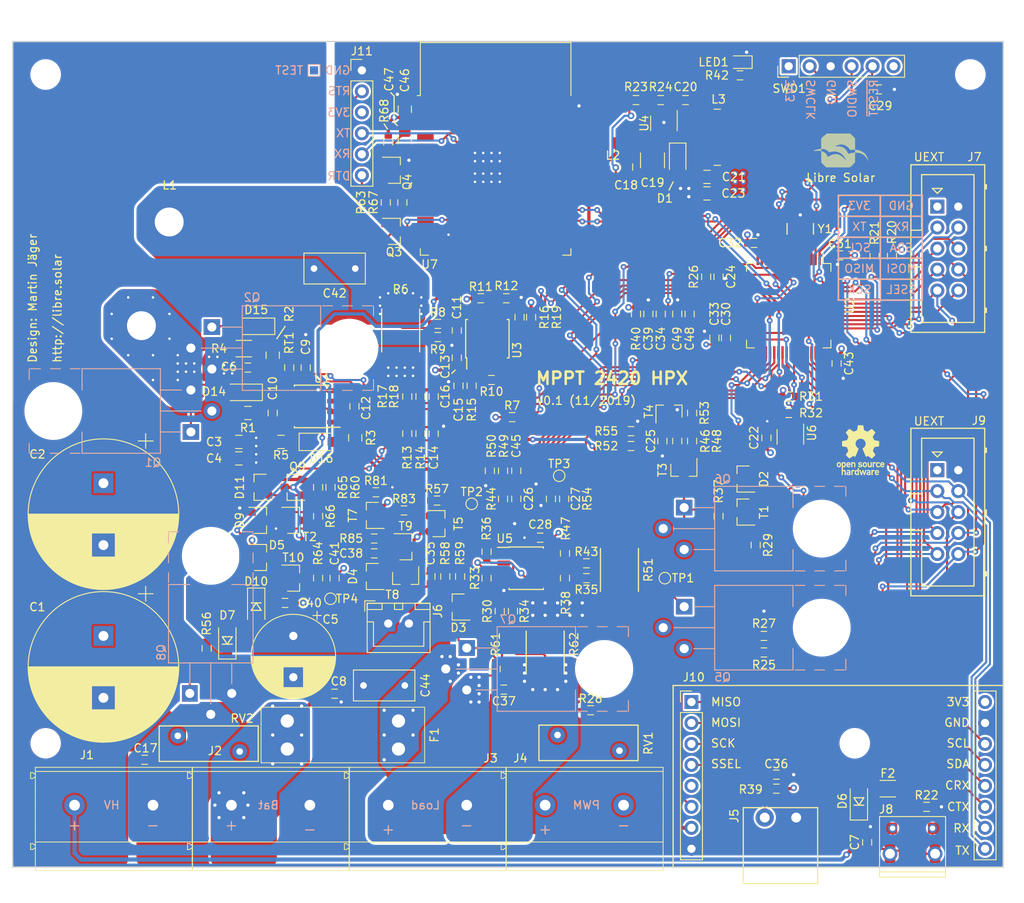
<source format=kicad_pcb>
(kicad_pcb (version 20221018) (generator pcbnew)
  (title_block (title "MPPT 2420 HPX") (date "2019-11-28") (rev "0.1") (company "Libre Solar") (comment 1 "Design: Martin Jäger") (comment 2 "Website: http://libre.solar"))
  (layers (0 "F.Cu" signal "Top") (1 "In1.Cu" power "GND") (2 "In2.Cu" power "3V3") (31 "B.Cu" signal "Bottom") (34 "B.Paste" user) (35 "F.Paste" user) (36 "B.SilkS" user "B.Silkscreen") (37 "F.SilkS" user "F.Silkscreen") (38 "B.Mask" user) (39 "F.Mask" user) (44 "Edge.Cuts" user))
  (net 0 "")
  (net 1 "GND")
  (net 2 "+3V3")
  (net 3 "Net-(C19-Pad1)")
  (net 4 "/MCU/~{RESET}")
  (net 5 "Net-(R15-Pad1)")
  (net 6 "Net-(R11-Pad1)")
  (net 7 "/MCU/OSC_IN")
  (net 8 "/MCU/OSC_OUT")
  (net 9 "Net-(LED1-Pad2)")
  (net 10 "Net-(SWD1-Pad6)")
  (net 11 "Net-(C6-Pad1)")
  (net 12 "Net-(U2-Pad3)")
  (net 13 "Net-(U2-Pad14)")
  (net 14 "Net-(D14-Pad2)")
  (net 15 "Net-(D15-Pad2)")
  (net 16 "Net-(D16-Pad2)")
  (net 17 "/MCU/LED_PWR")
  (net 18 "Net-(R12-Pad2)")
  (net 19 "Net-(R48-Pad1)")
  (net 20 "Net-(R83-Pad1)")
  (net 21 "/DC/DC/SW_NODE")
  (net 22 "Net-(C11-Pad2)")
  (net 23 "Net-(C11-Pad1)")
  (net 24 "Net-(C20-Pad2)")
  (net 25 "Net-(C20-Pad1)")
  (net 26 "+12V")
  (net 27 "/LV switches/CP_OUT")
  (net 28 "Net-(C38-Pad1)")
  (net 29 "Net-(D2-Pad2)")
  (net 30 "Net-(D3-Pad1)")
  (net 31 "Net-(F2-Pad2)")
  (net 32 "/DC/DC/HS_DRV")
  (net 33 "/DC/DC/LS_DRV")
  (net 34 "Net-(R10-Pad2)")
  (net 35 "Net-(R23-Pad2)")
  (net 36 "VDDA")
  (net 37 "Net-(R29-Pad1)")
  (net 38 "Net-(R30-Pad1)")
  (net 39 "Net-(R34-Pad1)")
  (net 40 "Net-(R35-Pad1)")
  (net 41 "Net-(R36-Pad2)")
  (net 42 "/LV switches/S_SHUNT-")
  (net 43 "Net-(R43-Pad1)")
  (net 44 "Net-(R46-Pad2)")
  (net 45 "Net-(R47-Pad2)")
  (net 46 "Net-(R52-Pad1)")
  (net 47 "Net-(R53-Pad1)")
  (net 48 "Net-(R57-Pad2)")
  (net 49 "Net-(R59-Pad1)")
  (net 50 "Net-(R81-Pad1)")
  (net 51 "/LV switches/CP_PWM")
  (net 52 "Net-(R85-Pad2)")
  (net 53 "Net-(U3-Pad8)")
  (net 54 "/DC/DC/POC_ALERT")
  (net 55 "/DC/DC/NOC_ALERT")
  (net 56 "/DC/DC/PWM_LS")
  (net 57 "/DC/DC/PWM_HS")
  (net 58 "Net-(U2-Pad59)")
  (net 59 "Net-(U2-Pad30)")
  (net 60 "Net-(U2-Pad26)")
  (net 61 "Net-(U2-Pad23)")
  (net 62 "Net-(U2-Pad19)")
  (net 63 "Net-(U2-Pad10)")
  (net 64 "Net-(D5-Pad1)")
  (net 65 "Net-(C7-Pad1)")
  (net 66 "/LOAD-")
  (net 67 "/LOAD+")
  (net 68 "/DC/DC/SHUNT+")
  (net 69 "/LV switches/PWM_SW_EN")
  (net 70 "/MCU/I2C1_SDA")
  (net 71 "/MCU/ADC2_IN5")
  (net 72 "/MCU/DAC2")
  (net 73 "/MCU/DAC1")
  (net 74 "/MCU/ADC1_IN4")
  (net 75 "/MCU/I2C1_SCL")
  (net 76 "/MCU/ADC1_IN15")
  (net 77 "/MCU/ADC1_IN12")
  (net 78 "Net-(D6-Pad2)")
  (net 79 "/MCU/USB_DP")
  (net 80 "/MCU/USB_DM")
  (net 81 "/BAT+")
  (net 82 "/MCU/TEMP_BAT")
  (net 83 "/MCU/COMP3_INP")
  (net 84 "/MCU/GPIOB_15")
  (net 85 "/MCU/ADC1_IN6")
  (net 86 "/MCU/I2C3_SCL")
  (net 87 "/MCU/I2C3_SDA")
  (net 88 "Net-(J8-Pad4)")
  (net 89 "/MCU/ADC12_IN1")
  (net 90 "/MCU/ADC12_IN2")
  (net 91 "/MCU/GPIOD_PD2")
  (net 92 "/LV switches/G_PWM")
  (net 93 "Net-(D7-Pad1)")
  (net 94 "/PWM_SW-")
  (net 95 "Net-(D9-Pad1)")
  (net 96 "Net-(R66-Pad1)")
  (net 97 "/MCU/USART3_TX")
  (net 98 "/MCU/USART3_RX")
  (net 99 "Net-(D11-Pad2)")
  (net 100 "Net-(C10-Pad1)")
  (net 101 "Net-(D16-Pad1)")
  (net 102 "/LV switches/CP_SW")
  (net 103 "Net-(U7-Pad37)")
  (net 104 "Net-(U7-Pad36)")
  (net 105 "Net-(U7-Pad33)")
  (net 106 "Net-(U7-Pad32)")
  (net 107 "Net-(U7-Pad31)")
  (net 108 "Net-(U7-Pad30)")
  (net 109 "Net-(U7-Pad29)")
  (net 110 "Net-(U7-Pad26)")
  (net 111 "Net-(U7-Pad23)")
  (net 112 "Net-(U7-Pad22)")
  (net 113 "Net-(U7-Pad21)")
  (net 114 "Net-(U7-Pad20)")
  (net 115 "Net-(U7-Pad19)")
  (net 116 "Net-(U7-Pad18)")
  (net 117 "Net-(U7-Pad17)")
  (net 118 "Net-(U7-Pad16)")
  (net 119 "Net-(U7-Pad14)")
  (net 120 "Net-(U7-Pad13)")
  (net 121 "Net-(U7-Pad12)")
  (net 122 "Net-(U7-Pad11)")
  (net 123 "Net-(U7-Pad10)")
  (net 124 "Net-(U7-Pad9)")
  (net 125 "Net-(U7-Pad8)")
  (net 126 "Net-(U7-Pad7)")
  (net 127 "Net-(U7-Pad6)")
  (net 128 "Net-(U7-Pad5)")
  (net 129 "Net-(U7-Pad4)")
  (net 130 "Net-(Q3-Pad1)")
  (net 131 "Net-(Q4-Pad1)")
  (net 132 "/Accessories/RESET")
  (net 133 "/Accessories/CAN_TX")
  (net 134 "/Accessories/CAN_RX")
  (net 135 "/Accessories/DTR")
  (net 136 "/Accessories/FTDI_RX")
  (net 137 "/Accessories/FTDI_TX")
  (net 138 "/Accessories/RTS")
  (net 139 "/Accessories/GPIO0")
  (net 140 "/Accessories/COM_MISO")
  (net 141 "/Accessories/COM_MOSI")
  (net 142 "/Accessories/COM_SCK")
  (net 143 "/Accessories/COM_TX")
  (net 144 "/Accessories/COM_RX")
  (net 145 "/Accessories/COM_I2C_SCL")
  (net 146 "/Accessories/COM_I2C_SDA")
  (net 147 "/Accessories/COM_SSEL")
  (net 148 "/Accessories/COM_PWRI")
  (net 149 "Net-(J10-Pad5)")
  (net 150 "VBUS")
  (net 151 "VREF")
  (net 152 "Net-(U7-Pad24)")
  (net 153 "/Power Supply/SMPS_SUPPLY")
  (net 154 "/DCDC_HV+")
  (net 155 "/DCDC_HV-")
  (net 156 "Net-(U2-Pad34)")
  (footprint "LibreSolar:LIBRESOLAR_LOGO" (layer "F.Cu") (at 198 55.2)
    (fp_text reference "LOGO1" hide)
    (fp_text value "LIBRE_SOLAR" hide)
  )
  (footprint "LibreSolar:C_0603_1608" (layer "F.Cu") (at 186.4 75.9 90)
    (fp_text reference "C30")
    (fp_text value "100nF")
  )
  (footprint "LibreSolar:C_0603_1608" (layer "F.Cu") (at 185 75.9 90)
    (fp_text reference "C33")
    (fp_text value "2.2µF")
  )
  (footprint "LibreSolar:R_1206_3216" (layer "F.Cu") (at 128 77.2 180)
    (fp_text reference "R4")
    (fp_text value "2R2")
  )
  (footprint "Symbol:OSHW-Logo_5.7x6mm_SilkScreen" (layer "F.Cu") (at 202.7 89.5)
    (fp_text reference "LOGO2" hide)
    (fp_text value "OPEN_HARDWARE" hide)
  )
  (footprint "LED_SMD:LED_0603_1608Metric" (layer "F.Cu") (at 188.1 42.5 180)
    (fp_text reference "LED1")
    (fp_text value "red")
  )
  (footprint "Capacitor_THT:CP_Radial_D18.0mm_P7.50mm" (layer "F.Cu") (at 111 112 -90)
    (fp_text reference "C1")
    (fp_text value "560µF")
  )
  (footprint "Capacitor_THT:CP_Radial_D10.0mm_P5.00mm" (layer "F.Cu") (at 134 112 -90)
    (fp_text reference "C5")
    (fp_text value "820µF")
  )
  (footprint "LibreSolar:R_0603_1608" (layer "F.Cu") (at 188.1 44.1)
    (fp_text reference "R42")
    (fp_text value "470R")
  )
  (footprint "MountingHole:MountingHole_3.2mm_M3" (layer "F.Cu") (at 104 125)
    (fp_text reference "MK1" hide)
    (fp_text value "Mounting_Hole")
  )
  (footprint "MountingHole:MountingHole_3.2mm_M3" (layer "F.Cu") (at 104 44 180)
    (fp_text reference "MK3" hide)
    (fp_text value "Mounting_Hole")
  )
  (footprint "LibreSolar:C_0603_1608" (layer "F.Cu") (at 204.9 45.8)
    (fp_text reference "C29")
    (fp_text value "100nF")
  )
  (footprint "LibreSolar:R_0805_2012" (layer "F.Cu") (at 128.5 85)
    (fp_text reference "R1")
    (fp_text value "3R3")
  )
  (footprint "LibreSolar:R_0805_2012" (layer "F.Cu") (at 131.5 78 -90)
    (fp_text reference "R2")
    (fp_text value "3R3")
  )
  (footprint "LibreSolar:R_0805_2012" (layer "F.Cu") (at 132.5 88.5 180)
    (fp_text reference "R5")
    (fp_text value "3R3")
  )
  (footprint "LibreSolar:R_Bourns_CRE2512" (layer "F.Cu") (at 147 75 90)
    (fp_text reference "R6")
    (fp_text value "2m")
  )
  (footprint "LibreSolar:R_0603_1608" (layer "F.Cu") (at 144 94.6)
    (fp_text reference "R81")
    (fp_text value "100k")
  )
  (footprint "LibreSolar:R_0603_1608" (layer "F.Cu") (at 147.4 96.8)
    (fp_text reference "R83")
    (fp_text value "10k")
  )
  (footprint "LibreSolar:R_0603_1608" (layer "F.Cu") (at 143.8 100.2)
    (fp_text reference "R85")
    (fp_text value "1k")
  )
  (footprint "LibreSolar:SOT-23-5" (layer "F.Cu") (at 194.2 87.9 -90)
    (fp_text reference "U6")
    (fp_text value "24AA01")
  )
  (footprint "LibreSolar:R_0603_1608" (layer "F.Cu") (at 194 85 180)
    (fp_text reference "R32")
    (fp_text value "2.2k")
  )
  (footprint "LibreSolar:Phoenix_Contact_MKDS_5-2-9,5" (layer "F.Cu") (at 126.5 132.5)
    (fp_text reference "J2")
    (fp_text value "MKDS 5/ 2-9,5")
  )
  (footprint "MountingHole:MountingHole_3.2mm_M3" (layer "F.Cu") (at 202 125)
    (fp_text reference "MK2" hide)
    (fp_text value "Mounting_Hole")
  )
  (footprint "LibreSolar:C_0603_1608" (layer "F.Cu") (at 178.5 73 90)
    (fp_text reference "C34")
    (fp_text value "10nF")
  )
  (footprint "LibreSolar:C_0603_1608" (layer "F.Cu") (at 200.2 65.9 180)
    (fp_text reference "C31")
    (fp_text value "100nF")
  )
  (footprint "Connector_PinHeader_2.54mm:PinHeader_1x06_P2.54mm_Vertical" (layer "F.Cu") (at 194 43 90)
    (fp_text reference "SWD1")
    (fp_text value "ST_Nucleo_SWD")
  )
  (footprint "LibreSolar:Phoenix_Contact_MKDS_5-2-9,5" (layer "F.Cu") (at 145.5 132.5)
    (fp_text reference "J3")
    (fp_text value "MKDS 5/ 2-9,5")
  )
  (footprint "LibreSolar:L-FERYSTER-DTMSS-27" (layer "F.Cu") (at 120 58 75)
    (fp_text reference "L1")
    (fp_text value "33µH" hide)
  )
  (footprint "LibreSolar:C_0603_1608" (layer "F.Cu") (at 185.5 68.5 -90)
    (fp_text reference "C24")
    (fp_text value "10nF")
  )
  (footprint "LibreSolar:C_0603_1608" (layer "F.Cu") (at 178.7 88.4 -90)
    (fp_text reference "C25")
    (fp_text value "100nF")
  )
  (footprint "LibreSolar:C_0603_1608" (layer "F.Cu") (at 150.6 104.8 -90)
    (fp_text reference "C35")
    (fp_text value "100nF")
  )
  (footprint "LibreSolar:C_0603_1608" (layer "F.Cu") (at 143.8 102)
    (fp_text reference "C38")
    (fp_text value "10nF")
  )
  (footprint "Diode_SMD:D_SOT-23_ANK" (layer "F.Cu") (at 188.5 93 180)
    (fp_text reference "D2")
    (fp_text value "12V")
  )
  (footprint "Package_TO_SOT_SMD:SOT-23" (layer "F.Cu") (at 143.6 104.8 180)
    (fp_text reference "D4")
    (fp_text value "BAT54S")
  )
  (footprint "LibreSolar:Phoenix_Contact_MKDS_5-2-9,5" (layer "F.Cu") (at 164.5 132.5)
    (fp_text reference "J4")
    (fp_text value "MKDS 5/ 2-9,5")
  )
  (footprint "LibreSolar:C_0603_1608" (layer "F.Cu") (at 191 114)
    (fp_text reference "R25")
    (fp_text value "120k")
  )
  (footprint "LibreSolar:C_0603_1608" (layer "F.Cu") (at 191 112 180)
    (fp_text reference "R27")
    (fp_text value "12k")
  )
  (footprint "LibreSolar:C_0603_1608" (layer "F.Cu") (at 190 101 -90)
    (fp_text reference "R29")
    (fp_text value "120k")
  )
  (footprint "LibreSolar:R_0603_1608" (layer "F.Cu") (at 185.5 97.5 -90)
    (fp_text reference "R37")
    (fp_text value "39k")
  )
  (footprint "LibreSolar:R_0603_1608" (layer "F.Cu") (at 180.5 88.4 -90)
    (fp_text reference "R46")
    (fp_text value "470R")
  )
  (footprint "LibreSolar:C_0603_1608" (layer "F.Cu") (at 182.3 88.4 90)
    (fp_text reference "R48")
    (fp_text value "120k")
  )
  (footprint "LibreSolar:R_0603_1608" (layer "F.Cu") (at 174.9 89 180)
    (fp_text reference "R52")
    (fp_text value "2.2k")
  )
  (footprint "LibreSolar:C_0603_1608" (layer "F.Cu") (at 182.3 85 -90)
    (fp_text reference "R53")
    (fp_text value "120k")
  )
  (footprint "LibreSolar:C_0603_1608" (layer "F.Cu") (at 174.9 87.2 180)
    (fp_text reference "R55")
    (fp_text value "120k")
  )
  (footprint "LibreSolar:R_0603_1608" (layer "F.Cu") (at 151.4 95.6 180)
    (fp_text reference "R57")
    (fp_text value "2.2k")
  )
  (footprint "LibreSolar:R_0603_1608" (layer "F.Cu") (at 152.4 104.8 -90)
    (fp_text reference "R58")
    (fp_text value "100k")
  )
  (footprint "LibreSolar:R_0603_1608" (layer "F.Cu") (at 154.2 104.8 -90)
    (fp_text reference "R59")
    (fp_text value "10k")
  )
  (footprint "Varistor:RV_Disc_D12mm_W4.3mm_P7.5mm" (layer "F.Cu") (at 166 124)
    (fp_text reference "RV1")
    (fp_text value "56V")
  )
  (footprint "LibreSolar:SOT-23" (layer "F.Cu") (at 188.5 97 180)
    (fp_text reference "T1")
    (fp_text value "MMBT3904")
  )
  (footprint "LibreSolar:SOT-23" (layer "F.Cu") (at 181.3 91.9 -90)
    (fp_text reference "T3")
    (fp_text value "MMBT3906")
  )
  (footprint "LibreSolar:SOT-23" (layer "F.Cu") (at 179.5 84.8 90)
    (fp_text reference "T4")
    (fp_text value "MMBT3904")
  )
  (footprint "LibreSolar:SOT-23" (layer "F.Cu") (at 151.6 98.4)
    (fp_text reference "T5")
    (fp_text value "MMBT3904")
  )
  (footprint "TestPoint:TestPoint_Pad_D1.0mm" (layer "F.Cu") (at 179 105)
    (fp_text reference "TP1")
    (fp_text value "G_PWM")
  )
  (footprint "LibreSolar:SOIC-8_3.9x4.9mm_Pitch1.27mm" (layer "F.Cu") (at 136.2 84.2 180)
    (fp_text reference "U1")
    (fp_text value "LM5107")
  )
  (footprint "LibreSolar:C_0603_1608" (layer "F.Cu") (at 131.5 85 90)
    (fp_text reference "C10")
    (fp_text value "100nF")
  )
  (footprint "LibreSolar:C_0603_1608" (layer "F.Cu") (at 141.4 84.2 90)
    (fp_text reference "C12")
    (fp_text value "2.2µF")
  )
  (footprint "LibreSolar:C_0603_1608" (layer "F.Cu") (at 199.8 79 -90)
    (fp_text reference "C43")
    (fp_text value "100nF")
  )
  (footprint "Diode_SMD:D_SOD-123" (layer "F.Cu") (at 128 82.5 180)
    (fp_text reference "D14")
    (fp_text value "SS14FL")
  )
  (footprint "Diode_SMD:D_SOD-123" (layer "F.Cu") (at 129.5 74.5 180)
    (fp_text reference "D15")
    (fp_text value "SS14FL")
  )
  (footprint "LibreSolar:D_SOD-123" (layer "F.Cu") (at 137 88.5)
    (fp_text reference "D16")
    (fp_text value "1N4148")
  )
  (footprint "LibreSolar:C_0805_2012" (layer "F.Cu") (at 127.4 88.5)
    (fp_text reference "C3")
    (fp_text value "1µF")
  )
  (footprint "MountingHole:MountingHole_3.2mm_M3" (layer "F.Cu") (at 216 44 180)
    (fp_text reference "MK4" hide)
    (fp_text value "Mounting_Hole")
  )
  (footprint "Capacitor_THT:CP_Radial_D18.0mm_P7.50mm" (layer "F.Cu") (at 111 93.5 -90)
    (fp_text reference "C2")
    (fp_text value "560µF")
  )
  (footprint "LibreSolar:C_0603_1608" (layer "F.Cu") (at 133 108)
    (fp_text reference "C40")
    (fp_text value "1µF")
  )
  (footprint "LibreSolar:C_0603_1608" (layer "F.Cu") (at 139 105 90)
    (fp_text reference "C41")
    (fp_text value "4.7µF")
  )
  (footprint "Diode_SMD:D_SOT-23_ANK" (layer "F.Cu") (at 130 102.5)
    (fp_text reference "D5")
    (fp_text value "12V")
  )
  (footprint "LibreSolar:R_0603_1608" (layer "F.Cu") (at 175.5 47.1)
    (fp_text reference "R23")
    (fp_text value "33k")
  )
  (footprint "LibreSolar:R_0603_1608" (layer "F.Cu") (at 137 105 -90)
    (fp_text reference "R64")
    (fp_text value "12k")
  )
  (footprint "LibreSolar:SOT-23" (layer "F.Cu") (at 134 105)
    (fp_text reference "T10")
    (fp_text value "MMBT3904")
  )
  (footprint "TestPoint:TestPoint_Pad_D1.0mm" (layer "F.Cu") (at 138.5 107.5)
    (fp_text reference "TP4")
    (fp_text value "12V")
  )
  (footprint "LibreSolar:C_0603_1608" (layer "F.Cu") (at 203.5 137 90)
    (fp_text reference "C7")
    (fp_text value "10nF")
  )
  (footprint "LibreSolar:R_1206_3216" (layer "F.Cu") (at 206 130.5)
    (fp_text reference "F2")
    (fp_text value "200mA")
  )
  (footprint "LibreSolar:USB_Micro-B_10103594-0001LF" (layer "F.Cu") (at 209 137)
    (fp_text reference "J8")
    (fp_text value "USB Micro B")
  )
  (footprint "LibreSolar:Fiducial_0.7mm" (layer "F.Cu") (at 102.5 49.5)
    (fp_text reference "FID1" hide)
    (fp_text value "Fiducial")
  )
  (footprint "LibreSolar:C_0603_1608" (layer "F.Cu") (at 135.5 79.5 90)
    (fp_text reference "C9")
    (fp_text value "100nF")
  )
  (footprint "LibreSolar:D_SOD-123" (layer "F.Cu") (at 202.5 132 90)
    (fp_text reference "D6")
    (fp_text value "1N4148")
  )
  (footprint "LibreSolar:Phoenix_Contact_MC_1,5_2-G-3,81" (layer "F.Cu") (at 193 134)
    (fp_text reference "J5")
    (fp_text value "Phoenix Contact MC 1,5")
  )
  (footprint "LibreSolar:R_0603_1608" (layer "F.Cu") (at 160.5 85.5)
    (fp_text reference "R7")
    (fp_text value "10k")
  )
  (footprint "LibreSolar:R_0603_1608" (layer "F.Cu") (at 133.5 79.5 90)
    (fp_text reference "RT1")
    (fp_text value "10k")
  )
  (footprint "LibreSolar:C_0603_1608" (layer "F.Cu") (at 177 73 90)
    (fp_text reference "C39")
    (fp_text value "2.2µF")
  )
  (footprint "LibreSolar:R_0603_1608" (layer "F.Cu") (at 175.5 73 90)
    (fp_text reference "R40")
    (fp_text value "100R")
  )
  (footprint "LibreSolar:Resonator_Murata_CSTNE" (layer "F.Cu") (at 195.4 62.7)
    (fp_text reference "Y1")
    (fp_text value "8MHz")
  )
  (footprint "LibreSolar:C_0805_2012" (layer "F.Cu") (at 174.3 55.2 -90)
    (fp_text reference "C18")
    (fp_text value "1µF")
  )
  (footprint "LibreSolar:C_0805_2012" (layer "F.Cu") (at 184.1 58.401354 180)
    (fp_text reference "C23")
    (fp_text value "10µF")
  )
  (footprint "LibreSolar:C_0603_1608" (layer "F.Cu") (at 181.5 47.1)
    (fp_text reference "C20")
    (fp_text value "100nF")
  )
  (footprint "LibreSolar:C_1210_3225" (layer "F.Cu") (at 177.5 54.4 -90)
    (fp_text reference "C19")
    (fp_text value "4.7µF")
  )
  (footprint "LibreSolar:SOT-23-6" (layer "F.Cu") (at 178.884609 49.907353 -90)
    (fp_text reference "U4")
    (fp_text value "LMR16006X")
  )
  (footprint "LibreSolar:Bourns_SRN6045TA" (layer "F.Cu") (at 185.347532 51.601354)
    (fp_text reference "L3")
    (fp_text value "47µH")
  )
  (footprint "Inductor_SMD:L_0805_2012Metric" (layer "F.Cu") (at 174.1 52.3)
    (fp_text reference "L2")
    (fp_text value "4.7µH")
  )
  (footprint "Diode_SMD:D_PowerDI-123" (layer "F.Cu") (at 180.547532 54.501354 -90)
    (fp_text reference "D1")
    (fp_text value "SS16FP")
  )
  (footprint "LibreSolar:C_0805_2012" (layer "F.Cu") (at 184.1 56.4 180)
    (fp_text reference "C21")
    (fp_text value "10µF")
  )
  (footprint "Capacitor_THT:C_Rect_L7.2mm_W3.5mm_P5.00mm_FKS2_FKP2_MKS2_MKP2" (layer "F.Cu") (at 141.5 67.5 180)
    (fp_text reference "C42")
    (fp_text value "0.22µF")
  )
  (footprint "LibreSolar:R_0603_1608" (layer "F.Cu") (at 147.8 83 -90)
    (fp_text reference "R17")
    (fp_text value "100k")
  )
  (footprint "LibreSolar:R_0603_1608" (layer "F.Cu") (at 162.8 73.4 90)
    (fp_text reference "R19")
    (fp_text value "10k")
  )
  (footprint "LibreSolar:C_0603_1608" (layer "F.Cu") (at 153.8 78.3 -90)
    (fp_text reference "C13")
    (fp_text value "100nF")
  )
  (footprint "LibreSolar:R_0603_1608" (layer "F.Cu") (at 159.8 71.1 180)
    (fp_text reference "R12")
    (fp_text value "?")
  )
  (footprint "LibreSolar:C_0603_1608" (layer "F.Cu") (at 154 81.7 90)
    (fp_text reference "C15")
    (fp_text value "100nF")
  )
  (footprint "LibreSolar:R_0603_1608" (layer "F.Cu") (at 158 81 180)
    (fp_text reference "R10")
    (fp_text value "?")
  )
  (footprint "LibreSolar:R_0603_1608" (layer "F.Cu") (at 156.7 71.1 180)
    (fp_text reference "R11")
    (fp_text value "100k")
  )
  (footprint "LibreSolar:C_0603_1608" (layer "F.Cu") (at 151 83 90)
    (fp_text reference "C16")
    (fp_text value "10nF")
  )
  (footprint "LibreSolar:R_0603_1608" (layer "F.Cu") (at 151.5 75.8)
    (fp_text reference "R9")
    (fp_text value "10R")
  )
  (footprint "LibreSolar:R_0603_1608" (layer "F.Cu") (at 161.4 73.4 90)
    (fp_text reference "R16")
    (fp_text value "10k")
  )
  (footprint "LibreSolar:R_0603_1608" (layer "F.Cu") (at 151.5 74.2)
    (fp_text reference "R8")
    (fp_text value "10R")
  )
  (footprint "LibreSolar:R_0603_1608" (layer "F.Cu") (at 149.4 83 90)
    (fp_text reference "R18")
    (fp_text value "5.6k")
  )
  (footprint "LibreSolar:R_0603_1608" (layer "F.Cu") (at 155.6 81.7 -90)
    (fp_text reference "R15")
    (fp_text value "?")
  )
  (footprint "Capacitor_THT:C_Rect_L7.2mm_W3.5mm_P5.00mm_FKS2_FKP2_MKS2_MKP2" (layer "F.Cu") (at 142.5 118)
    (fp_text reference "C44")
    (fp_text value "0.22µF")
  )
  (footprint "LibreSolar:C_0603_1608" (layer "F.Cu") (at 116 127)
    (fp_text reference "C17")
    (fp_text value "10nF")
  )
  (footprint "LibreSolar:C_0603_1608" (layer "F.Cu") (at 153.8 75 -90)
    (fp_text reference "C11")
    (fp_text value "100pF")
  )
  (footprint "LibreSolar:R_0603_1608" (layer "F.Cu") (at 147.8 87.5 90)
    (fp_text reference "R13")
    (fp_text value "100k")
  )
  (footprint "LibreSolar:R_0603_1608" (layer "F.Cu") (at 149.4 87.5 90)
    (fp_text reference "R14")
    (fp_text value "10k")
  )
  (footprint "LibreSolar:C_0603_1608" (layer "F.Cu") (at 151 87.5 90)
    (fp_text reference "C14")
    (fp_text value "10nF")
  )
  (footprint "LibreSolar:Box_Header_2x05x2.54mm_Straight" (layer "F.Cu") (at 212 91.92 -90)
    (fp_text reference "J9")
    (fp_text value "UEXT")
  )
  (footprint "Varistor:RV_Disc_D12mm_W4.3mm_P7.5mm" (layer "F.Cu") (at 120 124.1)
    (fp_text reference "RV2")
    (fp_text value "56V")
  )
  (footprint "LibreSolar:C_0603_1608" (layer "F.Cu") (at 191.3 88 90)
    (fp_text reference "C22")
    (fp_text value "100nF")
  )
  (footprint "LibreSolar:R_0603_1608" (layer "F.Cu") (at 194 83 180)
    (fp_text reference "R31")
    (fp_text value "2.2k")
  )
  (footprint "LibreSolar:D_SOD-123" (layer "F.Cu") (at 126 112.5 90)
    (fp_text reference "D7")
    (fp_text value "SS14FL")
  )
  (footprint "LibreSolar:R_0603_1608" (layer "F.Cu") (at 123.5 113.5 -90)
    (fp_text reference "R56")
    (fp_text value "1M")
  )
  (footprint "Diode_SMD:D_SOT-23_ANK" (layer "F.Cu") (at 130 98)
    (fp_text reference "D9")
    (fp_text value "12V")
  )
  (footprint "LibreSolar:R_0603_1608" (layer "F.Cu") (at 138.5 94 90)
    (fp_text reference "R60")
    (fp_text value "12k")
  )
  (footprint "LibreSolar:R_0603_1608" (layer "F.Cu") (at 137 94 90)
    (fp_text reference "R65")
    (fp_text value "12k")
  )
  (footprint "LibreSolar:Keystone-Fuse-3557-2" (layer "F.Cu") (at 140 124 180)
    (fp_text reference "F1")
    (fp_text value "25A")
  )
  (footprint "LibreSolar:Box_Header_2x05x2.54mm_Straight" (layer "F.Cu") (at 212 60 -90)
    (fp_text reference "J7")
    (fp_text value "UEXT")
  )
  (footprint "LibreSolar:R_0603_1608" (layer "F.Cu") (at 206.5 66 90)
    (fp_text reference "R20")
    (fp_text value "2.2k")
  )
  (footprint "LibreSolar:R_0603_1608" (layer "F.Cu") (at 204.4 66 90)
    (fp_text reference "R21")
    (fp_text value "2.2k")
  )
  (footprint "Diode_SMD:D_SOT-23_ANK" (layer "F.Cu") (at 130 94 180)
    (fp_text reference "D11")
    (fp_text value "12V")
  )
  (footprint "LibreSolar:SOT-23" (layer "F.Cu") (at 134 94 180)
    (fp_text reference "Q9")
    (fp_text value "DMP10H4D2S")
  )
  (footprint "LibreSolar:D_SOD-123" (layer "F.Cu") (at 129.5 108.5 -90)
    (fp_text reference "D10")
    (fp_text value "1N4148")
  )
  (footprint "LibreSolar:R_0805_2012" (layer "F.Cu") (at 141.5 88 90)
    (fp_text reference "R3")
    (fp_text value "3R3")
  )
  (footprint "LibreSolar:C_0805_2012" (layer "F.Cu") (at 127.4 90.5)
    (fp_text reference "C4")
    (fp_text value "100nF")
  )
  (footprint "LibreSolar:SOT-23" (layer "F.Cu") (at 134 98)
    (fp_text reference "T2")
    (fp_text value "MMBT3904")
  )
  (footprint "LibreSolar:R_0603_1608" (layer "F.Cu") (at 178.5 47.1)
    (fp_text reference "R24")
    (fp_text value "10k")
  )
  (footprint "LibreSolar:SOT-23" (layer "F.Cu") (at 143.6 97.4 180)
    (fp_text reference "T7")
    (fp_text value "MMBT3904")
  )
  (footprint "LibreSolar:R_0603_1608" (layer "F.Cu") (at 137 97.5 90)
    (fp_text reference "R66")
    (fp_text value "12k")
  )
  (footprint "Package_TO_SOT_SMD:SOT-23" (layer "F.Cu") (at 147.6 101.2)
    (fp_text reference "T9")
    (fp_text value "MMBT3906")
  )
  (footprint "LibreSolar:Phoenix_Contact_MKDS_5-2-9,5" (layer "F.Cu") (at 107.5 132.5)
    (fp_text reference "J1")
    (fp_text value "MKDS 5/ 2-9,5")
  )
  (footprint "LibreSolar:C_0805_2012" (layer "F.Cu") (at 147.5 48.2 90)
    (fp_text reference "C46")
    (fp_text value "10µF")
  )
  (footprint "LibreSolar:C_0805_2012" (layer "F.Cu") (at 147.5 52 -90)
    (fp_text reference "C47")
    (fp_text value "2.2µF")
  )
  (footprint "LibreSolar:SOT-23" (layer "F.Cu") (at 146.2 55.6)
    (fp_text reference "Q4")
    (fp_text value "MMBT3904")
  )
  (footprint "LibreSolar:R_0603_1608" (layer "F.Cu") (at 145.2 59.5 90)
    (fp_text reference "R63")
    (fp_text value "10k")
  )
  (footprint "LibreSolar:R_0603_1608" (layer "F.Cu") (at 145.5 52.2 90)
    (fp_text reference "R68")
    (fp_text value "10k")
  )
  (footprint "Connector_PinHeader_2.54mm:PinHeader_1x06_P2.54mm_Vertical" (layer "F.Cu") (at 142.3 43.5)
    (fp_text reference "J11")
    (fp_text value "Conn_01x06")
  )
  (footprint "RF_Module:ESP32-WROOM-32" (layer "F.Cu") (at 158.5 56)
    (fp_text reference "U7")
    (fp_text value "ESP32-WROOM-32D")
  )
  (footprint "LibreSolar:R_0603_1608" (layer "F.Cu") (at 147.2 59.5 -90)
    (fp_text reference "R67")
    (fp_text value "10k")
  )
  (footprint "LibreSolar:SOT-23" (layer "F.Cu") (at 146.2 63)
    (fp_text reference "Q3")
    (fp_text value "MMBT3904")
  )
  (footprint "Package_QFP:LQFP-64_10x10mm_P0.5mm" (layer "F.Cu") (at 194 72 -90)
    (fp_text reference "U2")
    (fp_text value "STM32G431RBTx")
  )
  (footprint "LibreSolar:R_0603_1608" (layer "F.Cu") (at 170 121)
    (fp_text reference "R28")
    (fp_text value "12k")
  )
  (footprint "LibreSolar:R_0603_1608" (layer "F.Cu") (at 169.5 103.2)
    (fp_text reference "R43")
    (fp_text value "2.2k")
  )
  (footprint "LibreSolar:R_0603_1608" (layer "F.Cu") (at 158.5 116 -90)
    (fp_text reference "R61")
    (fp_text value "1M")
  )
  (footprint "LibreSolar:C_0603_1608" (layer "F.Cu") (at 166.9 102 90)
    (fp_text reference "R47")
    (fp_text value "68k")
  )
  (footprint "LibreSolar:C_0603_1608" (layer "F.Cu") (at 165.2 95.4 -90)
    (fp_text reference "C27")
    (fp_text value "10nF")
  )
  (footprint "LibreSolar:SOIC-8_3.9x4.9mm_Pitch1.27mm" (layer "F.Cu") (at 162.2 103.8)
    (fp_text reference "U5")
    (fp_text value "TLV9002")
  )
  (footprint "TestPoint:TestPoint_Pad_D1.0mm" (layer "F.Cu") (at 155.6 96)
    (fp_text reference "TP2")
    (fp_text value "I_LOAD")
  )
  (footprint "LibreSolar:R_Bourns_CRE2512" (layer "F.Cu") (at 164.5 114 90)
    (fp_text reference "R62")
    (fp_text value "2m")
  )
  (footprint "LibreSolar:C_0603_1608" (layer "F.Cu") (at 159.5 118.5)
    (fp_text reference "C37")
    (fp_text value "10nF")
  )
  (footprint "LibreSolar:C_0603_1608" (layer "F.Cu") (at 161 92 -90)
    (fp_text reference "C45")
    (fp_text value "10nF")
  )
  (footprint "LibreSolar:R_0603_1608" (layer "F.Cu") (at 169.5 105)
    (fp_text reference "R35")
    (fp_text value "2.2k")
  )
  (footprint "TestPoint:TestPoint_Pad_D1.0mm" (layer "F.Cu") (at 166.2 92.6)
    (fp_text reference "TP3")
    (fp_text value "I_SOLAR")
  )
  (footprint "LibreSolar:C_0603_1608" (layer "F.Cu") (at 159.4 95.4 90)
    (fp_text reference "R44")
    (fp_text value "2.2k")
  )
  (footprint "LibreSolar:C_0603_1608" (layer "F.Cu") (at 159.4 92 -90)
    (fp_text reference "R49")
    (fp_text value "12k")
  )
  (footprint "LibreSolar:C_0603_1608" (layer "F.Cu") (at 157.8 92 90)
    (fp_text reference "R50")
    (fp_text value "8.2k")
  )
  (footprint "LibreSolar:C_0603_1608" (layer "F.Cu") (at 157.4 101.8 90)
    (fp_text reference "R36")
    (fp_text value "68k")
  )
  (footprint "LibreSolar:R_0603_1608" (layer "F.Cu") (at 160.6 109 -90)
    (fp_text reference "R34")
    (fp_text value "2.2k")
  )
  (footprint "LibreSolar:C_0603_1608" (layer "F.Cu") (at 161 95.4 -90)
    (fp_text reference "C26")
    (fp_text value "10nF")
  )
  (footprint "LibreSolar:C_0603_1608" (layer "F.Cu") (at 157.4 105 -90)
    (fp_text reference "R33")
    (fp_text value "68k")
  )
  (footprint "LibreSolar:R_0603_1608" (layer "F.Cu") (at 159 109 -90)
    (fp_text reference "R30")
    (fp_text value "2.2k")
  )
  (footprint "LibreSolar:C_0603_1608" (layer "F.Cu") (at 163.9 100.1 180)
    (fp_text reference "C28")
    (fp_text value "100nF")
  )
  (footprint "LibreSolar:R_Bourns_CRE2512" (layer "F.Cu") (at 173.5 104 -90)
    (fp_text reference "R51")
    (fp_text value "2m")
  )
  (footprint "LibreSolar:R_0603_1608" (layer "F.Cu") (at 166.8 95.4 90)
    (fp_text reference "R54")
    (fp_text value "2.2k")
  )
  (footprint "LibreSolar:C_0603_1608" (layer "F.Cu") (at 166.9 105 90)
    (fp_text reference "R38")
    (fp_text value "68k")
  )
  (footprint "LibreSolar:C_0603_1608" (layer "F.Cu") (at 128.5 79.5 180)
    (fp_text reference "C6")
    (fp_text value "1nF")
  )
  (footprint "Package_SO:TSSOP-14_4.4x5mm_P0.65mm" (layer "F.Cu") (at 157.5 76 90)
    (fp_text reference "U3")
    (fp_text value "INA303A1")
  )
  (footprint "LibreSolar:C_0603_1608" (layer "F.Cu") (at 189.8 64.4)
    (fp_text reference "C32")
    (fp_text value "100nF")
  )
  (footprint "LibreSolar:CommsExt_2x8" (layer "F.Cu") (at 200 120)
    (fp_text reference "J10")
    (fp_text value "CommsExt_2x8")
  )
  (footprint "Connector_JST:JST_XH_B2B-XH-A_1x02_P2.50mm_Vertical" (layer "F.Cu") (at 145.5 110.5)
    (fp_text reference "J6")
    (fp_text value "JST XH")
  )
  (footprint "LibreSolar:SOT-23" (layer "F.Cu") (at 147.6 105 -90)
    (fp_text reference "T8")
    (fp_text value "MMBT3904")
  )
  (footprint "LibreSolar:C_0603_1608" (layer "F.Cu") (at 139 119)
    (fp_text reference "C8")
    (fp_text value "10nF")
  )
  (footprint "LibreSolar:C_0603_1608" (layer "F.Cu") (at 192.5 128.8)
    (fp_text reference "C36")
    (fp_text value "100nF")
  )
  (footprint "LibreSolar:R_0603_1608" (layer "F.Cu") (at 192.5 130.5 180)
    (fp_text reference "R39")
    (fp_text value "10k")
  )
  (footprint "LibreSolar:R_0603_1608" (layer "F.Cu") (at 210.7 132.7)
    (fp_text reference "R22")
    (fp_text value "100k")
  )
  (footprint "LibreSolar:C_0603_1608" (layer "F.Cu") (at 182 73 90)
    (fp_text reference "C48")
    (fp_text value "100nF")
  )
  (footprint "LibreSolar:C_0603_1608" (layer "F.Cu") (at 180.5 73 90)
    (fp_text reference "C49")
    (fp_text value "2.2µF")
  )
  (footprint "LibreSolar:C_0603_1608" (layer "F.Cu") (at 184 68.5 90)
    (fp_text reference "R26")
    (fp_text value "8.2k")
  )
  (footprint "LibreSolar:Fiducial_0.7mm" (layer "F.Cu") (at 210.5 128.5)
    (fp_text reference "FID2" hide)
    (fp_text value "Fiducial")
  )
  (footprint "Diode_SMD:D_SOT-23_ANK" (layer "F.Cu") (at 154 108.5 180)
    (fp_text reference "D3")
    (fp_text value "12V")
  )
  (footprint "LibreSolar:TO-220-3_Horizontal_BottomHeatsink" (layer "B.Cu") (at 121.59 87.295 90)
    (fp_text reference "Q1")
    (fp_text value "IPA045N10N3G")
  )
  (footprint "LibreSolar:TO-220-3_Horizontal_BottomHeatsink" (layer "B.Cu") (at 121.46 118.96)
    (fp_text reference "Q8")
    (fp_text value "IPA045N10N3G")
  )
  (footprint "LibreSolar:TO-220-3_Horizontal_BottomHeatsink" (layer "B.Cu") (at 124.13 74.595 -90)
    (fp_text reference "Q2")
    (fp_text value "IPA045N10N3G")
  )
  (footprint "LibreSolar:TO-220-3_Horizontal_BottomHeatsink" (layer "B.Cu") (at 181.34 96.46 -90)
    (fp_text reference "Q6")
    (fp_text value "IPA045N10N3G")
  )
  (footprint "LibreSolar:TO-220-3_Horizontal_BottomHeatsink" (layer "B.Cu") (at 155 113.46 -90)
    (fp_text reference "Q7")
    (fp_text value "IPA045N10N3G")
  )
  (footprint "LibreSolar:TO-220-3_Horizontal_BottomHeatsink" (layer "B.Cu") (at 181.34 108.46 -90)
    (fp_text reference "Q5")
    (fp_text value "IPA045N10N3G")
  )
  (footprint "TestPoint:TestPoint_Pad_1.0x1.0mm" (layer "B.Cu") (at 136.5 43.5)
    (fp_text reference "TEST")
    (fp_text value "TestPoint_Pad_1.0x1.0mm")
  )
  (gr_line (start 210.175 68.79) (end 200.015 68.79) (stroke (width 0.2)) (layer "B.SilkS"))
  (gr_line (start 210.175 63.71) (end 200.015 63.71) (stroke (width 0.2)) (layer "B.SilkS"))
  (gr_line (start 200.015 71.33) (end 210.175 71.33) (stroke (width 0.2)) (layer "B.SilkS"))
  (gr_line (start 210.175 66.25) (end 200.015 66.25) (stroke (width 0.2)) (layer "B.SilkS"))
  (gr_line (start 200.015 58.63) (end 200.015 71.33) (stroke (width 0.2)) (layer "B.SilkS"))
  (gr_line (start 210.175 71.33) (end 210.175 58.63) (stroke (width 0.2)) (layer "B.SilkS"))
  (gr_line (start 205.095 58.63) (end 205.095 71.33) (stroke (width 0.2)) (layer "B.SilkS"))
  (gr_line (start 210.175 61.17) (end 200.015 61.17) (stroke (width 0.2)) (layer "B.SilkS"))
  (gr_line (start 210.175 58.63) (end 200.015 58.63) (stroke (width 0.2)) (layer "B.SilkS"))
  (gr_line (start 136.5 135.5) (end 135.5 135.5) (stroke (width 0.15)) (layer "B.SilkS"))
  (gr_line (start 155.5 135) (end 154.5 135) (stroke (width 0.15)) (layer "B.SilkS"))
  (gr_line (start 126.5 134.5) (end 126.5 135.5) (stroke (width 0.15)) (layer "B.SilkS"))
  (gr_line (start 127 135) (end 126 135) (stroke (width 0.15)) (layer "B.SilkS"))
  (gr_line (start 146 135.5) (end 145 135.5) (stroke (width 0.15)) (layer "B.SilkS"))
  (gr_line (start 145.5 135) (end 145.5 136) (stroke (width 0.15)) (layer "B.SilkS"))
  (gr_line (start 164.5 135) (end 164.5 136) (stroke (width 0.15)) (layer "B.SilkS"))
  (gr_line (start 165 135.5) (end 164 135.5) (stroke (width 0.15)) (layer "B.SilkS"))
  (gr_line (start 174.5 135) (end 173.5 135) (stroke (width 0.15)) (layer "B.SilkS"))
  (gr_line (start 117.5 135) (end 116.5 135) (stroke (width 0.15)) (layer "B.SilkS"))
  (gr_line (start 107.5 134.5) (end 107.5 135.5) (stroke (width 0.15)) (layer "B.SilkS"))
  (gr_line (start 108 135) (end 107 135) (stroke (width 0.15)) (layer "B.SilkS"))
  (gr_line (start 179.5 58) (end 180 57) (stroke (width 0.15)) (layer "F.SilkS"))
  (gr_line (start 133 74.5) (end 132 76) (stroke (width 0.15)) (layer "F.SilkS"))
  (gr_line (start 146.2 46.6) (end 146.2 49.8) (stroke (width 0.15)) (layer "F.SilkS"))
  (gr_line (start 146.2 49.8) (end 146.6 50.2) (stroke (width 0.15)) (layer "F.SilkS"))
  (gr_line (start 145 50) (end 145.4 50.6) (stroke (width 0.15)) (layer "F.SilkS"))
  (gr_line (start 145.8 46.2) (end 146.2 46.6) (stroke (width 0.15)) (layer "F.SilkS"))
  (gr_line (start 153.2 80.2) (end 153.6 79.8) (stroke (width 0.15)) (layer "F.SilkS"))
  (gr_line (start 100 140) (end 100 40) (stroke (width 0.15)) (layer "Edge.Cuts"))
  (gr_line (start 100 140) (end 220 140) (stroke (width 0.15)) (layer "Edge.Cuts"))
  (gr_line (start 220 140) (end 220 40) (stroke (width 0.15)) (layer "Edge.Cuts"))
  (gr_line (start 100 40) (end 220 40) (stroke (width 0.15)) (layer "Edge.Cuts"))
  (gr_text "SWCLK" (at 196.7 44.5 90) (layer "B.SilkS") (effects (font (size 1 1)) (justify left mirror)))
  (gr_text "3V3" (at 194.2 44.5 90) (layer "B.SilkS") (effects (font (size 1 1)) (justify left mirror)))
  (gr_text "GND" (at 199.2 44.5 90) (layer "B.SilkS") (effects (font (size 1 1)) (justify left mirror)))
  (gr_text "SWDIO" (at 201.7 44.5 90) (layer "B.SilkS") (effects (font (size 1 1)) (justify left mirror)))
  (gr_text "~{RESET}" (at 204.3 44.5 90) (layer "B.SilkS") (effects (font (size 1 1)) (justify left mirror)))
  (gr_text "MISO" (at 202.555 67.52) (layer "B.SilkS") (effects (font (size 1 1)) (justify mirror)))
  (gr_text "SCK" (at 202.555 70.06) (layer "B.SilkS") (effects (font (size 1 1)) (justify mirror)))
  (gr_text "SSEL" (at 207.635 70.06) (layer "B.SilkS") (effects (font (size 1 1)) (justify mirror)))
  (gr_text "MOSI" (at 207.635 67.52) (layer "B.SilkS") (effects (font (size 1 1)) (justify mirror)))
  (gr_text "SCL" (at 202.555 64.98) (layer "B.SilkS") (effects (font (size 1 1)) (justify mirror)))
  (gr_text "SDA" (at 207.635 64.98) (layer "B.SilkS") (effects (font (size 1 1)) (justify mirror)))
  (gr_text "TX" (at 202.555 62.44) (layer "B.SilkS") (effects (font (size 1 1)) (justify mirror)))
  (gr_text "RX" (at 207.635 62.44) (layer "B.SilkS") (effects (font (size 1 1)) (justify mirror)))
  (gr_text "3V3" (at 202.555 59.9) (layer "B.SilkS") (effects (font (size 1 1)) (justify mirror)))
  (gr_text "GND" (at 207.635 59.9) (layer "B.SilkS") (effects (font (size 1 1)) (justify mirror)))
  (gr_text "3V3" (at 141 48.6) (layer "B.SilkS") (effects (font (size 1 1)) (justify left mirror)))
  (gr_text "TX" (at 141 51.1) (layer "B.SilkS") (effects (font (size 1 1)) (justify left mirror)))
  (gr_text "RX" (at 141 53.6) (layer "B.SilkS") (effects (font (size 1 1)) (justify left mirror)))
  (gr_text "DTR" (at 141 56.3) (layer "B.SilkS") (effects (font (size 1 1)) (justify left mirror)))
  (gr_text "Bat" (at 131 132.5) (layer "B.SilkS") (effects (font (size 1 1)) (justify mirror)))
  (gr_text "PWM" (at 169.5 132.5) (layer "B.SilkS") (effects (font (size 1 1)) (justify mirror)))
  (gr_text "HV" (at 112 132.5) (layer "B.SilkS") (effects (font (size 1 1)) (justify mirror)))
  (gr_text "RTS" (at 141 46) (layer "B.SilkS") (effects (font (size 1 1)) (justify left mirror)))
  (gr_text "Load" (at 150 132.5) (layer "B.SilkS") (effects (font (size 1 1)) (justify mirror)))
  (gr_text "GND" (at 141 43.5) (layer "B.SilkS") (effects (font (size 1 1)) (justify left mirror)))
  (gr_text "UEXT" (at 211 54) (layer "F.SilkS") (effects (font (size 1 1))))
  (gr_text "UEXT" (at 211 86) (layer "F.SilkS") (effects (font (size 1 1))))
  (gr_text "TX" (at 216 138) (layer "F.SilkS") (effects (font (size 1 1)) (justify right)))
  (gr_text "GND" (at 216 122.5) (layer "F.SilkS") (effects (font (size 1 1)) (justify right)))
  (gr_text "SCL" (at 216 125) (layer "F.SilkS") (effects (font (size 1 1)) (justify right)))
  (gr_text "SDA" (at 216 127.5) (layer "F.SilkS") (effects (font (size 1 1)) (justify right)))
  (gr_text "MOSI" (at 184.5 122.5) (layer "F.SilkS") (effects (font (size 1 1)) (justify left)))
  (gr_text "SCK" (at 184.5 125) (layer "F.SilkS") (effects (font (size 1 1)) (justify left)))
  (gr_text "SSEL" (at 184.5 127.5) (layer "F.SilkS") (effects (font (size 1 1)) (justify left)))
  (gr_text "CRX" (at 216 130.1) (layer "F.SilkS") (effects (font (size 1 1)) (justify right)))
  (gr_text "CTX" (at 216 132.7) (layer "F.SilkS") (effects (font (size 1 1)) (justify right)))
  (gr_text "RX" (at 216 135.3) (layer "F.SilkS") (effects (font (size 1 1)) (justify right)))
  (gr_text "http://libre.solar" (at 106 79 90) (layer "F.SilkS") (effects (font (size 1 1)) (justify left bottom)))
  (gr_text "MISO" (at 184.5 120) (layer "F.SilkS") (effects (font (size 1 1)) (justify left)))
  (gr_text "MPPT 2420 HPX" (at 172.6 80.8) (layer "F.SilkS") (effects (font (size 1.5 1.5) (thickness 0.3))))
  (gr_text "Design: Martin Jäger" (at 103 79 90) (layer "F.SilkS") (effects (font (size 1 1)) (justify left bottom)))
  (gr_text "v0.1 (11/2019)" (at 169.5 83.5) (layer "F.SilkS") (effects (font (size 1 1))))
  (gr_text "3V3" (at 216 120) (layer "F.SilkS") (effects (font (size 1 1)) (justify right)))
  (segment (start 188.9 42.5) (end 188.9 41.3) (width 0.4) (layer "F.Cu") (net 1))
  (segment (start 178.884609 48.807353) (end 178.884609 49.807353) (width 0.4) (layer "F.Cu") (net 1))
  (segment (start 178.934609 48.757353) (end 178.884609 48.807353) (width 0.25) (layer "F.Cu") (net 1))
  (segment (start 178.3 54.4) (end 178.3 54.599988) (width 0.4) (layer "F.Cu") (net 1))
  (segment (start 178.3 54.599988) (end 178.800013 55.100001) (width 0.4) (layer "F.Cu") (net 1))
  (segment (start 178.800013 55.100001) (end 179.200012 55.5) (width 0.4) (layer "F.Cu") (net 1))
  (segment (start 176 55.907353) (end 176.207353 55.907353) (width 0.4) (layer "F.Cu") (net 1))
  (segment (start 180.547532 56.026354) (end 180.726354 56.026354) (width 0.4) (layer "F.Cu") (net 1))
  (segment (start 178.884609 47.515391) (end 179.3 47.1) (width 0.4) (layer "F.Cu") (net 1))
  (segment (start 178.884609 48.807353) (end 178.884609 47.515391) (width 0.4) (layer "F.Cu") (net 1))
  (segment (start 161 96.2) (end 161 98.2) (width 0.3) (layer "F.Cu") (net 1))
  (segment (start 171 104.3) (end 170.3 105) (width 0.25) (layer "F.Cu") (net 1))
  (segment (start 162.6 92.8) (end 163.4 93.6) (width 0.3) (layer "F.Cu") (net 1))
  (segment (start 173.3 104.3) (end 171 104.3) (width 0.25) (layer "F.Cu") (net 1))
  (segment (start 163.1 100.1) (end 162 100.1) (width 0.25) (layer "F.Cu") (net 1))
  (segment (start 173.5 106.2) (end 173.5 104.5) (width 0.25) (layer "F.Cu") (net 1))
  (segment (start 173.5 104.5) (end 173.3 104.3) (width 0.25) (layer "F.Cu") (net 1))
  (segment (start 157.8 93.3) (end 157.3 93.8) (width 0.4) (layer "F.Cu") (net 1))
  (segment (start 165.2 96.2) (end 164 96.2) (width 0.4) (layer "F.Cu") (net 1))
  (segment (start 157.8 92.8) (end 157.8 93.3) (width 0.4) (layer "F.Cu") (net 1))
  (segment (start 161 92.8) (end 162.6 92.8) (width 0.3) (layer "F.Cu") (net 1))
  (segment (start 159.5 105.705) (end 159.5 106.5) (width 0.4) (layer "F.Cu") (net 1))
  (segment (start 161 98.2) (end 160.8 98.4) (width 0.3) (layer "F.Cu") (net 1))
  (segment (start 192.15 88.05) (end 191.3 87.2) (width 0.4) (layer "F.Cu") (net 1))
  (segment (start 180.5 72.2) (end 180.5 71.335888) (width 0.25) (layer "F.Cu") (net 1))
  (segment (start 199.25 79.8) (end 199.8 79.8) (width 0.25) (layer "F.Cu") (net 1))
  (segment (start 138.9 82.295) (end 137.12032 82.295) (width 0.4) (layer "F.Cu") (net 1))
  (segment (start 198.57499 66.72501) (end 198.57499 68.52499) (width 0.25) (layer "F.Cu") (net 1))
  (segment (start 151.8 82.2) (end 152.400001 81.599999) (width 0.4) (layer "F.Cu") (net 1))
  (segment (start 160.6 112.9) (end 160.6 109.8) (width 0.25) (layer "F.Cu") (net 1))
  (segment (start 182 72.2) (end 180.5 72.2) (width 0.25) (layer "F.Cu") (net 1))
  (segment (start 150.55 99.35) (end 149.65 99.35) (width 0.4) (layer "F.Cu") (net 1))
  (segment (start 129 97.05) (end 128.05 97.05) (width 0.4) (layer "F.Cu") (net 1))
  (segment (start 180.5 71.335888) (end 180.543857 71.292031) (width 0.25) (layer "F.Cu") (net 1))
  (segment (start 125.1875 118.96) (end 126.54 118.96) (width 0.4) (layer "F.Cu") (net 1))
  (segment (start 158.15 78.95) (end 158.8 78.95) (width 0.4) (layer "F.Cu") (net 1))
  (segment (start 205.7 45.8) (end 206.8 45.8) (width 0.4) (layer "F.Cu") (net 1))
  (segment (start 183.05 73.25) (end 182 72.2) (width 0.25) (layer "F.Cu") (net 1))
  (segment (start 178.5 72.2) (end 177 72.2) (width 0.25) (layer "F.Cu") (net 1))
  (segment (start 153.8 77.4) (end 153.2 76.8) (width 0.4) (layer "F.Cu") (net 1))
  (segment (start 152.400001 81.599999) (end 152.8 81.2) (width 0.4) (layer "F.Cu") (net 1))
  (segment (start 203.5 135.5) (end 203.9 135.1) (width 0.4) (layer "F.Cu") (net 1))
  (segment (start 190.2 112) (end 191 111.2) (width 0.4) (layer "F.Cu") (net 1))
  (segment (start 190.75 64.55) (end 190.6 64.4) (width 0.25) (layer "F.Cu") (net 1))
  (segment (start 133.5 78.7) (end 135.5 78.7) (width 0.25) (layer "F.Cu") (net 1))
  (segment (start 177 72.2) (end 177 71.3) (width 0.25) (layer "F.Cu") (net 1))
  (segment (start 210.3 135.5) (end 210.3 133.9) (width 0.4) (layer "F.Cu") (net 1))
  (segment (start 140.295 82.295) (end 138.9 82.295) (width 0.4) (layer "F.Cu") (net 1))
  (segment (start 159.45 78.95) (end 158.8 78.95) (width 0.4) (layer "F.Cu") (net 1))
  (segment (start 198.57499 68.52499) (end 198.8 68.75) (width 0.25) (layer "F.Cu") (net 1))
  (segment (start 164.5 111.8) (end 164.5 113.5) (width 0.25) (layer "F.Cu") (net 1))
  (segment (start 147.600001 53.985011) (end 148 54.38501) (width 0.4) (layer "F.Cu") (net 1))
  (segment (start 147.5 53.88501) (end 147.600001 53.985011) (width 0.4) (layer "F.Cu") (net 1))
  (segment (start 149.65 99.35) (end 149 100) (width 0.4) (layer "F.Cu") (net 1))
  (segment (start 164.3 113.7) (end 161.4 113.7) (width 0.25) (layer "F.Cu") (net 1))
  (segment (start 185 75.1) (end 183.800016 75.1) (width 0.25) (layer "F.Cu") (net 1))
  (segment (start 123.5 114.3) (end 123.5 117.2725) (width 0.4) (layer "F.Cu") (net 1))
  (segment (start 152.785 63.415) (end 152.8 63.4) (width 0.4) (layer "F.Cu") (net 1))
  (segment (start 152.1 86.7) (end 152.2 86.6) (width 0.25) (layer "F.Cu") (net 1))
  (segment (start 190.75 66.325) (end 190.75 64.55) (width 0.25) (layer "F.Cu") (net 1))
  (segment (start 195.15 89) (end 194.2 88.05) (width 0.4) (layer "F.Cu") (net 1))
  (segment (start 199.9 66.4) (end 199.9 66.434323) (width 0.25) (layer "F.Cu") (net 1))
  (segment (start 144.65 96.45) (end 144.75 96.45) (width 0.4) (layer "F.Cu") (net 1))
  (segment (start 191 111.2) (end 191 109.565689) (width 0.4) (layer "F.Cu") (net 1))
  (segment (start 186.55 75.25) (end 186.4 75.1) (width 0.25) (layer "F.Cu") (net 1))
  (segment (start 198.8 68.75) (end 199.675 68.75) (width 0.25) (layer "F.Cu") (net 1))
  (segment (start 164.5 113.5) (end 164.3 113.7) (width 0.25) (layer "F.Cu") (net 1))
  (segment (start 151 82.2) (end 151.8 82.2) (width 0.4) (layer "F.Cu") (net 1))
  (segment (start 167 47.745) (end 168.545 47.745) (width 0.4) (layer "F.Cu") (net 1))
  (segment (start 185.5 69.3) (end 185.7 69.3) (width 0.25) (layer "F.Cu") (net 1))
  (segment (start 168.545 47.745) (end 168.6 47.8) (width 0.4) (layer "F.Cu") (net 1))
  (segment (start 158.8 78.95) (end 158.8 81) (width 0.4) (layer "F.Cu") (net 1))
  (segment (start 154 80.9) (end 153.1 80.9) (width 0.4) (layer "F.Cu") (net 1))
  (segment (start 137.12032 82.295) (end 137.013201 82.187881) (width 0.4) (layer "F.Cu") (net 1))
  (segment (start 150 47.745) (end 148.045 47.745) (width 0.4) (layer "F.Cu") (net 1))
  (segment (start 149.4 82.2) (end 151 82.2) (width 0.4) (layer "F.Cu") (net 1))
  (segment (start 144.75 96.45) (end 145.4 95.8) (width 0.4) (layer "F.Cu") (net 1))
  (segment (start 147.5 47.2) (end 147.4 47.2) (width 0.4) (layer "F.Cu") (net 1))
  (segment (start 161.5 71.1) (end 161.6 71) (width 0.4) (layer "F.Cu") (net 1))
  (segment (start 197.25 78.515702) (end 198.534298 79.8) (width 0.25) (layer "F.Cu") (net 1))
  (segment (start 199.9 66.434323) (end 199.9 67.000008) (width 0.25) (layer "F.Cu") (net 1))
  (segment (start 178.7 89.2) (end 178.7 90.2) (width 0.4) (layer "F.Cu") (net 1))
  (segment (start 151 86.7) (end 152.1 86.7) (width 0.25) (layer "F.Cu") (net 1))
  (segment (start 133.8 108) (end 135.2 108) (width 0.4) (layer "F.Cu") (net 1))
  (segment (start 190.6 64.4) (end 190.6 63.737692) (width 0.25) (layer "F.Cu") (net 1))
  (segment (start 158.5 77.5) (end 158.8 77.8) (width 0.4) (layer "F.Cu") (net 1))
  (segment (start 160.6 71.1) (end 161.5 71.1) (width 0.4) (layer "F.Cu") (net 1))
  (segment (start 199.4 65.9) (end 198.57499 66.72501) (width 0.25) (layer "F.Cu") (net 1))
  (segment (start 197.25 77.675) (end 197.25 78.515702) (width 0.25) (layer "F.Cu") (net 1))
  (segment (start 139.7 104.2) (end 140.1 103.8) (width 0.25) (layer "F.Cu") (net 1))
  (segment (start 199.8 80) (end 200.6 80.8) (width 0.4) (layer "F.Cu") (net 1))
  (segment (start 174.1 87.2) (end 175.3 86) (width 0.4) (layer "F.Cu") (net 1))
  (segment (start 211.5 132.7) (end 212.5 132.7) (width 0.4) (layer "F.Cu") (net 1))
  (segment (start 175.3 86) (end 175.7 86) (width 0.4) (layer "F.Cu") (net 1))
  (segment (start 180.45 84.65) (end 180.5 84.6) (width 0.4) (layer "F.Cu") (net 1))
  (segment (start 188.325 75.25) (end 186.55 75.25) (width 0.25) (layer "F.Cu") (net 1))
  (segment (start 141.4 83.4) (end 140.295 82.295) (width 0.4) (layer "F.Cu") (net 1))
  (segment (start 199.4 65.9) (end 199.9 66.4) (width 0.25) (layer "F.Cu") (net 1))
  (segment (start 191.3 87.2) (end 191.3 86.1) (width 0.4) (layer "F.Cu") (net 1))
  (segment (start 180.45 85.85) (end 180.45 84.65) (width 0.4) (layer "F.Cu") (net 1))
  (segment (start 158.8 77.8) (end 158.8 78.95) (width 0.4) (layer "F.Cu") (net 1))
  (segment (start 210.3 133.9) (end 211.5 132.7) (width 0.4) (layer "F.Cu") (net 1))
  (segment (start 195.4 62.7) (end 195.4 61) (width 0.25) (layer "F.Cu") (net 1))
  (segment (start 139 104.2) (end 139.7 104.2) (width 0.25) (layer "F.Cu") (net 1))
  (segment (start 135.5 78.7) (end 135.5 75.5) (width 0.25) (layer "F.Cu") (net 1))
  (segment (start 148.6 100.4) (end 149 100) (width 0.4) (layer "F.Cu") (net 1))
  (segment (start 185.7 69.3) (end 186.3 68.7) (width 0.25) (layer "F.Cu") (net 1))
  (segment (start 152.785 65.255) (end 152.785 63.415) (width 0.4) (layer "F.Cu") (net 1))
  (segment (start 147.5 53) (end 147.5 53.88501) (width 0.4) (layer "F.Cu") (net 1))
  (segment (start 139.8 119) (end 139.8 120) (width 0.5) (layer "F.Cu") (net 1))
  (segment (start 153.1 80.9) (end 152.8 81.2) (width 0.4) (layer "F.Cu") (net 1))
  (segment (start 153.8 77.5) (end 158.5 77.5) (width 0.4) (layer "F.Cu") (net 1))
  (segment (start 203.5 136.2) (end 203.5 135.5) (width 0.4) (layer "F.Cu") (net 1))
  (segment (start 186.4 75.1) (end 185 75.1) (width 0.25) (layer "F.Cu") (net 1))
  (segment (start 199.8 79.8) (end 199.8 80) (width 0.4) (layer "F.Cu") (net 1))
  (segment (start 193.3 128.8) (end 194.6 128.8) (width 0.4) (layer "F.Cu") (net 1))
  (segment (start 198.534298 79.8) (end 199.25 79.8) (width 0.25) (layer "F.Cu") (net 1))
  (segment (start 161.4 113.7) (end 160.6 112.9) (width 0.25) (layer "F.Cu") (net 1))
  (segment (start 149.4 86.7) (end 151 86.7) (width 0.25) (layer "F.Cu") (net 1))
  (segment (start 191 109.565689) (end 191 109.000004) (width 0.4) (layer "F.Cu") (net 1))
  (segment (start 194.2 88.05) (end 192.15 88.05) (width 0.4) (layer "F.Cu") (net 1))
  (segment (start 148.6 101.2) (end 148.6 100.4) (width 0.4) (layer "F.Cu") (net 1))
  (segment (start 194.2 88.05) (end 194.2 86.8) (width 0.4) (layer "F.Cu") (net 1))
  (segment (start 153.8 77.5) (end 153.8 77.4) (width 0.4) (layer "F.Cu") (net 1))
  (segment (start 147.4 47.2) (end 146.6 46.4) (width 0.4) (layer "F.Cu") (net 1))
  (segment (start 191.3 86.1) (end 191.4 86) (width 0.4) (layer "F.Cu") (net 1))
  (segment (start 129 101.55) (end 129 100.4) (width 0.4) (layer "F.Cu") (net 1))
  (segment (start 148.045 47.745) (end 147.5 47.2) (width 0.4) (layer "F.Cu") (net 1))
  (segment (start 188.325 73.25) (end 183.05 73.25) (width 0.25) (layer "F.Cu") (net 1))
  (segment (start 128.05 97.05) (end 127.5 96.5) (width 0.4) (layer "F.Cu") (net 1))
  (segment (start 123.5 117.2725) (end 125.1875 118.96) (width 0.4) (layer "F.Cu") (net 1))
  (segment (start 190.6 63.737692) (end 190.274968 63.41266) (width 0.25) (layer "F.Cu") (net 1))
  (via (at 178.884609 49.807353) (size 0.8) (drill 0.4) (layers "F.Cu" "B.Cu") (net 1))
  (via (at 181.9 58.8) (size 0.8) (drill 0.4) (layers "F.Cu" "B.Cu") (net 1))
  (via (at 181.9 57.8) (size 0.8) (drill 0.4) (layers "F.Cu" "B.Cu") (net 1))
  (via (at 180.9 57.8) (size 0.8) (drill 0.4) (layers "F.Cu" "B.Cu") (net 1))
  (via (at 167.5 109.5) (size 0.8) (drill 0.4) (layers "F.Cu" "B.Cu") (net 1))
  (via (at 164.5 109.5) (size 0.8) (drill 0.4) (layers "F.Cu" "B.Cu") (net 1))
  (via (at 163 108) (size 0.8) (drill 0.4) (layers "F.Cu" "B.Cu") (net 1))
  (via (at 167.5 108) (size 0.8) (drill 0.4) (layers "F.Cu" "B.Cu") (net 1))
  (via (at 164 96.2) (size 0.8) (drill 0.4) (layers "F.Cu" "B.Cu") (net 1))
  (via (at 169 109.5) (size 0.8) (drill 0.4) (layers "F.Cu" "B.Cu") (net 1))
  (via (at 159.5 106.5) (size 0.8) (drill 0.4) (layers "F.Cu" "B.Cu") (net 1))
  (via (at 169 108) (size 0.8) (drill 0.4) (layers "F.Cu" "B.Cu") (net 1))
  (via (at 162 100.1) (size 0.7) (drill 0.3) (layers "F.Cu" "B.Cu") (net 1))
  (via (at 160.8 98.4) (size 0.8) (drill 0.4) (layers "F.Cu" "B.Cu") (net 1))
  (via (at 166 108) (size 0.8) (drill 0.4) (layers "F.Cu" "B.Cu") (net 1))
  (via (at 163 109.5) (size 0.8) (drill 0.4) (layers "F.Cu" "B.Cu") (net 1))
  (via (at 163.4 93.6) (size 0.8) (drill 0.4) (layers "F.Cu" "B.Cu") (net 1))
  (via (at 166 109.5) (size 0.8) (drill 0.4) (layers "F.Cu" "B.Cu") (net 1))
  (via (at 157.3 93.8) (size 0.8) (drill 0.4) (layers "F.Cu" "B.Cu") (net 1))
  (via (at 164.5 108) (size 0.8) (drill 0.4) (layers "F.Cu" "B.Cu") (net 1))
  (via (at 159 54.5) (size 0.7) (drill 0.3) (layers "F.Cu" "B.Cu") (net 1))
  (via (at 158 53.5) (size 0.7) (drill 0.3) (layers "F.Cu" "B.Cu") (net 1))
  (via (at 153.2 76.8) (size 0.8) (drill 0.4) (layers "F.Cu" "B.Cu") (net 1))
  (via (at 158 56) (size 0.7) (drill 0.3) (layers "F.Cu" "B.Cu") (net 1))
  (via (at 175.7 86) (size 0.8) (drill 0.4) (layers "F.Cu" "B.Cu") (net 1))
  (via (at 129 100.4) (size 0.8) (drill 0.4) (layers "F.Cu" "B.Cu") (net 1))
  (via (at 125.6 79.2) (size 0.7) (drill 0.3) (layers "F.Cu" "B.Cu") (net 1))
  (via (at 140.1 103.8) (size 0.8) (drill 0.4) (layers "F.Cu" "B.Cu") (net 1))
  (via (at 186.3 68.7) (size 0.8) (drill 0.4) (layers "F.Cu" "B.Cu") (net 1))
  (via (at 159 56) (size 0.7) (drill 0.3) (layers "F.Cu" "B.Cu") (net 1))
  (via (at 125.6 80.2) (size 0.7) (drill 0.3) (layers "F.Cu" "B.Cu") (net 1))
  (via (at 157 57) (size 0.7) (drill 0.3) (layers "F.Cu" "B.Cu") (net 1))
  (via (at 145.4 95.8) (size 0.8) (drill 0.4) (layers "F.Cu" "B.Cu") (net 1))
  (via (at 168.6 47.8) (size 0.8) (drill 0.4) (layers "F.Cu" "B.Cu") (net 1))
  (via (at 152.8 63.4) (size 0.7) (drill 0.3) (layers "F.Cu" "B.Cu") (net 1))
  (via (at 195.4 61) (size 0.8) (drill 0.4) (layers "F.Cu" "B.Cu") (net 1))
  (via (at 190.274968 63.41266) (size 0.8) (drill 0.4) (layers "F.Cu" "B.Cu") (net 1))
  (via (at 127.5 96.5) (size 0.8) (drill 0.4) (layers "F.Cu" "B.Cu") (net 1))
  (via (at 183.800016 75.1) (size 0.8) (drill 0.4) (layers "F.Cu" "B.Cu") (net 1))
  (via (at 212.5 132.7) (size 0.8) (drill 0.4) (layers "F.Cu" "B.Cu") (net 1))
  (via (at 200.6 80.8) (size 0.8) (drill 0.4) (layers "F.Cu" "B.Cu") (net 1))
  (via (at 157 53.5) (size 0.7) (drill 0.3) (layers "F.Cu" "B.Cu") (net 1))
  (via (at 149 100) (size 0.8) (drill 0.4) (layers "F.Cu" "B.Cu") (net 1))
  (via (at 124.8 78.2) (size 0.7) (drill 0.3) (layers "F.Cu" "B.Cu") (net 1))
  (via (at 180.543857 71.292031) (size 0.8) (drill 0.4) (layers "F.Cu" "B.Cu") (net 1))
  (via (at 152.2 86.6) (size 0.8) (drill 0.4) (layers "F.Cu" "B.Cu") (net 1))
  (via (at 203.9 135.1) (size 0.8) (drill 0.4) (layers "F.Cu" "B.Cu") (net 1))
  (via (at 194.6 128.8) (size 0.8) (drill 0.4) (layers "F.Cu" "B.Cu") (net 1))
  (via (at 137.013201 82.187881) (size 0.8) (drill 0.4) (layers "F.Cu" "B.Cu") (net 1))
  (via (at 152.8 81.2) (size 0.8) (drill 0.4) (layers "F.Cu" "B.Cu") (net 1))
  (via (at 156 56) (size 0.7) (drill 0.3) (layers "F.Cu" "B.Cu") (net 1))
  (via (at 148 54.38501) (size 0.8) (drill 0.4) (layers "F.Cu" "B.Cu") (net 1))
  (via (at 139.8 120) (size 0.8) (drill 0.4) (layers "F.Cu" "B.Cu") (net 1))
  (via (at 135.5 75.5) (size 0.8) (drill 0.4) (layers "F.Cu" "B.Cu") (net 1))
  (via (at 191 109.000004) (size 0.8) (drill 0.4) (layers "F.Cu" "B.Cu") (net 1))
  (via (at 129.5 90) (size 0.7) (drill 0.3) (layers "F.Cu" "B.Cu") (net 1))
  (via (at 129.5 91) (size 0.7) (drill 0.3) (layers "F.Cu" "B.Cu") (net 1))
  (via (at 156 53.5) (size 0.7) (drill 0.3) (layers "F.Cu" "B.Cu") (net 1))
  (via (at 157 56) (size 0.7) (drill 0.3) (layers "F.Cu" "B.Cu") (net 1))
  (via (at 158 57) (size 0.7) (drill 0.3) (layers "F.Cu" "B.Cu") (net 1))
  (via (at 157 54.5) (size 0.7) (drill 0.3) (layers "F.Cu" "B.Cu") (net 1))
  (via (at 123.8 78.2) (size 0.7) (drill 0.3) (layers "F.Cu" "B.Cu") (net 1))
  (via (at 199.9 67.000008) (size 0.8) (drill 0.4) (layers "F.Cu" "B.Cu") (net 1))
  (via (at 180.5 84.6) (size 0.8) (drill 0.4) (layers "F.Cu" "B.Cu") (net 1))
  (via (at 188.9 41.3) (size 0.8) (drill 0.4) (layers "F.Cu" "B.Cu") (net 1))
  (via (at 177 71.3) (size 0.8) (drill 0.4) (layers "F.Cu" "B.Cu") (net 1))
  (via (at 129.5 89) (size 0.7) (drill 0.3) (layers "F.Cu" "B.Cu") (net 1))
  (via (at 126.6 80.2) (size 0.7) (drill 0.3) (layers "F.Cu" "B.Cu") (net 1))
  (via (at 206.8 45.8) (size 0.8) (drill 0.4) (layers "F.Cu" "B.Cu") (net 1))
  (via (at 126.6 79.2) (size 0.7) (drill 0.3) (layers "F.Cu" "B.Cu") (net 1))
  (via (at 159 53.5) (size 0.7) (drill 0.3) (layers "F.Cu" "B.Cu") (net 1))
  (via (at 129.5 88) (size 0.7) (drill 0.3) (layers "F.Cu" "B.Cu") (net 1))
  (via (at 158 54.5) (size 0.7) (drill 0.3) (layers "F.Cu" "B.Cu") (net 1))
  (via (at 156 54.5) (size 0.7) (drill 0.3) (layers "F.Cu" "B.Cu") (net 1))
  (via (at 146.6 46.4) (size 0.8) (drill 0.4) (layers "F.Cu" "B.Cu") (net 1))
  (via (at 161.6 71) (size 0.8) (drill 0.4) (layers "F.Cu" "B.Cu") (net 1))
  (via (at 191.4 86) (size 0.7) (drill 0.3) (layers "F.Cu" "B.Cu") (net 1))
  (via (at 159 57) (size 0.7) (drill 0.3) (layers "F.Cu" "B.Cu") (net 1))
  (via (at 135.2 108) (size 0.8) (drill 0.4) (layers "F.Cu" "B.Cu") (net 1))
  (via (at 178.7 90.2) (size 0.8) (drill 0.4) (layers "F.Cu" "B.Cu") (net 1))
  (via (at 156 57) (size 0.7) (drill 0.3) (layers "F.Cu" "B.Cu") (net 1))
  (segment (start 174.7 48.8) (end 174.9 49) (width 0.25) (layer "F.Cu") (net 2))
  (segment (start 174.7 47.1) (end 174.7 48.8) (width 0.25) (layer "F.Cu") (net 2))
  (segment (start 164.9 101.895) (end 164.9 100.3) (width 0.25) (layer "F.Cu") (net 2))
  (segment (start 165.5 100.1) (end 166.1 99.5) (width 0.25) (layer "F.Cu") (net 2))
  (segment (start 164.7 100.1) (end 165.5 100.1) (width 0.25) (layer "F.Cu") (net 2))
  (segment (start 164.9 100.3) (end 164.7 100.1) (width 0.25) (layer "F.Cu") (net 2))
  (segment (start 199.8 78.2) (end 200.400012 77.599988) (width 0.4) (layer "F.Cu") (net 2))
  (segment (start 198.9 64.3) (end 197.75 65.45) (width 0.25) (layer "F.Cu") (net 2))
  (segment (start 191.3 88.8) (end 191.3 89.3) (width 0.4) (layer "F.Cu") (net 2))
  (segment (start 151.765685 79.8) (end 151.2 79.8) (width 0.4) (layer "F.Cu") (net 2))
  (segment (start 189 64.4) (end 189 63.4) (width 0.25) (layer "F.Cu") (net 2))
  (segment (start 162.8 72.6) (end 162.8 71.6) (width 0.4) (layer "F.Cu") (net 2))
  (segment (start 193.2 85) (end 193.2 83) (width 0.4) (layer "F.Cu") (net 2))
  (segment (start 201 65.9) (end 199.4 64.3) (width 0.25) (layer "F.Cu") (net 2))
  (segment (start 145.5 51.4) (end 145.5 49.9) (width 0.4) (layer "F.Cu") (net 2))
  (segment (start 193.3 130.5) (end 194.5 130.5) (width 0.4) (layer "F.Cu") (net 2))
  (segment (start 155.4 79.1) (end 155.55 78.95) (width 0.4) (layer "F.Cu") (net 2))
  (segment (start 193.25 89) (end 191.5 89) (width 0.4) (layer "F.Cu") (net 2))
  (segment (start 206.5 65.2) (end 207.7 65.2) (width 0.25) (layer "F.Cu") (net 2))
  (segment (start 201 65.9) (end 202 65.9) (width 0.25) (layer "F.Cu") (net 2))
  (segment (start 185 76.7) (end 186.4 76.7) (width 0.25) (layer "F.Cu") (net 2))
  (segment (start 187.35 75.75) (end 186.4 76.7) (width 0.25) (layer "F.Cu") (net 2))
  (segment (start 181.100015 59.994989) (end 179.205026 58.1) (width 0.25) (layer "F.Cu") (net 2))
  (segment (start 200.400012 77.599988) (end 200.400012 77.200034) (width 0.4) (layer "F.Cu") (net 2))
  (segment (start 155.1 71.1) (end 155 71.2) (width 0.4) (layer "F.Cu") (net 2))
  (segment (start 191.5 89) (end 191.3 88.8) (width 0.4) (layer "F.Cu") (net 2))
  (segment (start 184.105011 59.994989) (end 181.100015 59.994989) (width 0.25) (layer "F.Cu") (net 2))
  (segment (start 197.75 77.675) (end 199.275 77.675) (width 0.25) (layer "F.Cu") (net 2))
  (segment (start 190.25 66.325) (end 190.25 65.65) (width 0.25) (layer "F.Cu") (net 2))
  (segment (start 199.4 64.3) (end 198.9 64.3) (width 0.25) (layer "F.Cu") (net 2))
  (segment (start 188.325 75.75) (end 187.35 75.75) (width 0.25) (layer "F.Cu") (net 2))
  (segment (start 153.1 79.8) (end 151.765685 79.8) (width 0.4) (layer "F.Cu") (net 2))
  (segment (start 193.2 83) (end 193.2 82.361729) (width 0.4) (layer "F.Cu") (net 2))
  (segment (start 175.5 72.2) (end 174.6 72.2) (width 0.25) (layer "F.Cu") (net 2))
  (segment (start 145.5 49.9) (end 146.2 49.2) (width 0.4) (layer "F.Cu") (net 2))
  (segment (start 199.275 77.675) (end 199.8 78.2) (width 0.25) (layer "F.Cu") (net 2))
  (segment (start 201 67.8) (end 201 65.9) (width 0.25) (layer "F.Cu") (net 2))
  (segment (start 147.685 49.015) (end 147.5 49.2) (width 0.4) (layer "F.Cu") (net 2))
  (segment (start 173.4 58.1) (end 173.051827 57.751827) (width 0.25) (layer "F.Cu") (net 2))
  (segment (start 199.675 68.25) (end 200.55 68.25) (width 0.25) (layer "F.Cu") (net 2))
  (segment (start 153.8 79.1) (end 155.4 79.1) (width 0.4) (layer "F.Cu") (net 2))
  (segment (start 200.55 68.25) (end 201 67.8) (width 0.25) (layer "F.Cu") (net 2))
  (segment (start 147.5 49.2) (end 146.2 49.2) (width 0.4) (layer "F.Cu") (net 2))
  (segment (start 184.947532 58.401354) (end 184.947532 59.152468) (width 0.25) (layer "F.Cu") (net 2))
  (segment (start 184.947532 59.152468) (end 184.105011 59.994989) (width 0.25) (layer "F.Cu") (net 2))
  (segment (start 155.9 71.1) (end 155.1 71.1) (width 0.4) (layer "F.Cu") (net 2))
  (segment (start 185 76.7) (end 184 76.7) (width 0.25) (layer "F.Cu") (net 2))
  (segment (start 206.5 65.2) (end 204.4 65.2) (width 0.25) (layer "F.Cu") (net 2))
  (segment (start 197.75 65.45) (end 197.75 66.325) (width 0.25) (layer "F.Cu") (net 2))
  (segment (start 179.205026 58.1) (end 173.4 58.1) (width 0.25) (layer "F.Cu") (net 2))
  (segment (start 193.2 82.361729) (end 193.32211 82.239619) (width 0.4) (layer "F.Cu") (net 2))
  (segment (start 161.4 72.6) (end 162.8 72.6) (width 0.4) (layer "F.Cu") (net 2))
  (segment (start 173.051827 57.751827) (end 173.051827 55.835845) (width 0.25) (layer "F.Cu") (net 2))
  (segment (start 150 49.015) (end 147.685 49.015) (width 0.4) (layer "F.Cu") (net 2))
  (segment (start 159.7 85.5) (end 158.5 85.5) (width 0.25) (layer "F.Cu") (net 2))
  (segment (start 194.5 130.5) (end 194.6 130.4) (width 0.4) (layer "F.Cu") (net 2))
  (segment (start 190.25 65.65) (end 189 64.4) (width 0.25) (layer "F.Cu") (net 2))
  (segment (start 173.051827 55.835845) (end 173.051827 55.27016) (width 0.25) (layer "F.Cu") (net 2))
  (segment (start 191.3 89.3) (end 191.8 89.8) (width 0.4) (layer "F.Cu") (net 2))
  (segment (start 153.8 79.1) (end 153.1 79.8) (width 0.4) (layer "F.Cu") (net 2))
  (via (at 173.051827 55.27016) (size 0.8) (drill 0.4) (layers "F.Cu" "B.Cu") (net 2))
  (via (at 174.9 49) (size 0.8) (drill 0.4) (layers "F.Cu" "B.Cu") (net 2))
  (via (at 166.1 99.5) (size 0.7) (drill 0.3) (layers "F.Cu" "B.Cu") (net 2))
  (via (at 200.400012 77.200034) (size 0.8) (drill 0.4) (layers "F.Cu" "B.Cu") (net 2))
  (via (at 202 65.9) (size 0.8) (drill 0.4) (layers "F.Cu" "B.Cu") (net 2))
  (via (at 155 71.2) (size 0.8) (drill 0.4) (layers "F.Cu" "B.Cu") (net 2))
  (via (at 187.5 57) (size 0.7) (drill 0.3) (layers "F.Cu" "B.Cu") (net 2))
  (via (at 193.32211 82.239619) (size 0.8) (drill 0.4) (layers "F.Cu" "B.Cu") (net 2))
  (via (at 158.5 85.5) (size 0.8) (drill 0.4) (layers "F.Cu" "B.Cu") (net 2))
  (via (at 188.5 56) (size 0.7) (drill 0.3) (layers "F.Cu" "B.Cu") (net 2))
  (via (at 194.6 130.4) (size 0.8) (drill 0.4) (layers "F.Cu" "B.Cu") (net 2))
  (via (at 174.6 72.2) (size 0.8) (drill 0.4) (layers "F.Cu" "B.Cu") (net 2))
  (via (at 151.2 79.8) (size 0.8) (drill 0.4) (layers "F.Cu" "B.Cu") (net 2))
  (via (at 188.5 57) (size 0.7) (drill 0.3) (layers "F.Cu" "B.Cu") (net 2))
  (via (at 191.8 89.8) (size 0.8) (drill 0.4) (layers "F.Cu" "B.Cu") (net 2))
  (via (at 189 63.4) (size 0.8) (drill 0.4) (layers "F.Cu" "B.Cu") (net 2))
  (via (at 188.5 58) (size 0.7) (drill 0.3) (layers "F.Cu" "B.Cu") (net 2))
  (via (at 184 76.7) (size 0.7) (drill 0.3) (layers "F.Cu" "B.Cu") (net 2))
  (via (at 207.7 65.2) (size 0.8) (drill 0.4) (layers "F.Cu" "B.Cu") (net 2))
  (via (at 146.2 49.2) (size 0.8) (drill 0.4) (layers "F.Cu" "B.Cu") (net 2))
  (via (at 187.5 58) (size 0.7) (drill 0.3) (layers "F.Cu" "B.Cu") (net 2))
  (via (at 162.8 71.6) (size 0.8) (drill 0.4) (layers "F.Cu" "B.Cu") (net 2))
  (via (at 187.5 56) (size 0.7) (drill 0.3) (layers "F.Cu" "B.Cu") (net 2))
  (segment (start 173.051827 55.27016) (end 172.651828 54.870161) (width 0.25) (layer "B.Cu") (net 2))
  (segment (start 172.651828 54.870161) (end 172.651828 50.449168) (width 0.25) (layer "B.Cu") (net 2))
  (segment (start 174.100996 49) (end 174.334315 49) (width 0.25) (layer "B.Cu") (net 2))
  (segment (start 172.651828 50.449168) (end 174.100996 49) (width 0.25) (layer "B.Cu") (net 2))
  (segment (start 174.334315 49) (end 174.9 49) (width 0.25) (layer "B.Cu") (net 2))
  (segment (start 177.934609 51.007353) (end 178.884609 51.007353) (width 0.3) (layer "F.Cu") (net 3))
  (segment (start 196.2 58.2) (end 199 55.4) (width 0.25) (layer "F.Cu") (net 4))
  (segment (start 204.1 43.06) (end 204.16 43) (width 0.25) (layer "F.Cu") (net 4))
  (segment (start 192.8 60.194974) (end 192.8 59.7) (width 0.25) (layer "F.Cu") (net 4))
  (segment (start 199 55.4) (end 199 47.494974) (width 0.25) (layer "F.Cu") (net 4))
  (segment (start 193.2 58.2) (end 196.2 58.2) (width 0.25) (layer "F.Cu") (net 4))
  (segment (start 204.1 45.8) (end 204.1 43.06) (width 0.25) (layer "F.Cu") (net 4))
  (segment (start 199 47.494974) (end 199 47) (width 0.25) (layer "F.Cu") (net 4))
  (segment (start 194.75 66.325) (end 194.75 64.95) (width 0.25) (layer "F.Cu") (net 4))
  (segment (start 192.8 63) (end 192.8 60.194974) (width 0.25) (layer "F.Cu") (net 4))
  (segment (start 194.75 64.95) (end 192.8 63) (width 0.25) (layer "F.Cu") (net 4))
  (via (at 193.2 58.2) (size 0.7) (drill 0.3) (layers "F.Cu" "B.Cu") (net 4))
  (via (at 199 47) (size 0.7) (drill 0.3) (layers "F.Cu" "B.Cu") (net 4))
  (via (at 192.8 59.7) (size 0.7) (drill 0.3) (layers "F.Cu" "B.Cu") (net 4))
  (segment (start 199.494974 47) (end 199 47) (width 0.25) (layer "B.Cu") (net 4))
  (segment (start 193.2 59.3) (end 193.149999 59.350001) (width 0.25) (layer "B.Cu") (net 4))
  (segment (start 200.16 47) (end 199.494974 47) (width 0.25) (layer "B.Cu") (net 4))
  (segment (start 193.2 58.2) (end 193.2 59.3) (width 0.25) (layer "B.Cu") (net 4))
  (segment (start 204.16 43) (end 200.16 47) (width 0.25) (layer "B.Cu") (net 4))
  (segment (start 193.149999 59.350001) (end 192.8 59.7) (width 0.25) (layer "B.Cu") (net 4))
  (segment (start 155.6 80.9) (end 156.2 80.3) (width 0.25) (layer "F.Cu") (net 5))
  (segment (start 156.2 80.3) (end 156.2 78.95) (width 0.25) (layer "F.Cu") (net 5))
  (segment (start 158.15 71.75) (end 158.15 73.05) (width 0.25) (layer "F.Cu") (net 6))
  (segment (start 157.5 71.1) (end 158.15 71.75) (width 0.25) (layer "F.Cu") (net 6))
  (segment (start 196.6 63.9) (end 195.75 64.75) (width 0.25) (layer "F.Cu") (net 7))
  (segment (start 196.6 62.7) (end 196.6 63.9) (width 0.25) (layer "F.Cu") (net 7))
  (segment (start 195.75 64.75) (end 195.75 66.325) (width 0.25) (layer "F.Cu") (net 7))
  (segment (start 194.2 62.7) (end 194.2 63.76359) (width 0.25) (layer "F.Cu") (net 8))
  (segment (start 195.25 65.45) (end 195.25 66.325) (width 0.25) (layer "F.Cu") (net 8))
  (segment (start 194.2 63.76359) (end 195.25 64.81359) (width 0.25) (layer "F.Cu") (net 8))
  (segment (start 195.25 64.81359) (end 195.25 65.45) (width 0.25) (layer "F.Cu") (net 8))
  (segment (start 187.3 44.1) (end 187.3 42.5) (width 0.25) (layer "F.Cu") (net 9))
  (segment (start 129.3 77.4) (end 129.5 77.2) (width 0.3) (layer "F.Cu") (net 11))
  (segment (start 129.3 79.5) (end 129.3 77.4) (width 0.3) (layer "F.Cu") (net 11))
  (segment (start 121.59 84.41) (end 123.5 82.5) (width 0.25) (layer "F.Cu") (net 14))
  (segment (start 121.59 87.295) (end 121.59 84.41) (width 0.25) (layer "F.Cu") (net 14))
  (segment (start 127.5 82.95) (end 127.05 82.5) (width 0.25) (layer "F.Cu") (net 14))
  (segment (start 127.5 85) (end 127.5 82.95) (width 0.25) (layer "F.Cu") (net 14))
  (segment (start 123.5 82.5) (end 125.65 82.5) (width 0.25) (layer "F.Cu") (net 14))
  (segment (start 125.65 82.5) (end 126.35 82.5) (width 0.25) (layer "F.Cu") (net 14))
  (segment (start 127.05 82.5) (end 126.35 82.5) (width 0.25) (layer "F.Cu") (net 14))
  (segment (start 131.5 77) (end 129 74.5) (width 0.3) (layer "F.Cu") (net 15))
  (segment (start 127.85 74.5) (end 124.225 74.5) (width 0.3) (layer "F.Cu") (net 15))
  (segment (start 124.225 74.5) (end 124.13 74.595) (width 0.3) (layer "F.Cu") (net 15))
  (segment (start 129 74.5) (end 127.85 74.5) (width 0.3) (layer "F.Cu") (net 15))
  (segment (start 141.5 89) (end 139.15 89) (width 0.25) (layer "F.Cu") (net 16))
  (segment (start 139.15 89) (end 138.65 88.5) (width 0.25) (layer "F.Cu") (net 16))
  (segment (start 195.922696 56.822696) (end 196.272695 57.172695) (width 0.25) (layer "F.Cu") (net 17))
  (segment (start 196.25 66.325) (end 196.25 65.15) (width 0.25) (layer "F.Cu") (net 17))
  (segment (start 197.354589 64.045411) (end 197.354589 60.419993) (width 0.25) (layer "F.Cu") (net 17))
  (segment (start 191.5 52.4) (end 195.922696 56.822696) (width 0.25) (layer "F.Cu") (net 17))
  (segment (start 196.25 65.15) (end 197.354589 64.045411) (width 0.25) (layer "F.Cu") (net 17))
  (segment (start 197.354589 60.419993) (end 197.354589 59.925019) (width 0.25) (layer "F.Cu") (net 17))
  (segment (start 188.9 44.1) (end 191.5 46.7) (width 0.25) (layer "F.Cu") (net 17))
  (segment (start 191.5 46.7) (end 191.5 52.4) (width 0.25) (layer "F.Cu") (net 17))
  (via (at 196.272695 57.172695) (size 0.7) (drill 0.3) (layers "F.Cu" "B.Cu") (net 17))
  (via (at 197.354589 59.925019) (size 0.7) (drill 0.3) (layers "F.Cu" "B.Cu") (net 17))
  (segment (start 197.354589 59.925019) (end 197.354589 58.254589) (width 0.25) (layer "B.Cu") (net 17))
  (segment (start 196.622694 57.522694) (end 196.272695 57.172695) (width 0.25) (layer "B.Cu") (net 17))
  (segment (start 197.354589 58.254589) (end 196.622694 57.522694) (width 0.25) (layer "B.Cu") (net 17))
  (segment (start 159 71.1) (end 158.8 71.3) (width 0.25) (layer "F.Cu") (net 18))
  (segment (start 158.8 71.3) (end 158.8 73.05) (width 0.25) (layer "F.Cu") (net 18))
  (segment (start 182.25 89.25) (end 182.3 89.2) (width 0.25) (layer "F.Cu") (net 19))
  (segment (start 182.3 89.2) (end 183.07501 88.42499) (width 0.25) (layer "F.Cu") (net 19))
  (segment (start 183.07501 88.42499) (end 183.07501 86.57501) (width 0.25) (layer "F.Cu") (net 19))
  (segment (start 183.07501 86.57501) (end 182.745939 86.245939) (width 0.25) (layer "F.Cu") (net 19))
  (segment (start 182.745939 86.245939) (end 182.3 85.8) (width 0.25) (layer "F.Cu") (net 19))
  (segment (start 182.25 90.85) (end 182.25 89.25) (width 0.25) (layer "F.Cu") (net 19))
  (segment (start 145.179182 97.22501) (end 145.47501 96.929182) (width 0.25) (layer "F.Cu") (net 20))
  (segment (start 145.17499 97.22501) (end 145.179182 97.22501) (width 0.25) (layer "F.Cu") (net 20))
  (segment (start 145.6 96.8) (end 146.6 96.8) (width 0.25) (layer "F.Cu") (net 20))
  (segment (start 145.47501 96.92499) (end 145.6 96.8) (width 0.25) (layer "F.Cu") (net 20))
  (segment (start 145.47501 96.929182) (end 145.47501 96.92499) (width 0.25) (layer "F.Cu") (net 20))
  (segment (start 144.65 98.35) (end 144.65 97.75) (width 0.25) (layer "F.Cu") (net 20))
  (segment (start 144.65 97.75) (end 145.17499 97.22501) (width 0.25) (layer "F.Cu") (net 20))
  (segment (start 121.59 77.135) (end 121.925 76.8) (width 0.3) (layer "F.Cu") (net 21))
  (segment (start 132.4325 84.2) (end 133.0675 83.565) (width 0.25) (layer "F.Cu") (net 21))
  (segment (start 121.925 76.8) (end 126.1 76.8) (width 0.3) (layer "F.Cu") (net 21))
  (segment (start 131.5 84.2) (end 131.5 82.714998) (width 0.25) (layer "F.Cu") (net 21))
  (segment (start 130.360001 81.574999) (end 122.230001 81.574999) (width 0.25) (layer "F.Cu") (net 21))
  (segment (start 126.1 76.8) (end 126.5 77.2) (width 0.3) (layer "F.Cu") (net 21))
  (segment (start 131.5 84.2) (end 132.4325 84.2) (width 0.25) (layer "F.Cu") (net 21))
  (segment (start 131.5 82.714998) (end 130.360001 81.574999) (width 0.25) (layer "F.Cu") (net 21))
  (segment (start 133.0675 83.565) (end 133.5 83.565) (width 0.25) (layer "F.Cu") (net 21))
  (segment (start 122.230001 81.574999) (end 121.59 82.215) (width 0.25) (layer "F.Cu") (net 21))
  (via (at 120 80) (size 0.7) (drill 0.3) (layers "F.Cu" "B.Cu") (net 21))
  (via (at 121 79) (size 0.7) (drill 0.3) (layers "F.Cu" "B.Cu") (net 21))
  (via (at 114 78) (size 0.7) (drill 0.3) (layers "F.Cu" "B.Cu") (net 21))
  (via (at 117 71) (size 0.7) (drill 0.3) (layers "F.Cu" "B.Cu") (net 21))
  (via (at 112 76) (size 0.7) (drill 0.3) (layers "F.Cu" "B.Cu") (net 21))
  (via (at 121 80) (size 0.7) (drill 0.3) (layers "F.Cu" "B.Cu") (net 21))
  (via (at 122 79) (size 0.7) (drill 0.3) (layers "F.Cu" "B.Cu") (net 21))
  (via (at 120 78) (size 0.7) (drill 0.3) (layers "F.Cu" "B.Cu") (net 21))
  (via (at 117 81) (size 0.7) (drill 0.3) (layers "F.Cu" "B.Cu") (net 21))
  (via (at 112 73) (size 0.7) (drill 0.3) (layers "F.Cu" "B.Cu") (net 21))
  (via (at 117 78) (size 0.7) (drill 0.3) (layers "F.Cu" "B.Cu") (net 21))
  (via (at 122 80) (size 0.7) (drill 0.3) (layers "F.Cu" "B.Cu") (net 21))
  (via (at 119 76) (size 0.7) (drill 0.3) (layers "F.Cu" "B.Cu") (net 21))
  (via (at 114 71) (size 0.7) (drill 0.3) (layers "F.Cu" "B.Cu") (net 21))
  (via (at 120 81) (size 0.7) (drill 0.3) (layers "F.Cu" "B.Cu") (net 21))
  (via (at 119 73) (size 0.7) (drill 0.3) (layers "F.Cu" "B.Cu") (net 21))
  (via (at 120 79) (size 0.7) (drill 0.3) (layers "F.Cu" "B.Cu") (net 21))
  (segment (start 153.8 75.8) (end 154.425 75.8) (width 0.25) (layer "F.Cu") (net 22))
  (segment (start 154.425 75.8) (end 156.2 74.025) (width 0.25) (layer "F.Cu") (net 22))
  (segment (start 152.3 75.8) (end 153.8 75.8) (width 0.25) (layer "F.Cu") (net 22))
  (segment (start 156.2 74.025) (end 156.2 73.05) (width 0.25) (layer "F.Cu") (net 22))
  (segment (start 153.8 74.2) (end 154.9 74.2) (width 0.25) (layer "F.Cu") (net 23))
  (segment (start 152.3 74.2) (end 153.8 74.2) (width 0.25) (layer "F.Cu") (net 23))
  (segment (start 155.55 73.55) (end 155.55 73.05) (width 0.25) (layer "F.Cu") (net 23))
  (segment (start 154.9 74.2) (end 155.55 73.55) (width 0.25) (layer "F.Cu") (net 23))
  (segment (start 182.9 51.203822) (end 183.297532 51.601354) (width 0.25) (layer "F.Cu") (net 24))
  (segment (start 182.3 50.603822) (end 183.297532 51.601354) (width 0.4) (layer "F.Cu") (net 24))
  (segment (start 182.3 47.1) (end 182.3 50.603822) (width 0.4) (layer "F.Cu") (net 24))
  (segment (start 179.9 48.741962) (end 179.834609 48.807353) (width 0.4) (layer "F.Cu") (net 25))
  (segment (start 179.834609 48.807353) (end 179.834609 48.565391) (width 0.25) (layer "F.Cu") (net 25))
  (segment (start 180.7 47.941962) (end 179.834609 48.807353) (width 0.4) (layer "F.Cu") (net 25))
  (segment (start 180.7 47.1) (end 180.7 47.941962) (width 0.4) (layer "F.Cu") (net 25))
  (segment (start 175.7 90.6) (end 171.8 90.6) (width 0.4) (layer "F.Cu") (net 26))
  (segment (start 144.55 105.8) (end 144.6 105.75) (width 0.4) (layer "F.Cu") (net 26))
  (segment (start 142.5 93) (end 143.4 93) (width 0.4) (layer "F.Cu") (net 26))
  (segment (start 171.8 90.6) (end 170.549999 89.349999) (width 0.4) (layer "F.Cu") (net 26))
  (segment (start 141.2 105.8) (end 144.55 105.8) (width 0.4) (layer "F.Cu") (net 26))
  (segment (start 133.65001 106.65001) (end 137.65001 106.65001) (width 0.5) (layer "F.Cu") (net 26))
  (segment (start 143.4 93) (end 144.3 92.1) (width 0.4) (layer "F.Cu") (net 26))
  (segment (start 144.3 91.8) (end 142.60001 90.10001) (width 0.4) (layer "F.Cu") (net 26))
  (segment (start 142.60001 88.10001) (end 142.111905 87.611905) (width 0.4) (layer "F.Cu") (net 26))
  (segment (start 138.000001 107.000001) (end 138.5 107.5) (width 0.5) (layer "F.Cu") (net 26))
  (segment (start 140.5 85) (end 139.395 86.105) (width 0.4) (layer "F.Cu") (net 26))
  (segment (start 182.3 87.6) (end 180.5 87.6) (width 0.25) (layer "F.Cu") (net 26))
  (segment (start 141.2 94.3) (end 142.5 93) (width 0.4) (layer "F.Cu") (net 26))
  (segment (start 132.95 105.95) (end 133.65001 106.65001) (width 0.5) (layer "F.Cu") (net 26))
  (segment (start 139.395 86.105) (end 138.9 86.105) (width 0.4) (layer "F.Cu") (net 26))
  (segment (start 141.5 85.1) (end 141.4 85) (width 0.4) (layer "F.Cu") (net 26))
  (segment (start 142.111905 87.611905) (end 141.5 87) (width 0.4) (layer "F.Cu") (net 26))
  (segment (start 139 105.8) (end 139 107) (width 0.5) (layer "F.Cu") (net 26))
  (segment (start 170.549999 89.349999) (end 170.2 89) (width 0.4) (layer "F.Cu") (net 26))
  (segment (start 139 107) (end 138.5 107.5) (width 0.5) (layer "F.Cu") (net 26))
  (segment (start 156.2 88.2) (end 163 88.2) (width 0.4) (layer "F.Cu") (net 26))
  (segment (start 139 105.8) (end 141.2 105.8) (width 0.4) (layer "F.Cu") (net 26))
  (segment (start 144.3 92.1) (end 144.3 91.8) (width 0.4) (layer "F.Cu") (net 26))
  (segment (start 142.60001 90.10001) (end 142.60001 88.10001) (width 0.4) (layer "F.Cu") (net 26))
  (segment (start 178.7 87.6) (end 175.7 90.6) (width 0.4) (layer "F.Cu") (net 26))
  (segment (start 141.4 85) (end 140.5 85) (width 0.4) (layer "F.Cu") (net 26))
  (segment (start 141.5 87) (end 141.5 85.1) (width 0.4) (layer "F.Cu") (net 26))
  (segment (start 141.2 105.8) (end 141.2 94.3) (width 0.4) (layer "F.Cu") (net 26))
  (segment (start 144.3 91.8) (end 152.6 91.8) (width 0.4) (layer "F.Cu") (net 26))
  (segment (start 137.65001 106.65001) (end 138.000001 107.000001) (width 0.5) (layer "F.Cu") (net 26))
  (segment (start 152.6 91.8) (end 156.2 88.2) (width 0.4) (layer "F.Cu") (net 26))
  (segment (start 180.5 87.6) (end 178.7 87.6) (width 0.25) (layer "F.Cu") (net 26))
  (via (at 163 88.2) (size 0.7) (drill 0.3) (layers "F.Cu" "B.Cu") (net 26))
  (via (at 170.2 89) (size 0.7) (drill 0.3) (layers "F.Cu" "B.Cu") (net 26))
  (segment (start 169.850001 88.650001) (end 170.2 89) (width 0.4) (layer "B.Cu") (net 26))
  (segment (start 169.4 88.2) (end 169.850001 88.650001) (width 0.4) (layer "B.Cu") (net 26))
  (segment (start 163 88.2) (end 169.4 88.2) (width 0.4) (layer "B.Cu") (net 26))
  (segment (start 150.154061 104.445939) (end 150.6 104) (width 0.25) (layer "F.Cu") (net 27))
  (segment (start 149.82499 104.77501) (end 150.154061 104.445939) (width 0.25) (layer "F.Cu") (net 27))
  (segment (start 144.6 104.5) (end 144.87501 104.77501) (width 0.25) (layer "F.Cu") (net 27))
  (segment (start 144.87501 104.77501) (end 149.82499 104.77501) (width 0.25) (layer "F.Cu") (net 27))
  (segment (start 150.6 104) (end 152.4 104) (width 0.25) (layer "F.Cu") (net 27))
  (segment (start 144.6 103.85) (end 144.6 104.5) (width 0.25) (layer "F.Cu") (net 27))
  (segment (start 143 104.4) (end 142.6 104.8) (width 0.25) (layer "F.Cu") (net 28))
  (segment (start 143 102) (end 143 104.4) (width 0.25) (layer "F.Cu") (net 28))
  (segment (start 188.5 97.1) (end 188.5 100) (width 0.25) (layer "F.Cu") (net 29))
  (segment (start 189.55 94) (end 189.5 93.95) (width 0.25) (layer "F.Cu") (net 29))
  (segment (start 185.04 101.54) (end 181.34 101.54) (width 0.25) (layer "F.Cu") (net 29))
  (segment (start 189.55 96.05) (end 189.55 94) (width 0.25) (layer "F.Cu") (net 29))
  (segment (start 189.55 96.05) (end 188.5 97.1) (width 0.25) (layer "F.Cu") (net 29))
  (segment (start 188.5 100) (end 186.96 101.54) (width 0.25) (layer "F.Cu") (net 29))
  (segment (start 185.5 102) (end 185.04 101.54) (width 0.25) (layer "F.Cu") (net 29))
  (segment (start 185.5 98.3) (end 185.5 102) (width 0.25) (layer "F.Cu") (net 29))
  (segment (start 186.96 101.54) (end 181.34 101.54) (width 0.25) (layer "F.Cu") (net 29))
  (segment (start 153 108.5) (end 154 109.5) (width 0.25) (layer "F.Cu") (net 30))
  (segment (start 158.5 115.2) (end 158.5 114.7) (width 0.25) (layer "F.Cu") (net 30))
  (segment (start 154.9525 113.46) (end 155 113.46) (width 0.25) (layer "F.Cu") (net 30))
  (segment (start 157.26 113.46) (end 156.25 113.46) (width 0.25) (layer "F.Cu") (net 30))
  (segment (start 154.2 105.6) (end 152.4 105.6) (width 0.25) (layer "F.Cu") (net 30))
  (segment (start 156.25 113.46) (end 155 113.46) (width 0.25) (layer "F.Cu") (net 30))
  (segment (start 153 106.2) (end 152.4 105.6) (width 0.25) (layer "F.Cu") (net 30))
  (segment (start 153 108.5) (end 153 106.2) (width 0.25) (layer "F.Cu") (net 30))
  (segment (start 154 112.5075) (end 154.9525 113.46) (width 0.25) (layer "F.Cu") (net 30))
  (segment (start 154 109.5) (end 154 112.5075) (width 0.25) (layer "F.Cu") (net 30))
  (segment (start 158.5 114.7) (end 157.26 113.46) (width 0.25) (layer "F.Cu") (net 30))
  (segment (start 207.7 135.5) (end 207.7 130.7) (width 0.25) (layer "F.Cu") (net 31))
  (segment (start 207.7 130.7) (end 207.5 130.5) (width 0.25) (layer "F.Cu") (net 31))
  (segment (start 132.6 84.835) (end 132.435 85) (width 0.25) (layer "F.Cu") (net 32))
  (segment (start 130.15 85) (end 129.5 85) (width 0.25) (layer "F.Cu") (net 32))
  (segment (start 129.65 84.85) (end 129.5 85) (width 0.25) (layer "F.Cu") (net 32))
  (segment (start 129.65 82.5) (end 129.65 84.85) (width 0.25) (layer "F.Cu") (net 32))
  (segment (start 133.5 84.835) (end 132.6 84.835) (width 0.25) (layer "F.Cu") (net 32))
  (segment (start 132.435 85) (end 130.15 85) (width 0.25) (layer "F.Cu") (net 32))
  (segment (start 127.575001 105.574999) (end 126 107.15) (width 0.25) (layer "F.Cu") (net 33))
  (segment (start 133.5 82.295) (end 134.895 82.295) (width 0.25) (layer "F.Cu") (net 33))
  (segment (start 131.5 81) (end 131.5 79) (width 0.3) (layer "F.Cu") (net 33))
  (segment (start 132.55001 77.94999) (end 132.111905 78.388095) (width 0.3) (layer "F.Cu") (net 33))
  (segment (start 133.5 82.295) (end 132.795 82.295) (width 0.3) (layer "F.Cu") (net 33))
  (segment (start 132.111905 78.388095) (end 131.5 79) (width 0.3) (layer "F.Cu") (net 33))
  (segment (start 136.2 86.205026) (end 137.5 87.505026) (width 0.25) (layer "F.Cu") (net 33))
  (segment (start 134.895 82.295) (end 136.2 83.6) (width 0.25) (layer "F.Cu") (net 33))
  (segment (start 136.2 83.6) (end 136.2 86.205026) (width 0.25) (layer "F.Cu") (net 33))
  (segment (start 126 107.15) (end 126 107.35) (width 0.25) (layer "F.Cu") (net 33))
  (segment (start 132.55001 76.05001) (end 132.55001 77.94999) (width 0.3) (layer "F.Cu") (net 33))
  (segment (start 127.2 99.2) (end 127.575001 99.575001) (width 0.25) (layer "F.Cu") (net 33))
  (segment (start 131.15 74.65) (end 132.55001 76.05001) (width 0.3) (layer "F.Cu") (net 33))
  (segment (start 126 107.35) (end 126 110.85) (width 0.25) (layer "F.Cu") (net 33))
  (segment (start 127.575001 99.575001) (end 127.575001 105.574999) (width 0.25) (layer "F.Cu") (net 33))
  (segment (start 131.15 74.5) (end 131.15 74.65) (width 0.3) (layer "F.Cu") (net 33))
  (segment (start 132.795 82.295) (end 131.5 81) (width 0.3) (layer "F.Cu") (net 33))
  (segment (start 137.5 87.505026) (end 137.5 88) (width 0.25) (layer "F.Cu") (net 33))
  (via (at 137.5 88) (size 0.7) (drill 0.3) (layers "F.Cu" "B.Cu") (net 33))
  (via (at 127.2 99.2) (size 0.7) (drill 0.3) (layers "F.Cu" "B.Cu") (net 33))
  (segment (start 137.5 88.9) (end 137.5 88.494974) (width 0.25) (layer "B.Cu") (net 33))
  (segment (start 137.5 88.494974) (end 137.5 88) (width 0.25) (layer "B.Cu") (net 33))
  (segment (start 127.2 99.2) (end 137.5 88.9) (width 0.25) (layer "B.Cu") (net 33))
  (segment (start 156.85 80.65) (end 156.85 78.95) (width 0.25) (layer "F.Cu") (net 34))
  (segment (start 157.2 81) (end 156.85 80.65) (width 0.25) (layer "F.Cu") (net 34))
  (segment (start 177.934609 47.334609) (end 177.7 47.1) (width 0.25) (layer "F.Cu") (net 35))
  (segment (start 177.934609 48.807353) (end 177.934609 47.334609) (width 0.25) (layer "F.Cu") (net 35))
  (segment (start 176.3 47.1) (end 177.7 47.1) (width 0.25) (layer "F.Cu") (net 35))
  (segment (start 177 73.8) (end 175.5 73.8) (width 0.25) (layer "F.Cu") (net 36))
  (segment (start 182.4909 74.52501) (end 179.22501 74.52501) (width 0.25) (layer "F.Cu") (net 36))
  (segment (start 179.22501 74.52501) (end 178.945939 74.245939) (width 0.25) (layer "F.Cu") (net 36))
  (segment (start 178.5 73.8) (end 177 73.8) (width 0.25) (layer "F.Cu") (net 36))
  (segment (start 188.325 74.25) (end 182.76591 74.25) (width 0.25) (layer "F.Cu") (net 36))
  (segment (start 178.945939 74.245939) (end 178.5 73.8) (width 0.25) (layer "F.Cu") (net 36))
  (segment (start 182.76591 74.25) (end 182.4909 74.52501) (width 0.25) (layer "F.Cu") (net 36))
  (segment (start 190 98.4) (end 189.55 97.95) (width 0.25) (layer "F.Cu") (net 37))
  (segment (start 190 100.2) (end 190 98.4) (width 0.25) (layer "F.Cu") (net 37))
  (segment (start 157.845939 105.354061) (end 157.845939 105.189061) (width 0.25) (layer "F.Cu") (net 38))
  (segment (start 157.4 105.8) (end 157.845939 105.354061) (width 0.25) (layer "F.Cu") (net 38))
  (segment (start 158.6 104.435) (end 159.5 104.435) (width 0.25) (layer "F.Cu") (net 38))
  (segment (start 157.845939 105.189061) (end 158.6 104.435) (width 0.25) (layer "F.Cu") (net 38))
  (segment (start 157.4 106.6) (end 159 108.2) (width 0.25) (layer "F.Cu") (net 38))
  (segment (start 157.4 105.8) (end 157.4 106.6) (width 0.25) (layer "F.Cu") (net 38))
  (segment (start 159.5 103.165) (end 157.965 103.165) (width 0.25) (layer "F.Cu") (net 39))
  (segment (start 157.965 103.165) (end 157.4 102.6) (width 0.25) (layer "F.Cu") (net 39))
  (segment (start 160.4 103.165) (end 159.5 103.165) (width 0.25) (layer "F.Cu") (net 39))
  (segment (start 160.62501 108.17499) (end 160.62501 103.39001) (width 0.25) (layer "F.Cu") (net 39))
  (segment (start 160.6 108.2) (end 160.62501 108.17499) (width 0.25) (layer "F.Cu") (net 39))
  (segment (start 160.62501 103.39001) (end 160.4 103.165) (width 0.25) (layer "F.Cu") (net 39))
  (segment (start 168.7 105) (end 167.7 105) (width 0.25) (layer "F.Cu") (net 40))
  (segment (start 167.7 105) (end 166.9 105.8) (width 0.25) (layer "F.Cu") (net 40))
  (segment (start 164.9 105.705) (end 166.805 105.705) (width 0.25) (layer "F.Cu") (net 40))
  (segment (start 166.805 105.705) (end 166.9 105.8) (width 0.25) (layer "F.Cu") (net 40))
  (segment (start 159.74999 95.35001) (end 161.501254 95.35001) (width 0.3) (layer "F.Cu") (net 41))
  (segment (start 159.4 99) (end 159.4 96.2) (width 0.3) (layer "F.Cu") (net 41))
  (segment (start 161.501254 95.35001) (end 161.80001 95.051254) (width 0.3) (layer "F.Cu") (net 41))
  (segment (start 161.80001 94.148746) (end 161.201274 93.55001) (width 0.3) (layer "F.Cu") (net 41))
  (segment (start 161.201274 93.55001) (end 160.15001 93.55001) (width 0.3) (layer "F.Cu") (net 41))
  (segment (start 159.5 101.895) (end 158.295 101.895) (width 0.25) (layer "F.Cu") (net 41))
  (segment (start 158.295 101.895) (end 157.4 101) (width 0.25) (layer "F.Cu") (net 41))
  (segment (start 157.4 101) (end 159.4 99) (width 0.3) (layer "F.Cu") (net 41))
  (segment (start 159.845939 93.245939) (end 159.4 92.8) (width 0.3) (layer "F.Cu") (net 41))
  (segment (start 161.80001 95.051254) (end 161.80001 94.148746) (width 0.3) (layer "F.Cu") (net 41))
  (segment (start 159.4 96.2) (end 159.4 95.7) (width 0.3) (layer "F.Cu") (net 41))
  (segment (start 160.15001 93.55001) (end 159.845939 93.245939) (width 0.3) (layer "F.Cu") (net 41))
  (segment (start 159.4 95.7) (end 159.74999 95.35001) (width 0.3) (layer "F.Cu") (net 41))
  (segment (start 173.5 103.6) (end 173.3 103.8) (width 0.25) (layer "F.Cu") (net 42))
  (segment (start 173.5 101.8) (end 173.5 103.6) (width 0.25) (layer "F.Cu") (net 42))
  (segment (start 173.3 103.8) (end 170.9 103.8) (width 0.25) (layer "F.Cu") (net 42))
  (segment (start 170.9 103.8) (end 170.3 103.2) (width 0.25) (layer "F.Cu") (net 42))
  (segment (start 165.63571 104.06429) (end 166.454061 103.245939) (width 0.25) (layer "F.Cu") (net 43))
  (segment (start 167.3 103.2) (end 166.9 102.8) (width 0.25) (layer "F.Cu") (net 43))
  (segment (start 168.7 103.2) (end 167.3 103.2) (width 0.25) (layer "F.Cu") (net 43))
  (segment (start 164.9 104.435) (end 165.27071 104.06429) (width 0.25) (layer "F.Cu") (net 43))
  (segment (start 165.27071 104.06429) (end 165.63571 104.06429) (width 0.25) (layer "F.Cu") (net 43))
  (segment (start 166.454061 103.245939) (end 166.9 102.8) (width 0.25) (layer "F.Cu") (net 43))
  (segment (start 180.35 89.35) (end 180.5 89.2) (width 0.25) (layer "F.Cu") (net 44))
  (segment (start 180.35 90.85) (end 180.35 89.35) (width 0.25) (layer "F.Cu") (net 44))
  (segment (start 166.9 101.2) (end 166.9 96.3) (width 0.25) (layer "F.Cu") (net 45))
  (segment (start 166.12499 101.97501) (end 166.12499 102.84001) (width 0.25) (layer "F.Cu") (net 45))
  (segment (start 166.9 96.3) (end 166.8 96.2) (width 0.25) (layer "F.Cu") (net 45))
  (segment (start 165.8 103.165) (end 164.9 103.165) (width 0.25) (layer "F.Cu") (net 45))
  (segment (start 166.12499 102.84001) (end 165.8 103.165) (width 0.25) (layer "F.Cu") (net 45))
  (segment (start 166.9 101.2) (end 166.12499 101.97501) (width 0.25) (layer "F.Cu") (net 45))
  (segment (start 177.05 85.85) (end 175.7 87.2) (width 0.25) (layer "F.Cu") (net 46))
  (segment (start 175.7 89) (end 175.7 87.2) (width 0.25) (layer "F.Cu") (net 46))
  (segment (start 178.55 85.85) (end 177.05 85.85) (width 0.25) (layer "F.Cu") (net 46))
  (segment (start 181.85 83.75) (end 182.3 84.2) (width 0.25) (layer "F.Cu") (net 47))
  (segment (start 179.5 83.75) (end 181.85 83.75) (width 0.25) (layer "F.Cu") (net 47))
  (segment (start 150.55 97.45) (end 150.55 95.65) (width 0.25) (layer "F.Cu") (net 48))
  (segment (start 150.55 95.65) (end 150.6 95.6) (width 0.25) (layer "F.Cu") (net 48))
  (segment (start 152.65 102.45) (end 152.65 98.95) (width 0.25) (layer "F.Cu") (net 49))
  (segment (start 152.65 98.95) (end 152.65 98.4) (width 0.25) (layer "F.Cu") (net 49))
  (segment (start 154.2 104) (end 152.65 102.45) (width 0.25) (layer "F.Cu") (net 49))
  (segment (start 143.2 94.6) (end 143.2 96.75) (width 0.25) (layer "F.Cu") (net 50))
  (segment (start 143 100.2) (end 143 97.85) (width 0.25) (layer "F.Cu") (net 50))
  (segment (start 143.2 96.75) (end 142.55 97.4) (width 0.25) (layer "F.Cu") (net 50))
  (segment (start 143 97.85) (end 142.55 97.4) (width 0.25) (layer "F.Cu") (net 50))
  (segment (start 163.875002 88.524002) (end 163.399026 88.999978) (width 0.25) (layer "F.Cu") (net 51))
  (segment (start 156.342499 88.999978) (end 153.017466 92.325011) (width 0.25) (layer "F.Cu") (net 51))
  (segment (start 191.913599 81.018447) (end 191.170069 81.761977) (width 0.25) (layer "F.Cu") (net 51))
  (segment (start 192.75 79.061346) (end 191.913599 79.897747) (width 0.25) (layer "F.Cu") (net 51))
  (segment (start 163.399026 88.999978) (end 156.342499 88.999978) (width 0.25) (layer "F.Cu") (net 51))
  (segment (start 153.017466 92.325011) (end 152.124989 92.325011) (width 0.25) (layer "F.Cu") (net 51))
  (segment (start 163.875002 88.242943) (end 163.875002 88.524002) (width 0.25) (layer "F.Cu") (net 51))
  (segment (start 192.75 77.675) (end 192.75 79.061346) (width 0.25) (layer "F.Cu") (net 51))
  (segment (start 191.170069 81.761977) (end 190.675095 81.761977) (width 0.25) (layer "F.Cu") (net 51))
  (segment (start 187.155027 80.349999) (end 171.767946 80.349999) (width 0.25) (layer "F.Cu") (net 51))
  (segment (start 188 80) (end 187.505026 80) (width 0.25) (layer "F.Cu") (net 51))
  (segment (start 171.767946 80.349999) (end 163.875002 88.242943) (width 0.25) (layer "F.Cu") (net 51))
  (segment (start 191.913599 79.897747) (end 191.913599 81.018447) (width 0.25) (layer "F.Cu") (net 51))
  (segment (start 148.2 96.25) (end 148.2 96.8) (width 0.25) (layer "F.Cu") (net 51))
  (segment (start 152.124989 92.325011) (end 148.2 96.25) (width 0.25) (layer "F.Cu") (net 51))
  (segment (start 187.505026 80) (end 187.155027 80.349999) (width 0.25) (layer "F.Cu") (net 51))
  (via (at 190.675095 81.761977) (size 0.7) (drill 0.3) (layers "F.Cu" "B.Cu") (net 51))
  (via (at 188 80) (size 0.7) (drill 0.3) (layers "F.Cu" "B.Cu") (net 51))
  (segment (start 188.913118 80) (end 190.325096 81.411978) (width 0.25) (layer "B.Cu") (net 51))
  (segment (start 188 80) (end 188.913118 80) (width 0.25) (layer "B.Cu") (net 51))
  (segment (start 190.325096 81.411978) (end 190.675095 81.761977) (width 0.25) (layer "B.Cu") (net 51))
  (segment (start 147.3 101.414998) (end 147.3 100.9) (width 0.25) (layer "F.Cu") (net 52))
  (segment (start 147.3 100.9) (end 146.65 100.25) (width 0.25) (layer "F.Cu") (net 52))
  (segment (start 146.6 100.25) (end 144.65 100.25) (width 0.25) (layer "F.Cu") (net 52))
  (segment (start 144.65 100.25) (end 144.6 100.2) (width 0.25) (layer "F.Cu") (net 52))
  (segment (start 148.55 102.664998) (end 147.3 101.414998) (width 0.25) (layer "F.Cu") (net 52))
  (segment (start 148.55 103.95) (end 148.55 102.664998) (width 0.25) (layer "F.Cu") (net 52))
  (segment (start 146.65 100.25) (end 146.6 100.25) (width 0.25) (layer "F.Cu") (net 52))
  (segment (start 193.324001 59.024999) (end 188.538591 59.024999) (width 0.25) (layer "F.Cu") (net 54))
  (segment (start 179.6136 63.149989) (end 179.563589 63.2) (width 0.25) (layer "F.Cu") (net 54))
  (segment (start 156.85 73.921413) (end 157.478599 74.550012) (width 0.25) (layer "F.Cu") (net 54))
  (segment (start 162.31591 75.11591) (end 161.845939 74.645939) (width 0.25) (layer "F.Cu") (net 54))
  (segment (start 184.413601 63.149989) (end 179.6136 63.149989) (width 0.25) (layer "F.Cu") (net 54))
  (segment (start 164.5 71) (end 164.5 73.71591) (width 0.25) (layer "F.Cu") (net 54))
  (segment (start 170.249991 65.250009) (end 164.5 71) (width 0.25) (layer "F.Cu") (net 54))
  (segment (start 198.6 63.43641) (end 198.6 60.000996) (width 0.25) (layer "F.Cu") (net 54))
  (segment (start 197.25 64.78641) (end 198.6 63.43641) (width 0.25) (layer "F.Cu") (net 54))
  (segment (start 161.845939 74.645939) (end 161.4 74.2) (width 0.25) (layer "F.Cu") (net 54))
  (segment (start 157.478599 74.550012) (end 160.499988 74.550012) (width 0.25) (layer "F.Cu") (net 54))
  (segment (start 164.5 73.71591) (end 163.1 75.11591) (width 0.25) (layer "F.Cu") (net 54))
  (segment (start 188.538591 59.024999) (end 184.413601 63.149989) (width 0.25) (layer "F.Cu") (net 54))
  (segment (start 156.85 73.05) (end 156.85 73.921413) (width 0.25) (layer "F.Cu") (net 54))
  (segment (start 197.749013 59.150009) (end 193.449011 59.150009) (width 0.25) (layer "F.Cu") (net 54))
  (segment (start 163.1 75.11591) (end 162.31591 75.11591) (width 0.25) (layer "F.Cu") (net 54))
  (segment (start 197.25 66.325) (end 197.25 64.78641) (width 0.25) (layer "F.Cu") (net 54))
  (segment (start 198.6 60.000996) (end 197.749013 59.150009) (width 0.25) (layer "F.Cu") (net 54))
  (segment (start 160.85 74.2) (end 161.4 74.2) (width 0.25) (layer "F.Cu") (net 54))
  (segment (start 170.249991 65.213599) (end 170.249991 65.250009) (width 0.25) (layer "F.Cu") (net 54))
  (segment (start 172.26359 63.2) (end 170.249991 65.213599) (width 0.25) (layer "F.Cu") (net 54))
  (segment (start 193.449011 59.150009) (end 193.324001 59.024999) (width 0.25) (layer "F.Cu") (net 54))
  (segment (start 179.563589 63.2) (end 172.26359 63.2) (width 0.25) (layer "F.Cu") (net 54))
  (segment (start 160.499988 74.550012) (end 160.85 74.2) (width 0.25) (layer "F.Cu") (net 54))
  (segment (start 160.560012 73.47499) (end 162.07499 73.47499) (width 0.25) (layer "F.Cu") (net 55))
  (segment (start 162.354061 73.754061) (end 162.8 74.2) (width 0.25) (layer "F.Cu") (net 55))
  (segment (start 165.805026 71.1) (end 166.499004 71.1) (width 0.25) (layer "F.Cu") (net 55))
  (segment (start 167.175002 70.061408) (end 172.686399 64.550011) (width 0.25) (layer "F.Cu") (net 55))
  (segment (start 164 73) (end 164 70.2) (width 0.25) (layer "F.Cu") (net 55))
  (segment (start 159.935001 74.100001) (end 160.560012 73.47499) (width 0.25) (layer "F.Cu") (net 55))
  (segment (start 166.499004 71.1) (end 167.175002 70.424002) (width 0.25) (layer "F.Cu") (net 55))
  (segment (start 192.75 64.586411) (end 192.75 66.325) (width 0.25) (layer "F.Cu") (net 55))
  (segment (start 165.205026 71.7) (end 165.805026 71.1) (width 0.25) (layer "F.Cu") (net 55))
  (segment (start 157.664998 74.100001) (end 159.935001 74.100001) (width 0.25) (layer "F.Cu") (net 55))
  (segment (start 184.6864 64.550011) (end 187.686401 61.550009) (width 0.25) (layer "F.Cu") (net 55))
  (segment (start 157.5 73.05) (end 157.5 73.935003) (width 0.25) (layer "F.Cu") (net 55))
  (segment (start 162.07499 73.47499) (end 162.354061 73.754061) (width 0.25) (layer "F.Cu") (net 55))
  (segment (start 167.175002 70.424002) (end 167.175002 70.061408) (width 0.25) (layer "F.Cu") (net 55))
  (segment (start 190.613599 61.550009) (end 191.449989 62.386399) (width 0.25) (layer "F.Cu") (net 55))
  (segment (start 191.449989 62.386399) (end 191.449989 63.2864) (width 0.25) (layer "F.Cu") (net 55))
  (segment (start 191.449989 63.2864) (end 192.75 64.586411) (width 0.25) (layer "F.Cu") (net 55))
  (segment (start 165.2 71.7) (end 165.205026 71.7) (width 0.25) (layer "F.Cu") (net 55))
  (segment (start 187.686401 61.550009) (end 190.613599 61.550009) (width 0.25) (layer "F.Cu") (net 55))
  (segment (start 157.5 73.935003) (end 157.664998 74.100001) (width 0.25) (layer "F.Cu") (net 55))
  (segment (start 172.686399 64.550011) (end 184.6864 64.550011) (width 0.25) (layer "F.Cu") (net 55))
  (segment (start 162.8 74.2) (end 164 73) (width 0.25) (layer "F.Cu") (net 55))
  (via (at 164 70.2) (size 0.7) (drill 0.3) (layers "F.Cu" "B.Cu") (net 55))
  (via (at 165.2 71.7) (size 0.7) (drill 0.3) (layers "F.Cu" "B.Cu") (net 55))
  (segment (start 164 70.2) (end 164 70.5) (width 0.25) (layer "B.Cu") (net 55))
  (segment (start 164 70.5) (end 165.2 71.7) (width 0.25) (layer "B.Cu") (net 55))
  (segment (start 143.249989 89.885402) (end 144.314598 90.950011) (width 0.25) (layer "F.Cu") (net 56))
  (segment (start 191.25 78.652113) (end 191.25 78.55) (width 0.25) (layer "F.Cu") (net 56))
  (segment (start 143.249989 85.349989) (end 143.249989 89.885402) (width 0.25) (layer "F.Cu") (net 56))
  (segment (start 187.3728 79.400022) (end 187.4728 79.400022) (width 0.25) (layer "F.Cu") (net 56))
  (segment (start 186.872834 79.899988) (end 187.3728 79.400022) (width 0.25) (layer "F.Cu") (net 56))
  (segment (start 190.669984 79.232129) (end 191.25 78.652113) (width 0.25) (layer "F.Cu") (net 56))
  (segment (start 144.314598 90.950011) (end 152.707512 90.950011) (width 0.25) (layer "F.Cu") (net 56))
  (segment (start 139.54499 84.20999) (end 142.10999 84.20999) (width 0.25) (layer "F.Cu") (net 56))
  (segment (start 155.982534 87.674989) (end 162.526007 87.674989) (width 0.25) (layer "F.Cu") (net 56))
  (segment (start 191.25 78.55) (end 191.25 77.675) (width 0.25) (layer "F.Cu") (net 56))
  (segment (start 162.526007 87.674989) (end 162.675998 87.524998) (width 0.25) (layer "F.Cu") (net 56))
  (segment (start 152.707512 90.950011) (end 155.982534 87.674989) (width 0.25) (layer "F.Cu") (net 56))
  (segment (start 162.675998 87.524998) (end 163.956537 87.524998) (width 0.25) (layer "F.Cu") (net 56))
  (segment (start 187.640693 79.232129) (end 190.669984 79.232129) (width 0.25) (layer "F.Cu") (net 56))
  (segment (start 187.4728 79.400022) (end 187.640693 79.232129) (width 0.25) (layer "F.Cu") (net 56))
  (segment (start 163.956537 87.524998) (end 171.581547 79.899988) (width 0.25) (layer "F.Cu") (net 56))
  (segment (start 171.581547 79.899988) (end 186.872834 79.899988) (width 0.25) (layer "F.Cu") (net 56))
  (segment (start 142.10999 84.20999) (end 143.249989 85.349989) (width 0.25) (layer "F.Cu") (net 56))
  (segment (start 138.9 83.565) (end 139.54499 84.20999) (width 0.25) (layer "F.Cu") (net 56))
  (segment (start 194.75 77.675) (end 194.75 75.75) (width 0.25) (layer "F.Cu") (net 57))
  (segment (start 194.3 75.3) (end 190.836411 75.3) (width 0.25) (layer "F.Cu") (net 57))
  (segment (start 137.86429 84.46429) (end 138.52929 84.46429) (width 0.25) (layer "F.Cu") (net 57))
  (segment (start 187.550011 78.5864) (end 187.550011 78.6864) (width 0.25) (layer "F.Cu") (net 57))
  (segment (start 144.500998 90.5) (end 143.7 89.699002) (width 0.25) (layer "F.Cu") (net 57))
  (segment (start 163.770136 87.074987) (end 162.489598 87.074987) (width 0.25) (layer "F.Cu") (net 57))
  (segment (start 138.52929 84.46429) (end 138.9 84.835) (width 0.25) (layer "F.Cu") (net 57))
  (segment (start 151.721113 90.5) (end 144.500998 90.5) (width 0.25) (layer "F.Cu") (net 57))
  (segment (start 136.1 82.7) (end 137.86429 84.46429) (width 0.25) (layer "F.Cu") (net 57))
  (segment (start 190.836411 75.3) (end 187.550011 78.5864) (width 0.25) (layer "F.Cu") (net 57))
  (segment (start 187.2864 78.950011) (end 187.1864 78.950011) (width 0.25) (layer "F.Cu") (net 57))
  (segment (start 186.686434 79.449977) (end 171.395146 79.449977) (width 0.25) (layer "F.Cu") (net 57))
  (segment (start 136.424998 81.175002) (end 136.1 81.5) (width 0.25) (layer "F.Cu") (net 57))
  (segment (start 136.1 81.5) (end 136.1 82.7) (width 0.25) (layer "F.Cu") (net 57))
  (segment (start 143.7 89.699002) (end 143.7 84) (width 0.25) (layer "F.Cu") (net 57))
  (segment (start 171.395146 79.449977) (end 163.770136 87.074987) (width 0.25) (layer "F.Cu") (net 57))
  (segment (start 162.489598 87.074987) (end 162.339607 87.224978) (width 0.25) (layer "F.Cu") (net 57))
  (segment (start 194.75 75.75) (end 194.3 75.3) (width 0.25) (layer "F.Cu") (net 57))
  (segment (start 187.550011 78.6864) (end 187.2864 78.950011) (width 0.25) (layer "F.Cu") (net 57))
  (segment (start 154.996135 87.224978) (end 151.721113 90.5) (width 0.25) (layer "F.Cu") (net 57))
  (segment (start 162.339607 87.224978) (end 154.996135 87.224978) (width 0.25) (layer "F.Cu") (net 57))
  (segment (start 143.7 84) (end 140.875002 81.175002) (width 0.25) (layer "F.Cu") (net 57))
  (segment (start 140.875002 81.175002) (end 136.424998 81.175002) (width 0.25) (layer "F.Cu") (net 57))
  (segment (start 187.1864 78.950011) (end 186.686434 79.449977) (width 0.25) (layer "F.Cu") (net 57))
  (segment (start 132.6 104.05) (end 132.95 104.05) (width 0.25) (layer "F.Cu") (net 64))
  (segment (start 137 100.5) (end 137 104.2) (width 0.25) (layer "F.Cu") (net 64))
  (segment (start 133.77501 103.22499) (end 133.77501 99.22499) (width 0.25) (layer "F.Cu") (net 64))
  (segment (start 133.77501 99.22499) (end 134 99) (width 0.25) (layer "F.Cu") (net 64))
  (segment (start 135.5 99) (end 137 100.5) (width 0.25) (layer "F.Cu") (net 64))
  (segment (start 131 102.5) (end 131.05 102.5) (width 0.25) (layer "F.Cu") (net 64))
  (segment (start 134 99) (end 135.5 99) (width 0.25) (layer "F.Cu") (net 64))
  (segment (start 132.95 104.05) (end 133.77501 103.22499) (width 0.25) (layer "F.Cu") (net 64))
  (segment (start 131.05 102.5) (end 132.6 104.05) (width 0.25) (layer "F.Cu") (net 64))
  (segment (start 203.5 137.8) (end 205.69 137.8) (width 0.25) (layer "F.Cu") (net 65))
  (segment (start 208.04 138.62) (end 209.96 138.62) (width 0.25) (layer "F.Cu") (net 65))
  (segment (start 207.42 138) (end 208.04 138.62) (width 0.25) (layer "F.Cu") (net 65))
  (segment (start 205.69 137.8) (end 206.27 138.38) (width 0.25) (layer "F.Cu") (net 65))
  (segment (start 211.73 138.38) (end 210.2 138.38) (width 0.25) (layer "F.Cu") (net 65))
  (segment (start 206.275 138) (end 207.42 138) (width 0.25) (layer "F.Cu") (net 65))
  (segment (start 211.42 137.695) (end 211.725 138) (width 0.25) (layer "F.Cu") (net 65))
  (segment (start 206.58 135.3) (end 206.58 138.07) (width 0.25) (layer "F.Cu") (net 65))
  (segment (start 206.58 138.07) (end 206.27 138.38) (width 0.25) (layer "F.Cu") (net 65))
  (segment (start 210.2 138.38) (end 209.96 138.62) (width 0.25) (layer "F.Cu") (net 65))
  (segment (start 211.42 135.3) (end 211.42 137.695) (width 0.25) (layer "F.Cu") (net 65))
  (segment (start 155.8 99) (end 154.1 97.3) (width 0.25) (layer "F.Cu") (net 66))
  (segment (start 191.69999 73.8) (end 191.69999 71.49999) (width 0.3) (layer "F.Cu") (net 66))
  (segment (start 190.45 70.25) (end 188.325 70.25) (width 0.3) (layer "F.Cu") (net 66))
  (segment (start 164.5 116.2) (end 164.5 114.4) (width 0.25) (layer "F.Cu") (net 66))
  (segment (start 180.609477 82.282463) (end 189.2 82.282463) (width 0.25) (layer "F.Cu") (net 66))
  (segment (start 189.2 82.282463) (end 190.675311 80.807152) (width 0.25) (layer "F.Cu") (net 66))
  (segment (start 164.5 114.4) (end 164.3 114.2) (width 0.25) (layer "F.Cu") (net 66))
  (segment (start 161 114.2) (end 159 112.2) (width 0.25) (layer "F.Cu") (net 66))
  (segment (start 154.1 97.3) (end 154.1 92.515297) (width 0.25) (layer "F.Cu") (net 66))
  (segment (start 160.3 118.5) (end 163 118.5) (width 0.25) (layer "F.Cu") (net 66))
  (segment (start 164.775024 88.615744) (end 171.765769 81.624999) (width 0.25) (layer "F.Cu") (net 66))
  (segment (start 191.69999 71.49999) (end 190.45 70.25) (width 0.3) (layer "F.Cu") (net 66))
  (segment (start 159 112.2) (end 159 109.8) (width 0.25) (layer "F.Cu") (net 66))
  (segment (start 164.775024 88.896802) (end 164.775024 88.615744) (width 0.25) (layer "F.Cu") (net 66))
  (segment (start 159 109.8) (end 155.590524 106.390524) (width 0.25) (layer "F.Cu") (net 66))
  (segment (start 190.675311 80.807152) (end 191.170285 80.807152) (width 0.25) (layer "F.Cu") (net 66))
  (segment (start 164.3 114.2) (end 161 114.2) (width 0.25) (layer "F.Cu") (net 66))
  (segment (start 155.590524 102.770889) (end 155.8 102.561413) (width 0.25) (layer "F.Cu") (net 66))
  (segment (start 179.952013 81.624999) (end 180.609477 82.282463) (width 0.25) (layer "F.Cu") (net 66))
  (segment (start 171.765769 81.624999) (end 179.952013 81.624999) (width 0.25) (layer "F.Cu") (net 66))
  (segment (start 155.590524 106.390524) (end 155.590524 102.770889) (width 0.25) (layer "F.Cu") (net 66))
  (segment (start 155.8 102.561413) (end 155.8 99) (width 0.25) (layer "F.Cu") (net 66))
  (segment (start 154.1 92.515297) (end 156.715298 89.9) (width 0.25) (layer "F.Cu") (net 66))
  (segment (start 156.715298 89.9) (end 163.771826 89.9) (width 0.25) (layer "F.Cu") (net 66))
  (segment (start 163.771826 89.9) (end 164.775024 88.896802) (width 0.25) (layer "F.Cu") (net 66))
  (via (at 164.5 118.5) (size 0.8) (drill 0.4) (layers "F.Cu" "B.Cu") (net 66))
  (via (at 166 118.5) (size 0.8) (drill 0.4) (layers "F.Cu" "B.Cu") (net 66))
  (via (at 162 117.5) (size 0.8) (drill 0.4) (layers "F.Cu" "B.Cu") (net 66))
  (via (at 167 117.5) (size 0.8) (drill 0.4) (layers "F.Cu" "B.Cu") (net 66))
  (via (at 162 115.5) (size 0.8) (drill 0.4) (layers "F.Cu" "B.Cu") (net 66))
  (via (at 167 116.5) (size 0.8) (drill 0.4) (layers "F.Cu" "B.Cu") (net 66))
  (via (at 167 115.5) (size 0.8) (drill 0.4) (layers "F.Cu" "B.Cu") (net 66))
  (via (at 162 116.5) (size 0.8) (drill 0.4) (layers "F.Cu" "B.Cu") (net 66))
  (via (at 163 118.5) (size 0.8) (drill 0.4) (layers "F.Cu" "B.Cu") (net 66))
  (via (at 191.69999 73.8) (size 0.7) (drill 0.3) (layers "F.Cu" "B.Cu") (net 66))
  (via (at 191.170285 80.807152) (size 0.7) (drill 0.3) (layers "F.Cu" "B.Cu") (net 66))
  (segment (start 191.69999 80.277447) (end 191.520284 80.457153) (width 0.3) (layer "B.Cu") (net 66))
  (segment (start 191.69999 73.8) (end 191.69999 80.277447) (width 0.3) (layer "B.Cu") (net 66))
  (segment (start 191.520284 80.457153) (end 191.170285 80.807152) (width 0.3) (layer "B.Cu") (net 66))
  (segment (start 157.5 116.8) (end 157.2 117.1) (width 0.25) (layer "F.Cu") (net 67))
  (segment (start 157.2 117.1) (end 156.6 117.1) (width 0.25) (layer "F.Cu") (net 67))
  (segment (start 155.05 109.45) (end 159.27501 113.67501) (width 0.25) (layer "F.Cu") (net 67))
  (segment (start 156.6 117.1) (end 156.5 117) (width 0.25) (layer "F.Cu") (net 67))
  (segment (start 158.5 116.8) (end 157.5 116.8) (width 0.25) (layer "F.Cu") (net 67))
  (segment (start 155 109.45) (end 155.05 109.45) (width 0.25) (layer "F.Cu") (net 67))
  (segment (start 158.7 117) (end 158.5 116.8) (width 0.25) (layer "F.Cu") (net 67))
  (segment (start 159.27501 116.02499) (end 158.945939 116.354061) (width 0.25) (layer "F.Cu") (net 67))
  (segment (start 158.945939 116.354061) (end 158.5 116.8) (width 0.25) (layer "F.Cu") (net 67))
  (segment (start 159.27501 113.67501) (end 159.27501 116.02499) (width 0.25) (layer "F.Cu") (net 67))
  (segment (start 158.7 118.5) (end 158.7 117) (width 0.25) (layer "F.Cu") (net 67))
  (via (at 155.5 117) (size 0.8) (drill 0.4) (layers "F.Cu" "B.Cu") (net 67))
  (via (at 155.5 120) (size 0.8) (drill 0.4) (layers "F.Cu" "B.Cu") (net 67))
  (via (at 156.5 117) (size 0.8) (drill 0.4) (layers "F.Cu" "B.Cu") (net 67))
  (via (at 156.5 119) (size 0.8) (drill 0.4) (layers "F.Cu" "B.Cu") (net 67))
  (via (at 156.5 120) (size 0.8) (drill 0.4) (layers "F.Cu" "B.Cu") (net 67))
  (via (at 156.5 118) (size 0.8) (drill 0.4) (layers "F.Cu" "B.Cu") (net 67))
  (segment (start 147 72.8) (end 147 74.5) (width 0.25) (layer "F.Cu") (net 68))
  (segment (start 147.2 74.7) (end 150.2 74.7) (width 0.25) (layer "F.Cu") (net 68))
  (segment (start 147 74.5) (end 147.2 74.7) (width 0.25) (layer "F.Cu") (net 68))
  (segment (start 150.2 74.7) (end 150.7 74.2) (width 0.25) (layer "F.Cu") (net 68))
  (via (at 147.5 70.5) (size 0.7) (drill 0.3) (layers "F.Cu" "B.Cu") (net 68))
  (via (at 144.5 71) (size 0.7) (drill 0.3) (layers "F.Cu" "B.Cu") (net 68))
  (via (at 149.5 72) (size 0.7) (drill 0.3) (layers "F.Cu" "B.Cu") (net 68))
  (via (at 148.5 70.5) (size 0.7) (drill 0.3) (layers "F.Cu" "B.Cu") (net 68))
  (via (at 146.5 70.5) (size 0.7) (drill 0.3) (layers "F.Cu" "B.Cu") (net 68))
  (via (at 149.5 71) (size 0.7) (drill 0.3) (layers "F.Cu" "B.Cu") (net 68))
  (via (at 144.5 73) (size 0.7) (drill 0.3) (layers "F.Cu" "B.Cu") (net 68))
  (via (at 144.5 72) (size 0.7) (drill 0.3) (layers "F.Cu" "B.Cu") (net 68))
  (via (at 145.5 70.5) (size 0.7) (drill 0.3) (layers "F.Cu" "B.Cu") (net 68))
  (via (at 149.5 73) (size 0.7) (drill 0.3) (layers "F.Cu" "B.Cu") (net 68))
  (segment (start 193.25 79.383013) (end 193.559072 79.692085) (width 0.25) (layer "F.Cu") (net 69))
  (segment (start 193.334081 81.202329) (end 191.353925 83.182485) (width 0.25) (layer "F.Cu") (net 69))
  (segment (start 193.334081 80.56508) (end 193.334081 81.202329) (width 0.25) (layer "F.Cu") (net 69))
  (segment (start 175.636388 82.700022) (end 172.3 86.03641) (width 0.25) (layer "F.Cu") (net 69))
  (segment (start 173.654061 88.554061) (end 174.1 89) (width 0.25) (layer "F.Cu") (net 69))
  (segment (start 180.236677 83.182485) (end 179.754215 82.700022) (width 0.25) (layer "F.Cu") (net 69))
  (segment (start 172.3 86.03641) (end 172.3 87.2) (width 0.25) (layer "F.Cu") (net 69))
  (segment (start 193.559072 79.692085) (end 193.559072 80.340089) (width 0.25) (layer "F.Cu") (net 69))
  (segment (start 179.754215 82.700022) (end 175.636388 82.700022) (width 0.25) (layer "F.Cu") (net 69))
  (segment (start 172.3 87.2) (end 173.654061 88.554061) (width 0.25) (layer "F.Cu") (net 69))
  (segment (start 193.559072 80.340089) (end 193.334081 80.56508) (width 0.25) (layer "F.Cu") (net 69))
  (segment (start 193.25 77.675) (end 193.25 79.383013) (width 0.25) (layer "F.Cu") (net 69))
  (segment (start 191.353925 83.182485) (end 180.236677 83.182485) (width 0.25) (layer "F.Cu") (net 69))
  (segment (start 202.775001 68.424999) (end 203.954061 67.245939) (width 0.25) (layer "F.Cu") (net 70))
  (segment (start 209.266008 66.07499) (end 211.435999 63.904999) (width 0.25) (layer "F.Cu") (net 70))
  (segment (start 203.954061 67.245939) (end 204.4 66.8) (width 0.25) (layer "F.Cu") (net 70))
  (segment (start 213.364999 63.904999) (end 213.690001 64.230001) (width 0.25) (layer "F.Cu") (net 70))
  (segment (start 205.12501 66.07499) (end 209.266008 66.07499) (width 0.25) (layer "F.Cu") (net 70))
  (segment (start 202.049002 70.25) (end 202.775001 69.524001) (width 0.25) (layer "F.Cu") (net 70))
  (segment (start 199.675 70.25) (end 202.049002 70.25) (width 0.25) (layer "F.Cu") (net 70))
  (segment (start 211.435999 63.904999) (end 213.364999 63.904999) (width 0.25) (layer "F.Cu") (net 70))
  (segment (start 213.690001 64.230001) (end 214.54 65.08) (width 0.25) (layer "F.Cu") (net 70))
  (segment (start 202.775001 69.524001) (end 202.775001 68.424999) (width 0.25) (layer "F.Cu") (net 70))
  (segment (start 204.4 66.8) (end 205.12501 66.07499) (width 0.25) (layer "F.Cu") (net 70))
  (segment (start 166.8 93.2) (end 166.2 92.6) (width 0.25) (layer "F.Cu") (net 71))
  (segment (start 165.2 94.6) (end 166.8 94.6) (width 0.25) (layer "F.Cu") (net 71))
  (segment (start 166.8 94.6) (end 166.8 93.2) (width 0.25) (layer "F.Cu") (net 71))
  (segment (start 167.840899 75.240901) (end 167.4909 75.5909) (width 0.25) (layer "F.Cu") (net 71))
  (segment (start 173.834079 69.565921) (end 168.159099 75.240901) (width 0.25) (layer "F.Cu") (net 71))
  (segment (start 166.2 89.1) (end 171 84.3) (width 0.25) (layer "F.Cu") (net 71))
  (segment (start 188.325 70.75) (end 183.113589 70.75) (width 0.25) (layer "F.Cu") (net 71))
  (segment (start 171 84.3) (end 171.6 84.3) (width 0.25) (layer "F.Cu") (net 71))
  (segment (start 181.92951 69.565921) (end 173.834079 69.565921) (width 0.25) (layer "F.Cu") (net 71))
  (segment (start 166.2 92.6) (end 166.2 89.1) (width 0.25) (layer "F.Cu") (net 71))
  (segment (start 168.159099 75.240901) (end 167.840899 75.240901) (width 0.25) (layer "F.Cu") (net 71))
  (segment (start 183.113589 70.75) (end 181.92951 69.565921) (width 0.25) (layer "F.Cu") (net 71))
  (via (at 171.6 84.3) (size 0.7) (drill 0.3) (layers "F.Cu" "B.Cu") (net 71))
  (via (at 167.4909 75.5909) (size 0.7) (drill 0.3) (layers "F.Cu" "B.Cu") (net 71))
  (segment (start 167.840899 75.940899) (end 167.4909 75.5909) (width 0.25) (layer "B.Cu") (net 71))
  (segment (start 171.6 84.3) (end 171.6 79.7) (width 0.25) (layer "B.Cu") (net 71))
  (segment (start 171.6 79.7) (end 167.840899 75.940899) (width 0.25) (layer "B.Cu") (net 71))
  (segment (start 175.4 82.1) (end 179.790603 82.1) (width 0.25) (layer "F.Cu") (net 72))
  (segment (start 192.88407 80.684386) (end 192.88407 80.511061) (width 0.25) (layer "F.Cu") (net 72))
  (segment (start 157.396635 104.2) (end 156.315526 103.118891) (width 0.25) (layer "F.Cu") (net 72))
  (segment (start 192.88407 80.511061) (end 192.88407 80.016087) (width 0.25) (layer "F.Cu") (net 72))
  (segment (start 166.9 104.2) (end 168.91591 104.2) (width 0.25) (layer "F.Cu") (net 72))
  (segment (start 192.8 72.705026) (end 192.8 73.2) (width 0.3) (layer "F.Cu") (net 72))
  (segment (start 162.26001 105.06001) (end 161.999999 104.799999) (width 0.25) (layer "F.Cu") (net 72))
  (segment (start 180.423077 82.732474) (end 190.835982 82.732474) (width 0.25) (layer "F.Cu") (net 72))
  (segment (start 190.657122 69.75) (end 192.8 71.892878) (width 0.3) (layer "F.Cu") (net 72))
  (segment (start 169.42501 88.07499) (end 175.4 82.1) (width 0.25) (layer "F.Cu") (net 72))
  (segment (start 190.835982 82.732474) (end 192.88407 80.684386) (width 0.25) (layer "F.Cu") (net 72))
  (segment (start 161.999999 104.799999) (end 161.6 104.4) (width 0.25) (layer "F.Cu") (net 72))
  (segment (start 166.03999 105.06001) (end 162.26001 105.06001) (width 0.25) (layer "F.Cu") (net 72))
  (segment (start 168.91591 104.2) (end 169.42501 103.6909) (width 0.25) (layer "F.Cu") (net 72))
  (segment (start 179.790603 82.1) (end 180.423077 82.732474) (width 0.25) (layer "F.Cu") (net 72))
  (segment (start 188.325 69.75) (end 190.657122 69.75) (width 0.3) (layer "F.Cu") (net 72))
  (segment (start 157.4 104.2) (end 157.396635 104.2) (width 0.25) (layer "F.Cu") (net 72))
  (segment (start 169.42501 103.6909) (end 169.42501 88.07499) (width 0.25) (layer "F.Cu") (net 72))
  (segment (start 192.8 71.892878) (end 192.8 72.705026) (width 0.3) (layer "F.Cu") (net 72))
  (segment (start 166.9 104.2) (end 166.03999 105.06001) (width 0.25) (layer "F.Cu") (net 72))
  (via (at 192.8 73.2) (size 0.7) (drill 0.3) (layers "F.Cu" "B.Cu") (net 72))
  (via (at 156.315526 103.118891) (size 0.8) (drill 0.4) (layers "F.Cu" "B.Cu") (net 72))
  (via (at 192.88407 80.016087) (size 0.7) (drill 0.3) (layers "F.Cu" "B.Cu") (net 72))
  (via (at 161.6 104.4) (size 0.8) (drill 0.4) (layers "F.Cu" "B.Cu") (net 72))
  (segment (start 161.200001 104.000001) (end 161.6 104.4) (width 0.25) (layer "B.Cu") (net 72))
  (segment (start 192.8 73.2) (end 192.8 79.932017) (width 0.3) (layer "B.Cu") (net 72))
  (segment (start 160.318891 103.118891) (end 161.200001 104.000001) (width 0.25) (layer "B.Cu") (net 72))
  (segment (start 192.8 79.932017) (end 192.88407 80.016087) (width 0.3) (layer "B.Cu") (net 72))
  (segment (start 156.315526 103.118891) (end 160.318891 103.118891) (width 0.25) (layer "B.Cu") (net 72))
  (segment (start 158 80.425) (end 157.5 79.925) (width 0.25) (layer "F.Cu") (net 73))
  (segment (start 159.2409 81.77501) (end 158.3591 81.77501) (width 0.25) (layer "F.Cu") (net 73))
  (segment (start 187.45 68.75) (end 186.17499 70.02501) (width 0.25) (layer "F.Cu") (net 73))
  (segment (start 158 81.41591) (end 158 80.425) (width 0.25) (layer "F.Cu") (net 73))
  (segment (start 167.7 73.31591) (end 159.2409 81.77501) (width 0.25) (layer "F.Cu") (net 73))
  (segment (start 186.17499 70.02501) (end 183.5091 70.02501) (width 0.25) (layer "F.Cu") (net 73))
  (segment (start 172.1 68.9) (end 167.7 73.3) (width 0.25) (layer "F.Cu") (net 73))
  (segment (start 182.38409 68.9) (end 172.1 68.9) (width 0.25) (layer "F.Cu") (net 73))
  (segment (start 167.7 73.3) (end 167.7 73.31591) (width 0.25) (layer "F.Cu") (net 73))
  (segment (start 158.3591 81.77501) (end 158 81.41591) (width 0.25) (layer "F.Cu") (net 73))
  (segment (start 188.325 68.75) (end 187.45 68.75) (width 0.25) (layer "F.Cu") (net 73))
  (segment (start 183.5091 70.02501) (end 182.38409 68.9) (width 0.25) (layer "F.Cu") (net 73))
  (segment (start 157.5 79.925) (end 157.5 78.95) (width 0.25) (layer "F.Cu") (net 73))
  (segment (start 196.249991 72.286401) (end 196.249991 72.386401) (width 0.25) (layer "F.Cu") (net 74))
  (segment (start 184 67.7) (end 185.5 67.7) (width 0.25) (layer "F.Cu") (net 74))
  (segment (start 196.42501 75.805549) (end 196.42501 76.300523) (width 0.25) (layer "F.Cu") (net 74))
  (segment (start 185.5 67.7) (end 187.775 67.7) (width 0.25) (layer "F.Cu") (net 74))
  (segment (start 196.249991 72.386401) (end 196.42501 72.56142) (width 0.25) (layer "F.Cu") (net 74))
  (segment (start 188.325 68.25) (end 192.21359 68.25) (width 0.25) (layer "F.Cu") (net 74))
  (segment (start 192.21359 68.25) (end 196.249991 72.286401) (width 0.25) (layer "F.Cu") (net 74))
  (segment (start 196.42501 72.56142) (end 196.42501 75.805549) (width 0.25) (layer "F.Cu") (net 74))
  (segment (start 197.5 84.9) (end 196.5 83.9) (width 0.25) (layer "F.Cu") (net 74))
  (segment (start 197.5 90.8) (end 197.5 84.9) (width 0.25) (layer "F.Cu") (net 74))
  (segment (start 191.8 96.5) (end 197.5 90.8) (width 0.25) (layer "F.Cu") (net 74))
  (segment (start 191.8 114) (end 191.8 112) (width 0.25) (layer "F.Cu") (net 74))
  (segment (start 188.10429 68.02929) (end 188.325 68.25) (width 0.25) (layer "F.Cu") (net 74))
  (segment (start 191.8 112) (end 191.8 96.5) (width 0.25) (layer "F.Cu") (net 74))
  (segment (start 187.775 67.7) (end 188.10429 68.02929) (width 0.25) (layer "F.Cu") (net 74))
  (via (at 196.5 83.9) (size 0.7) (drill 0.3) (layers "F.Cu" "B.Cu") (net 74))
  (via (at 196.42501 76.300523) (size 0.7) (drill 0.3) (layers "F.Cu" "B.Cu") (net 74))
  (segment (start 196.849999 83.550001) (end 196.849999 76.725512) (width 0.25) (layer "B.Cu") (net 74))
  (segment (start 196.5 83.9) (end 196.849999 83.550001) (width 0.25) (layer "B.Cu") (net 74))
  (segment (start 196.849999 76.725512) (end 196.775009 76.650522) (width 0.25) (layer "B.Cu") (net 74))
  (segment (start 196.775009 76.650522) (end 196.42501 76.300523) (width 0.25) (layer "B.Cu") (net 74))
  (segment (start 204.8 68.5) (end 206.5 66.8) (width 0.25) (layer "F.Cu") (net 75))
  (segment (start 204.552316 74.75) (end 204.727326 74.92501) (width 0.25) (layer "F.Cu") (net 75))
  (segment (start 206.5 66.8) (end 210.28 66.8) (width 0.25) (layer "F.Cu") (net 75))
  (segment (start 210.28 66.8) (end 212 65.08) (width 0.25) (layer "F.Cu") (net 75))
  (segment (start 199.675 74.75) (end 204.552316 74.75) (width 0.25) (layer "F.Cu") (net 75))
  (segment (start 204 68.5) (end 204.8 68.5) (width 0.25) (layer "F.Cu") (net 75))
  (via (at 204.727326 74.92501) (size 0.7) (drill 0.3) (layers "F.Cu" "B.Cu") (net 75))
  (via (at 204 68.5) (size 0.7) (drill 0.3) (layers "F.Cu" "B.Cu") (net 75))
  (segment (start 204 68.5) (end 204.727326 69.227326) (width 0.25) (layer "B.Cu") (net 75))
  (segment (start 204.727326 69.227326) (end 204.727326 74.430036) (width 0.25) (layer "B.Cu") (net 75))
  (segment (start 204.727326 74.430036) (end 204.727326 74.92501) (width 0.25) (layer "B.Cu") (net 75))
  (segment (start 167.761409 76.275001) (end 167.589584 76.275001) (width 0.25) (layer "F.Cu") (net 76))
  (segment (start 163.8 80.064585) (end 163.8 81.505026) (width 0.25) (layer "F.Cu") (net 76))
  (segment (start 163.579847 84.925009) (end 163.929846 84.57501) (width 0.25) (layer "F.Cu") (net 76))
  (segment (start 163.366754 84.925009) (end 163.579847 84.925009) (width 0.25) (layer "F.Cu") (net 76))
  (segment (start 152.1 88.3) (end 154.075044 86.324956) (width 0.25) (layer "F.Cu") (net 76))
  (segment (start 181.74311 70.015932) (end 174.020478 70.015932) (width 0.25) (layer "F.Cu") (net 76))
  (segment (start 151 88.3) (end 152.1 88.3) (width 0.25) (layer "F.Cu") (net 76))
  (segment (start 167.589584 76.275001) (end 163.8 80.064585) (width 0.25) (layer "F.Cu") (net 76))
  (segment (start 154.075044 86.324956) (end 161.966807 86.324956) (width 0.25) (layer "F.Cu") (net 76))
  (segment (start 161.966807 86.324956) (end 163.366754 84.925009) (width 0.25) (layer "F.Cu") (net 76))
  (segment (start 147.8 86.7) (end 149.4 88.3) (width 0.25) (layer "F.Cu") (net 76))
  (segment (start 149.4 88.3) (end 151 88.3) (width 0.25) (layer "F.Cu") (net 76))
  (segment (start 174.020478 70.015932) (end 167.761409 76.275001) (width 0.25) (layer "F.Cu") (net 76))
  (segment (start 188.325 71.75) (end 183.477178 71.75) (width 0.25) (layer "F.Cu") (net 76))
  (segment (start 183.477178 71.75) (end 181.74311 70.015932) (width 0.25) (layer "F.Cu") (net 76))
  (segment (start 163.8 81.505026) (end 163.8 82) (width 0.25) (layer "F.Cu") (net 76))
  (via (at 163.8 82) (size 0.7) (drill 0.3) (layers "F.Cu" "B.Cu") (net 76))
  (via (at 163.929846 84.57501) (size 0.7) (drill 0.3) (layers "F.Cu" "B.Cu") (net 76))
  (segment (start 163.8 84.445164) (end 163.929846 84.57501) (width 0.25) (layer "B.Cu") (net 76))
  (segment (start 163.8 82) (end 163.8 84.445164) (width 0.25) (layer "B.Cu") (net 76))
  (segment (start 164.649989 81.834101) (end 164.649989 82.1136) (width 0.25) (layer "F.Cu") (net 77))
  (segment (start 172.124998 74.359092) (end 164.649989 81.834101) (width 0.25) (layer "F.Cu") (net 77))
  (segment (start 164.649989 82.1136) (end 163.6136 83.149989) (width 0.25) (layer "F.Cu") (net 77))
  (segment (start 172.124998 72.547823) (end 172.124998 74.359092) (width 0.25) (layer "F.Cu") (net 77))
  (segment (start 162.638599 83.22499) (end 156.09092 83.22499) (width 0.25) (layer "F.Cu") (net 77))
  (segment (start 155.51591 83.8) (end 151.55 83.8) (width 0.25) (layer "F.Cu") (net 77))
  (segment (start 183.340767 72.25) (end 181.55671 70.465943) (width 0.25) (layer "F.Cu") (net 77))
  (segment (start 162.7136 83.149989) (end 162.638599 83.22499) (width 0.25) (layer "F.Cu") (net 77))
  (segment (start 163.6136 83.149989) (end 162.7136 83.149989) (width 0.25) (layer "F.Cu") (net 77))
  (segment (start 188.325 72.25) (end 183.340767 72.25) (width 0.25) (layer "F.Cu") (net 77))
  (segment (start 149.4 83.8) (end 151 83.8) (width 0.25) (layer "F.Cu") (net 77))
  (segment (start 151.55 83.8) (end 151 83.8) (width 0.25) (layer "F.Cu") (net 77))
  (segment (start 174.206878 70.465943) (end 172.124998 72.547823) (width 0.25) (layer "F.Cu") (net 77))
  (segment (start 147.8 83.8) (end 149.4 83.8) (width 0.25) (layer "F.Cu") (net 77))
  (segment (start 181.55671 70.465943) (end 174.206878 70.465943) (width 0.25) (layer "F.Cu") (net 77))
  (segment (start 156.09092 83.22499) (end 155.51591 83.8) (width 0.25) (layer "F.Cu") (net 77))
  (segment (start 202.65 130.5) (end 202.5 130.35) (width 0.5) (layer "F.Cu") (net 78))
  (segment (start 204.5 130.5) (end 202.65 130.5) (width 0.5) (layer "F.Cu") (net 78))
  (segment (start 209 133.9) (end 208.800009 133.700009) (width 0.25) (layer "F.Cu") (net 79))
  (segment (start 208.800009 104.94539) (end 207.625013 103.770393) (width 0.25) (layer "F.Cu") (net 79))
  (segment (start 196.75 78.55) (end 196.75 77.675) (width 0.25) (layer "F.Cu") (net 79))
  (segment (start 209 135.5) (end 209 133.9) (width 0.25) (layer "F.Cu") (net 79))
  (segment (start 196.75 78.652113) (end 196.75 78.55) (width 0.25) (layer "F.Cu") (net 79))
  (segment (start 208.800009 133.700009) (end 208.800009 104.94539) (width 0.25) (layer "F.Cu") (net 79))
  (segment (start 207.625013 89.527126) (end 196.75 78.652113) (width 0.25) (layer "F.Cu") (net 79))
  (segment (start 207.625013 103.770393) (end 207.625013 89.527126) (width 0.25) (layer "F.Cu") (net 79))
  (segment (start 207.175002 103.956793) (end 207.175002 89.713526) (width 0.25) (layer "F.Cu") (net 80))
  (segment (start 207.175002 89.713526) (end 196.25 78.788524) (width 0.25) (layer "F.Cu") (net 80))
  (segment (start 208.35 105.131791) (end 207.175002 103.956793) (width 0.25) (layer "F.Cu") (net 80))
  (segment (start 196.25 78.55) (end 196.25 77.675) (width 0.25) (layer "F.Cu") (net 80))
  (segment (start 196.25 78.788524) (end 196.25 78.55) (width 0.25) (layer "F.Cu") (net 80))
  (segment (start 208.35 135.5) (end 208.35 105.131791) (width 0.25) (layer "F.Cu") (net 80))
  (segment (start 138.2 119) (end 137.2825 119) (width 0.5) (layer "F.Cu") (net 81))
  (segment (start 137.2825 119) (end 133.9825 122.3) (width 0.5) (layer "F.Cu") (net 81))
  (segment (start 133.9825 122.3) (end 133.265 122.3) (width 0.5) (layer "F.Cu") (net 81))
  (via (at 128 134) (size 0.8) (drill 0.4) (layers "F.Cu" "B.Cu") (net 81))
  (via (at 128 131) (size 0.8) (drill 0.4) (layers "F.Cu" "B.Cu") (net 81))
  (via (at 131.5 127.5) (size 0.8) (drill 0.4) (layers "F.Cu" "B.Cu") (net 81))
  (via (at 125 131) (size 0.8) (drill 0.4) (layers "F.Cu" "B.Cu") (net 81))
  (via (at 125 134) (size 0.8) (drill 0.4) (layers "F.Cu" "B.Cu") (net 81))
  (via (at 131.5 124) (size 0.8) (drill 0.4) (layers "F.Cu" "B.Cu") (net 81))
  (via (at 128.5 132.5) (size 0.8) (drill 0.4) (layers "F.Cu" "B.Cu") (net 81))
  (via (at 135 120.5) (size 0.8) (drill 0.4) (layers "F.Cu" "B.Cu") (net 81))
  (via (at 135 124) (size 0.8) (drill 0.4) (layers "F.Cu" "B.Cu") (net 81))
  (via (at 124.5 132.5) (size 0.8) (drill 0.4) (layers "F.Cu" "B.Cu") (net 81))
  (via (at 135 127.5) (size 0.8) (drill 0.4) (layers "F.Cu" "B.Cu") (net 81))
  (via (at 131.5 120.5) (size 0.8) (drill 0.4) (layers "F.Cu" "B.Cu") (net 81))
  (segment (start 201.599978 88.636388) (end 201.599978 87.299978) (width 0.25) (layer "F.Cu") (net 82))
  (segment (start 193.205028 76.099998) (end 193.700002 76.099998) (width 0.25) (layer "F.Cu") (net 82))
  (segment (start 190.25 76.8) (end 190.950002 76.099998) (width 0.25) (layer "F.Cu") (net 82))
  (segment (start 190.950002 76.099998) (end 193.205028 76.099998) (width 0.25) (layer "F.Cu") (net 82))
  (segment (start 206.050034 105.675998) (end 205.8 105.425964) (width 0.25) (layer "F.Cu") (net 82))
  (segment (start 195.6 81.3) (end 195.6 81.194974) (width 0.25) (layer "F.Cu") (net 82))
  (segment (start 191.7 130.5) (end 191.7 128.8) (width 0.25) (layer "F.Cu") (net 82))
  (segment (start 191.095 134) (end 191.095 131.105) (width 0.25) (layer "F.Cu") (net 82))
  (segment (start 201.599978 87.299978) (end 195.6 81.3) (width 0.25) (layer "F.Cu") (net 82))
  (segment (start 191.095 131.105) (end 191.7 130.5) (width 0.25) (layer "F.Cu") (net 82))
  (segment (start 190.25 77.675) (end 190.25 76.8) (width 0.25) (layer "F.Cu") (net 82))
  (segment (start 191.7 128.8) (end 206.050034 114.449966) (width 0.25) (layer "F.Cu") (net 82))
  (segment (start 205.8 92.83641) (end 201.599978 88.636388) (width 0.25) (layer "F.Cu") (net 82))
  (segment (start 206.050034 114.449966) (end 206.050034 105.675998) (width 0.25) (layer "F.Cu") (net 82))
  (segment (start 195.6 81.194974) (end 195.6 80.7) (width 0.25) (layer "F.Cu") (net 82))
  (segment (start 205.8 105.425964) (end 205.8 92.83641) (width 0.25) (layer "F.Cu") (net 82))
  (via (at 195.6 80.7) (size 0.7) (drill 0.3) (layers "F.Cu" "B.Cu") (net 82))
  (via (at 193.700002 76.099998) (size 0.7) (drill 0.3) (layers "F.Cu" "B.Cu") (net 82))
  (segment (start 193.700002 76.594972) (end 193.700002 76.099998) (width 0.25) (layer "B.Cu") (net 82))
  (segment (start 193.700002 78.800002) (end 193.700002 76.594972) (width 0.25) (layer "B.Cu") (net 82))
  (segment (start 195.6 80.7) (end 193.700002 78.800002) (width 0.25) (layer "B.Cu") (net 82))
  (segment (start 161 91.2) (end 159.4 91.2) (width 0.25) (layer "F.Cu") (net 83))
  (segment (start 157.8 91.2) (end 159.4 91.2) (width 0.25) (layer "F.Cu") (net 83))
  (segment (start 173.8 82.3) (end 173.8 82.899004) (width 0.25) (layer "F.Cu") (net 83))
  (segment (start 173.8 82.3) (end 173.6 82.5) (width 0.25) (layer "F.Cu") (net 83))
  (segment (start 165.675046 88.988544) (end 165.675046 89.269602) (width 0.25) (layer "F.Cu") (net 83))
  (segment (start 173.149013 83.549991) (end 171.113599 83.549991) (width 0.25) (layer "F.Cu") (net 83))
  (segment (start 165.675046 89.269602) (end 163.744648 91.2) (width 0.25) (layer "F.Cu") (net 83))
  (segment (start 186.815702 78.6) (end 175.1 78.6) (width 0.25) (layer "F.Cu") (net 83))
  (segment (start 193.75 68.35) (end 194.6 69.2) (width 0.25) (layer "F.Cu") (net 83))
  (segment (start 190.2 71.1) (end 190.2 75.215702) (width 0.25) (layer "F.Cu") (net 83))
  (segment (start 171.113599 83.549991) (end 165.675046 88.988544) (width 0.25) (layer "F.Cu") (net 83))
  (segment (start 193.75 66.325) (end 193.75 68.35) (width 0.25) (layer "F.Cu") (net 83))
  (segment (start 163.744648 91.2) (end 161.55 91.2) (width 0.25) (layer "F.Cu") (net 83))
  (segment (start 173.8 82.899004) (end 173.149013 83.549991) (width 0.25) (layer "F.Cu") (net 83))
  (segment (start 161.55 91.2) (end 161 91.2) (width 0.25) (layer "F.Cu") (net 83))
  (segment (start 190.2 75.215702) (end 186.815702 78.6) (width 0.25) (layer "F.Cu") (net 83))
  (via (at 175.1 78.6) (size 0.7) (drill 0.3) (layers "F.Cu" "B.Cu") (net 83))
  (via (at 190.2 71.1) (size 0.7) (drill 0.3) (layers "F.Cu" "B.Cu") (net 83))
  (via (at 173.8 82.3) (size 0.7) (drill 0.3) (layers "F.Cu" "B.Cu") (net 83))
  (via (at 194.6 69.2) (size 0.7) (drill 0.3) (layers "F.Cu" "B.Cu") (net 83))
  (segment (start 192.7 71.1) (end 190.2 71.1) (width 0.25) (layer "B.Cu") (net 83))
  (segment (start 194.6 69.2) (end 192.7 71.1) (width 0.25) (layer "B.Cu") (net 83))
  (segment (start 175.1 81) (end 173.8 82.3) (width 0.25) (layer "B.Cu") (net 83))
  (segment (start 175.1 78.6) (end 175.1 81) (width 0.25) (layer "B.Cu") (net 83))
  (segment (start 164.325013 88.710402) (end 164.325013 88.429344) (width 0.25) (layer "F.Cu") (net 84))
  (segment (start 152.2 95.6) (end 152.2 93.778887) (width 0.25) (layer "F.Cu") (net 84))
  (segment (start 191.042784 80.132151) (end 190.131438 80.132151) (width 0.25) (layer "F.Cu") (net 84))
  (segment (start 190.131438 80.132151) (end 188.962411 81.301178) (width 0.25) (layer "F.Cu") (net 84))
  (segment (start 163.585426 89.449989) (end 164.325013 88.710402) (width 0.25) (layer "F.Cu") (net 84))
  (segment (start 192.25 77.675) (end 192.25 78.924935) (width 0.25) (layer "F.Cu") (net 84))
  (segment (start 188.962411 81.301178) (end 188.962411 81.391202) (width 0.25) (layer "F.Cu") (net 84))
  (segment (start 192.25 78.924935) (end 191.042784 80.132151) (width 0.25) (layer "F.Cu") (net 84))
  (segment (start 156.528898 89.449989) (end 163.585426 89.449989) (width 0.25) (layer "F.Cu") (net 84))
  (segment (start 171.859552 80.894805) (end 187.125919 80.894805) (width 0.25) (layer "F.Cu") (net 84))
  (segment (start 187.125919 80.894805) (end 187.620893 80.894805) (width 0.25) (layer "F.Cu") (net 84))
  (segment (start 164.325013 88.429344) (end 171.859552 80.894805) (width 0.25) (layer "F.Cu") (net 84))
  (segment (start 152.2 93.778887) (end 156.528898 89.449989) (width 0.25) (layer "F.Cu") (net 84))
  (via (at 187.620893 80.894805) (size 0.7) (drill 0.3) (layers "F.Cu" "B.Cu") (net 84))
  (via (at 188.962411 81.391202) (size 0.7) (drill 0.3) (layers "F.Cu" "B.Cu") (net 84))
  (segment (start 187.970892 81.244804) (end 187.620893 80.894805) (width 0.25) (layer "B.Cu") (net 84))
  (segment (start 188.962411 81.391202) (end 188.11729 81.391202) (width 0.25) (layer "B.Cu") (net 84))
  (segment (start 188.11729 81.391202) (end 187.970892 81.244804) (width 0.25) (layer "B.Cu") (net 84))
  (segment (start 184.5 64.1) (end 172.5 64.1) (width 0.25) (layer "F.Cu") (net 85))
  (segment (start 170.7 77.3) (end 170.7 77.794974) (width 0.25) (layer "F.Cu") (net 85))
  (segment (start 142.5 81.5) (end 145.52501 84.52501) (width 0.25) (layer "F.Cu") (net 85))
  (segment (start 191.9 60.6) (end 188 60.6) (width 0.25) (layer "F.Cu") (net 85))
  (segment (start 170.7 77.794974) (end 164.594974 83.9) (width 0.25) (layer "F.Cu") (net 85))
  (segment (start 194.25 65.45) (end 191.9 63.1) (width 0.25) (layer "F.Cu") (net 85))
  (segment (start 138.3 80.3) (end 138.5 80.5) (width 0.25) (layer "F.Cu") (net 85))
  (segment (start 160.854061 85.054061) (end 161.3 85.5) (width 0.25) (layer "F.Cu") (net 85))
  (segment (start 194.25 66.325) (end 194.25 65.45) (width 0.25) (layer "F.Cu") (net 85))
  (segment (start 188 60.6) (end 184.5 64.1) (width 0.25) (layer "F.Cu") (net 85))
  (segment (start 133.5 80.3) (end 135.5 80.3) (width 0.25) (layer "F.Cu") (net 85))
  (segment (start 162.9 83.9) (end 161.3 85.5) (width 0.25) (layer "F.Cu") (net 85))
  (segment (start 135.5 80.3) (end 138.3 80.3) (width 0.25) (layer "F.Cu") (net 85))
  (segment (start 145.52501 84.52501) (end 160.32501 84.52501) (width 0.25) (layer "F.Cu") (net 85))
  (segment (start 142.5 81) (end 142.5 81.5) (width 0.25) (layer "F.Cu") (net 85))
  (segment (start 191.9 63.1) (end 191.9 60.6) (width 0.25) (layer "F.Cu") (net 85))
  (segment (start 172.5 64.1) (end 166.5 70.1) (width 0.25) (layer "F.Cu") (net 85))
  (segment (start 164.594974 83.9) (end 162.9 83.9) (width 0.25) (layer "F.Cu") (net 85))
  (segment (start 160.32501 84.52501) (end 160.854061 85.054061) (width 0.25) (layer "F.Cu") (net 85))
  (via (at 166.5 70.1) (size 0.7) (drill 0.3) (layers "F.Cu" "B.Cu") (net 85))
  (via (at 142.5 81) (size 0.7) (drill 0.3) (layers "F.Cu" "B.Cu") (net 85))
  (via (at 170.7 77.3) (size 0.7) (drill 0.3) (layers "F.Cu" "B.Cu") (net 85))
  (via (at 138.5 80.5) (size 0.7) (drill 0.3) (layers "F.Cu" "B.Cu") (net 85))
  (segment (start 138.5 80.5) (end 139 81) (width 0.25) (layer "B.Cu") (net 85))
  (segment (start 139 81) (end 142.5 81) (width 0.25) (layer "B.Cu") (net 85))
  (segment (start 166.5 70.1) (end 170.7 74.3) (width 0.25) (layer "B.Cu") (net 85))
  (segment (start 170.7 74.3) (end 170.7 77.3) (width 0.25) (layer "B.Cu") (net 85))
  (segment (start 195.54571 86.40429) (end 195.15 86.8) (width 0.25) (layer "F.Cu") (net 86))
  (segment (start 193.75 78.55) (end 193.75 77.675) (width 0.25) (layer "F.Cu") (net 86))
  (segment (start 193.75 79.246602) (end 193.75 78.55) (width 0.25) (layer "F.Cu") (net 86))
  (segment (start 195.6 86.35) (end 195.54571 86.40429) (width 0.25) (layer "F.Cu") (net 86))
  (segment (start 194.009083 79.505685) (end 193.75 79.246602) (width 0.25) (layer "F.Cu") (net 86))
  (segment (start 193.923361 81.767866) (end 193.923361 80.612211) (width 0.25) (layer "F.Cu") (net 86))
  (segment (start 194.009083 80.526489) (end 194.009083 79.505685) (width 0.25) (layer "F.Cu") (net 86))
  (segment (start 194.047112 82.247112) (end 194.047112 81.891617) (width 0.25) (layer "F.Cu") (net 86))
  (segment (start 195.6 83.8) (end 195.6 86.35) (width 0.25) (layer "F.Cu") (net 86))
  (segment (start 193.923361 80.612211) (end 194.009083 80.526489) (width 0.25) (layer "F.Cu") (net 86))
  (segment (start 194.8 83) (end 194.047112 82.247112) (width 0.25) (layer "F.Cu") (net 86))
  (segment (start 194.8 83) (end 195.6 83.8) (width 0.25) (layer "F.Cu") (net 86))
  (segment (start 194.047112 81.891617) (end 193.923361 81.767866) (width 0.25) (layer "F.Cu") (net 86))
  (segment (start 194.647386 78.923243) (end 194.647386 81.08792) (width 0.25) (layer "F.Cu") (net 87))
  (segment (start 194.8 85) (end 194.8 84.6) (width 0.25) (layer "F.Cu") (net 87))
  (segment (start 193.25 86.8) (end 193.25 86.491518) (width 0.25) (layer "F.Cu") (net 87))
  (segment (start 194.295579 85.445939) (end 194.354061 85.445939) (width 0.25) (layer "F.Cu") (net 87))
  (segment (start 194.354061 85.445939) (end 194.8 85) (width 0.25) (layer "F.Cu") (net 87))
  (segment (start 194.25 78.05) (end 194.25 78.525857) (width 0.25) (layer "F.Cu") (net 87))
  (segment (start 194.647386 81.08792) (end 194.647386 81.582894) (width 0.25) (layer "F.Cu") (net 87))
  (segment (start 194.25 78.525857) (end 194.647386 78.923243) (width 0.25) (layer "F.Cu") (net 87))
  (segment (start 193.25 86.491518) (end 194.295579 85.445939) (width 0.25) (layer "F.Cu") (net 87))
  (segment (start 194.8 84.6) (end 194 83.8) (width 0.25) (layer "F.Cu") (net 87))
  (via (at 194 83.8) (size 0.7) (drill 0.3) (layers "F.Cu" "B.Cu") (net 87))
  (via (at 194.647386 81.582894) (size 0.7) (drill 0.3) (layers "F.Cu" "B.Cu") (net 87))
  (segment (start 194.647386 83.152614) (end 194.647386 82.077868) (width 0.25) (layer "B.Cu") (net 87))
  (segment (start 194.647386 82.077868) (end 194.647386 81.582894) (width 0.25) (layer "B.Cu") (net 87))
  (segment (start 194 83.8) (end 194.647386 83.152614) (width 0.25) (layer "B.Cu") (net 87))
  (segment (start 209.65 134.425) (end 209.65 135.5) (width 0.25) (layer "F.Cu") (net 88))
  (segment (start 209.9 133.25) (end 209.65 133.5) (width 0.25) (layer "F.Cu") (net 88))
  (segment (start 209.65 133.5) (end 209.65 134.425) (width 0.25) (layer "F.Cu") (net 88))
  (segment (start 209.9 132.7) (end 209.9 133.25) (width 0.25) (layer "F.Cu") (net 88))
  (segment (start 170.149999 68.250001) (end 169.8 68.6) (width 0.25) (layer "F.Cu") (net 89))
  (segment (start 170.450001 71.849999) (end 170.8 71.5) (width 0.25) (layer "F.Cu") (net 89))
  (segment (start 184.8728 65.000022) (end 173.399978 65.000022) (width 0.25) (layer "F.Cu") (net 89))
  (segment (start 167.475001 74.824999) (end 170.450001 71.849999) (width 0.25) (layer "F.Cu") (net 89))
  (segment (start 192.25 66.325) (end 192.25 64.722822) (width 0.25) (layer "F.Cu") (net 89))
  (segment (start 187.372822 62.5) (end 184.8728 65.000022) (width 0.25) (layer "F.Cu") (net 89))
  (segment (start 155.6 82.5) (end 159.400998 82.5) (width 0.25) (layer "F.Cu") (net 89))
  (segment (start 192.25 64.722822) (end 190.999978 63.4728) (width 0.25) (layer "F.Cu") (net 89))
  (segment (start 173.399978 65.000022) (end 170.149999 68.250001) (width 0.25) (layer "F.Cu") (net 89))
  (segment (start 190.7 62.5) (end 187.372822 62.5) (width 0.25) (layer "F.Cu") (net 89))
  (segment (start 154 82.5) (end 155.6 82.5) (width 0.25) (layer "F.Cu") (net 89))
  (segment (start 190.999978 63.4728) (end 190.999978 62.799978) (width 0.25) (layer "F.Cu") (net 89))
  (segment (start 167.075999 74.824999) (end 167.475001 74.824999) (width 0.25) (layer "F.Cu") (net 89))
  (segment (start 190.999978 62.799978) (end 190.7 62.5) (width 0.25) (layer "F.Cu") (net 89))
  (segment (start 159.400998 82.5) (end 167.075999 74.824999) (width 0.25) (layer "F.Cu") (net 89))
  (via (at 169.8 68.6) (size 0.7) (drill 0.3) (layers "F.Cu" "B.Cu") (net 89))
  (via (at 170.8 71.5) (size 0.7) (drill 0.3) (layers "F.Cu" "B.Cu") (net 89))
  (segment (start 169.8 70.5) (end 169.8 68.6) (width 0.25) (layer "B.Cu") (net 89))
  (segment (start 170.8 71.5) (end 169.8 70.5) (width 0.25) (layer "B.Cu") (net 89))
  (segment (start 155.6 96) (end 156.8 96) (width 0.3) (layer "F.Cu") (net 90))
  (segment (start 156.8 96) (end 158.2 94.6) (width 0.3) (layer "F.Cu") (net 90))
  (segment (start 158.2 94.6) (end 159.4 94.6) (width 0.3) (layer "F.Cu") (net 90))
  (segment (start 161 94.6) (end 159.4 94.6) (width 0.3) (layer "F.Cu") (net 90))
  (segment (start 165.225035 88.802144) (end 171.270365 82.756814) (width 0.25) (layer "F.Cu") (net 90))
  (segment (start 174 67.3) (end 174.494974 67.3) (width 0.25) (layer "F.Cu") (net 90))
  (segment (start 173 76.6) (end 173 72.735433) (width 0.25) (layer "F.Cu") (net 90))
  (segment (start 190.009308 67.42501) (end 191.52499 67.42501) (width 0.25) (layer "F.Cu") (net 90))
  (segment (start 171.270365 82.756814) (end 172.452012 82.756814) (width 0.25) (layer "F.Cu") (net 90))
  (segment (start 155.6 96) (end 155.6 91.9) (width 0.25) (layer "F.Cu") (net 90))
  (segment (start 189.559288 66.97499) (end 190.009308 67.42501) (width 0.25) (layer "F.Cu") (net 90))
  (segment (start 191.52499 67.42501) (end 191.75 67.2) (width 0.25) (layer "F.Cu") (net 90))
  (segment (start 157.02501 90.47499) (end 163.833247 90.47499) (width 0.25) (layer "F.Cu") (net 90))
  (segment (start 155.6 91.9) (end 157.02501 90.47499) (width 0.25) (layer "F.Cu") (net 90))
  (segment (start 174.494974 67.3) (end 174.819984 66.97499) (width 0.25) (layer "F.Cu") (net 90))
  (segment (start 174.819984 66.97499) (end 189.559288 66.97499) (width 0.25) (layer "F.Cu") (net 90))
  (segment (start 163.833247 90.47499) (end 165.225035 89.083202) (width 0.25) (layer "F.Cu") (net 90))
  (segment (start 165.225035 89.083202) (end 165.225035 88.802144) (width 0.25) (layer "F.Cu") (net 90))
  (segment (start 172.452012 82.756814) (end 172.946986 82.756814) (width 0.25) (layer "F.Cu") (net 90))
  (segment (start 191.75 67.2) (end 191.75 66.325) (width 0.25) (layer "F.Cu") (net 90))
  (segment (start 173 72.735433) (end 172.974034 72.709467) (width 0.25) (layer "F.Cu") (net 90))
  (via (at 172.946986 82.756814) (size 0.7) (drill 0.3) (layers "F.Cu" "B.Cu") (net 90))
  (via (at 174 67.3) (size 0.7) (drill 0.3) (layers "F.Cu" "B.Cu") (net 90))
  (via (at 172.974034 72.709467) (size 0.7) (drill 0.3) (layers "F.Cu" "B.Cu") (net 90))
  (via (at 173 76.6) (size 0.7) (drill 0.3) (layers "F.Cu" "B.Cu") (net 90))
  (segment (start 174 71.683501) (end 173.324033 72.359468) (width 0.25) (layer "B.Cu") (net 90))
  (segment (start 173 82.7038) (end 172.946986 82.756814) (width 0.25) (layer "B.Cu") (net 90))
  (segment (start 174 67.3) (end 174 71.683501) (width 0.25) (layer "B.Cu") (net 90))
  (segment (start 173.324033 72.359468) (end 172.974034 72.709467) (width 0.25) (layer "B.Cu") (net 90))
  (segment (start 173 76.6) (end 173 82.7038) (width 0.25) (layer "B.Cu") (net 90))
  (segment (start 211.95 72.75) (end 214.54 70.16) (width 0.25) (layer "F.Cu") (net 91))
  (segment (start 199.675 72.75) (end 211.95 72.75) (width 0.25) (layer "F.Cu") (net 91))
  (segment (start 179 101.327086) (end 179 104.292894) (width 0.25) (layer "F.Cu") (net 92))
  (segment (start 181.3 96.42) (end 181.34 96.46) (width 0.25) (layer "F.Cu") (net 92))
  (segment (start 187.5 96.95) (end 187.45 97) (width 0.25) (layer "F.Cu") (net 92))
  (segment (start 185.5 96.7) (end 181.58 96.7) (width 0.25) (layer "F.Cu") (net 92))
  (segment (start 179 106.1675) (end 181.2925 108.46) (width 0.25) (layer "F.Cu") (net 92))
  (segment (start 181.34 96.46) (end 181.34 98.987086) (width 0.25) (layer "F.Cu") (net 92))
  (segment (start 185.8 97) (end 185.5 96.7) (width 0.25) (layer "F.Cu") (net 92))
  (segment (start 179 105) (end 179 106.1675) (width 0.25) (layer "F.Cu") (net 92))
  (segment (start 181.3 92.95) (end 181.3 96.42) (width 0.25) (layer "F.Cu") (net 92))
  (segment (start 181.2925 108.46) (end 181.34 108.46) (width 0.25) (layer "F.Cu") (net 92))
  (segment (start 181.34 98.987086) (end 179 101.327086) (width 0.25) (layer "F.Cu") (net 92))
  (segment (start 187.5 93) (end 187.5 96.95) (width 0.25) (layer "F.Cu") (net 92))
  (segment (start 179 104.292894) (end 179 105) (width 0.25) (layer "F.Cu") (net 92))
  (segment (start 181.58 96.7) (end 181.34 96.46) (width 0.25) (layer "F.Cu") (net 92))
  (segment (start 187.45 97) (end 185.8 97) (width 0.25) (layer "F.Cu") (net 92))
  (segment (start 126 114.15) (end 124.95 114.15) (width 0.25) (layer "F.Cu") (net 93))
  (segment (start 124.95 114.15) (end 123.945939 113.145939) (width 0.25) (layer "F.Cu") (net 93))
  (segment (start 123.5 112.7) (end 121.46 114.74) (width 0.25) (layer "F.Cu") (net 93))
  (segment (start 121.46 114.74) (end 121.46 118.96) (width 0.25) (layer "F.Cu") (net 93))
  (segment (start 123.945939 113.145939) (end 123.5 112.7) (width 0.25) (layer "F.Cu") (net 93))
  (segment (start 179.5 116) (end 178.8 115.3) (width 0.25) (layer "F.Cu") (net 94))
  (segment (start 179.5 115.5) (end 178.8 114.8) (width 0.25) (layer "F.Cu") (net 94))
  (segment (start 189.47499 102.32501) (end 189.47499 114.52501) (width 0.25) (layer "F.Cu") (net 94))
  (segment (start 188.5 115.5) (end 179.5 115.5) (width 0.25) (layer "F.Cu") (net 94))
  (segment (start 189.47499 114.52501) (end 188.5 115.5) (width 0.25) (layer "F.Cu") (net 94))
  (segment (start 190.2 114.8) (end 189 116) (width 0.25) (layer "F.Cu") (net 94))
  (segment (start 178.8 115.3) (end 178.8 114.8) (width 0.25) (layer "F.Cu") (net 94))
  (segment (start 190 101.8) (end 189.47499 102.32501) (width 0.25) (layer "F.Cu") (net 94))
  (segment (start 190.2 114) (end 190.2 114.8) (width 0.25) (layer "F.Cu") (net 94))
  (segment (start 178.8 114.8) (end 178.8 111) (width 0.25) (layer "F.Cu") (net 94))
  (segment (start 189 116) (end 179.5 116) (width 0.25) (layer "F.Cu") (net 94))
  (segment (start 133 97) (end 132.95 97.05) (width 0.25) (layer "F.Cu") (net 95))
  (segment (start 137.87499 97.42501) (end 136.019948 97.42501) (width 0.25) (layer "F.Cu") (net 95))
  (segment (start 138.5 96.8) (end 137.87499 97.42501) (width 0.25) (layer "F.Cu") (net 95))
  (segment (start 132.95 97.05) (end 131.3 97.05) (width 0.25) (layer "F.Cu") (net 95))
  (segment (start 131.3 97.05) (end 131 97.35) (width 0.25) (layer "F.Cu") (net 95))
  (segment (start 136.019948 97.42501) (end 135.594938 97) (width 0.25) (layer "F.Cu") (net 95))
  (segment (start 135.594938 97) (end 133 97) (width 0.25) (layer "F.Cu") (net 95))
  (segment (start 138.5 94.8) (end 138.5 96.8) (width 0.25) (layer "F.Cu") (net 95))
  (segment (start 131 97.35) (end 131 98) (width 0.25) (layer "F.Cu") (net 95))
  (segment (start 135.25 98.2) (end 136.9 98.2) (width 0.25) (layer "F.Cu") (net 96))
  (segment (start 135.05 98) (end 135.25 98.2) (width 0.25) (layer "F.Cu") (net 96))
  (segment (start 136.9 98.2) (end 137 98.3) (width 0.25) (layer "F.Cu") (net 96))
  (segment (start 207.085415 74.25) (end 208.35 74.25) (width 0.25) (layer "F.Cu") (net 97))
  (segment (start 205.314585 74.25) (end 205.689598 74.625013) (width 0.25) (layer "F.Cu") (net 97))
  (segment (start 205.689598 74.625013) (end 206.710402 74.625013) (width 0.25) (layer "F.Cu") (net 97))
  (segment (start 206.710402 74.625013) (end 207.085415 74.25) (width 0.25) (layer "F.Cu") (net 97))
  (segment (start 199.675 74.25) (end 205.314585 74.25) (width 0.25) (layer "F.Cu") (net 97))
  (segment (start 208.35 74.25) (end 208.6 74.5) (width 0.25) (layer "F.Cu") (net 97))
  (via (at 208.6 74.5) (size 0.7) (drill 0.3) (layers "F.Cu" "B.Cu") (net 97))
  (segment (start 208.6 74.005026) (end 209.1 73.505026) (width 0.25) (layer "B.Cu") (net 97))
  (segment (start 208.6 74.5) (end 208.6 74.005026) (width 0.25) (layer "B.Cu") (net 97))
  (segment (start 209.1 65.44) (end 212 62.54) (width 0.25) (layer "B.Cu") (net 97))
  (segment (start 209.1 73.505026) (end 209.1 65.44) (width 0.25) (layer "B.Cu") (net 97))
  (segment (start 205.450996 73.75) (end 205.875998 74.175002) (width 0.25) (layer "F.Cu") (net 98))
  (segment (start 207.068014 73.63099) (end 209.268179 73.63099) (width 0.25) (layer "F.Cu") (net 98))
  (segment (start 205.875998 74.175002) (end 206.524002 74.175002) (width 0.25) (layer "F.Cu") (net 98))
  (segment (start 206.524002 74.175002) (end 207.068014 73.63099) (width 0.25) (layer "F.Cu") (net 98))
  (segment (start 199.675 73.75) (end 205.450996 73.75) (width 0.25) (layer "F.Cu") (net 98))
  (segment (start 209.268179 73.63099) (end 209.763153 73.63099) (width 0.25) (layer "F.Cu") (net 98))
  (via (at 209.763153 73.63099) (size 0.7) (drill 0.3) (layers "F.Cu" "B.Cu") (net 98))
  (segment (start 209.763153 65.577845) (end 209.763153 73.136016) (width 0.25) (layer "B.Cu") (net 98))
  (segment (start 211.625997 63.715001) (end 209.763153 65.577845) (width 0.25) (layer "B.Cu") (net 98))
  (segment (start 214.54 62.54) (end 213.364999 63.715001) (width 0.25) (layer "B.Cu") (net 98))
  (segment (start 209.763153 73.136016) (end 209.763153 73.63099) (width 0.25) (layer "B.Cu") (net 98))
  (segment (start 213.364999 63.715001) (end 211.625997 63.715001) (width 0.25) (layer "B.Cu") (net 98))
  (segment (start 131.7 94.95) (end 135.05 94.95) (width 0.25) (layer "F.Cu") (net 99))
  (segment (start 131 94.95) (end 131.7 94.95) (width 0.25) (layer "F.Cu") (net 99))
  (segment (start 136.85 94.95) (end 137 94.8) (width 0.25) (layer "F.Cu") (net 99))
  (segment (start 135.05 94.95) (end 136.85 94.95) (width 0.25) (layer "F.Cu") (net 99))
  (segment (start 137 96.7) (end 137 94.8) (width 0.25) (layer "F.Cu") (net 99))
  (segment (start 131.5 85.8) (end 131.5 88.5) (width 0.25) (layer "F.Cu") (net 100))
  (segment (start 135.35 88.5) (end 133.5 88.5) (width 0.25) (layer "F.Cu") (net 101))
  (segment (start 133.5 86.105) (end 133.5 88.5) (width 0.25) (layer "F.Cu") (net 101))
  (segment (start 146.45 102) (end 146.6 102.15) (width 0.25) (layer "F.Cu") (net 102))
  (segment (start 146.65 102.2) (end 146.6 102.15) (width 0.25) (layer "F.Cu") (net 102))
  (segment (start 144.6 102) (end 146.45 102) (width 0.25) (layer "F.Cu") (net 102))
  (segment (start 146.65 103.95) (end 146.65 102.2) (width 0.25) (layer "F.Cu") (net 102))
  (segment (start 145.15 60.35) (end 145.2 60.3) (width 0.25) (layer "F.Cu") (net 130))
  (segment (start 145.15 62.05) (end 145.15 60.35) (width 0.25) (layer "F.Cu") (net 130))
  (segment (start 145.640501 55.140501) (end 145.15 54.65) (width 0.25) (layer "F.Cu") (net 131))
  (segment (start 147.2 58.7) (end 146.42499 57.92499) (width 0.25) (layer "F.Cu") (net 131))
  (segment (start 146.42499 55.92499) (end 145.640501 55.140501) (width 0.25) (layer "F.Cu") (net 131))
  (segment (start 146.42499 57.92499) (end 146.42499 55.92499) (width 0.25) (layer "F.Cu") (net 131))
  (segment (start 147.25 55.6) (end 147.25 54.75) (width 0.25) (layer "F.Cu") (net 132))
  (segment (start 150 50.285) (end 148.215 50.285) (width 0.25) (layer "F.Cu") (net 132))
  (segment (start 148.215 50.285) (end 147.5 51) (width 0.25) (layer "F.Cu") (net 132))
  (segment (start 145.5 53) (end 147.5 51) (width 0.25) (layer "F.Cu") (net 132))
  (segment (start 147.25 54.75) (end 145.5 53) (width 0.25) (layer "F.Cu") (net 132))
  (segment (start 209.475002 95.924002) (end 209.475002 95.275998) (width 0.25) (layer "F.Cu") (net 133))
  (segment (start 202.449999 76.549999) (end 202.1 76.2) (width 0.25) (layer "F.Cu") (net 133))
  (segment (start 217.78 132.7) (end 209.474966 124.394966) (width 0.25) (layer "F.Cu") (net 133))
  (segment (start 209.474966 83.574966) (end 202.449999 76.549999) (width 0.25) (layer "F.Cu") (net 133))
  (segment (start 209.474966 95.275962) (end 209.474966 83.574966) (width 0.25) (layer "F.Cu") (net 133))
  (segment (start 200.85 69.25) (end 199.675 69.25) (width 0.25) (layer "F.Cu") (net 133))
  (segment (start 201.1 69) (end 200.85 69.25) (width 0.25) (layer "F.Cu") (net 133))
  (segment (start 209.475002 95.275998) (end 209.474966 95.275962) (width 0.25) (layer "F.Cu") (net 133))
  (segment (start 209.474966 95.924038) (end 209.475002 95.924002) (width 0.25) (layer "F.Cu") (net 133))
  (segment (start 209.474966 124.394966) (end 209.474966 95.924038) (width 0.25) (layer "F.Cu") (net 133))
  (via (at 201.1 69) (size 0.7) (drill 0.3) (layers "F.Cu" "B.Cu") (net 133))
  (via (at 202.1 76.2) (size 0.7) (drill 0.3) (layers "F.Cu" "B.Cu") (net 133))
  (segment (start 201.1 75.2) (end 201.1 69) (width 0.25) (layer "B.Cu") (net 133))
  (segment (start 202.1 76.2) (end 201.1 75.2) (width 0.25) (layer "B.Cu") (net 133))
  (segment (start 201.55 69.75) (end 201.750001 69.549999) (width 0.25) (layer "F.Cu") (net 134))
  (segment (start 209.925013 96.110402) (end 209.925013 95.089598) (width 0.25) (layer "F.Cu") (net 134))
  (segment (start 217.78 130.16) (end 209.924977 122.304977) (width 0.25) (layer "F.Cu") (net 134))
  (segment (start 209.924977 95.089562) (end 209.924977 82.624977) (width 0.25) (layer "F.Cu") (net 134))
  (segment (start 201.750001 69.549999) (end 202.1 69.2) (width 0.25) (layer "F.Cu") (net 134))
  (segment (start 209.924977 96.110438) (end 209.925013 96.110402) (width 0.25) (layer "F.Cu") (net 134))
  (segment (start 209.925013 95.089598) (end 209.924977 95.089562) (width 0.25) (layer "F.Cu") (net 134))
  (segment (start 203.749999 76.449999) (end 203.4 76.1) (width 0.25) (layer "F.Cu") (net 134))
  (segment (start 209.924977 122.304977) (end 209.924977 96.110438) (width 0.25) (layer "F.Cu") (net 134))
  (segment (start 209.924977 82.624977) (end 203.749999 76.449999) (width 0.25) (layer "F.Cu") (net 134))
  (segment (start 199.675 69.75) (end 201.55 69.75) (width 0.25) (layer "F.Cu") (net 134))
  (via (at 202.1 69.2) (size 0.7) (drill 0.3) (layers "F.Cu" "B.Cu") (net 134))
  (via (at 203.4 76.1) (size 0.7) (drill 0.3) (layers "F.Cu" "B.Cu") (net 134))
  (segment (start 202.449999 69.549999) (end 202.1 69.2) (width 0.25) (layer "B.Cu") (net 134))
  (segment (start 203.4 70.5) (end 202.449999 69.549999) (width 0.25) (layer "B.Cu") (net 134))
  (segment (start 203.4 76.1) (end 203.4 70.5) (width 0.25) (layer "B.Cu") (net 134))
  (segment (start 146.754061 60.745939) (end 147.2 60.3) (width 0.25) (layer "F.Cu") (net 135))
  (segment (start 145.92499 59.57499) (end 144.472909 59.57499) (width 0.25) (layer "F.Cu") (net 135))
  (segment (start 145.97501 61.52499) (end 146.754061 60.745939) (width 0.25) (layer "F.Cu") (net 135))
  (segment (start 145.97501 63.12499) (end 145.97501 61.52499) (width 0.25) (layer "F.Cu") (net 135))
  (segment (start 144.472909 59.57499) (end 142.3 57.402081) (width 0.25) (layer "F.Cu") (net 135))
  (segment (start 142.3 57.402081) (end 142.3 56.2) (width 0.25) (layer "F.Cu") (net 135))
  (segment (start 147.2 60.3) (end 146.65 60.3) (width 0.25) (layer "F.Cu") (net 135))
  (segment (start 146.65 60.3) (end 145.92499 59.57499) (width 0.25) (layer "F.Cu") (net 135))
  (segment (start 145.15 63.95) (end 145.97501 63.12499) (width 0.25) (layer "F.Cu") (net 135))
  (segment (start 154.154004 51.555) (end 153.724002 51.124998) (width 0.25) (layer "F.Cu") (net 136))
  (segment (start 152.294972 51.705028) (end 151.944973 52.055027) (width 0.25) (layer "F.Cu") (net 136))
  (segment (start 153.724002 51.124998) (end 152.875002 51.124998) (width 0.25) (layer "F.Cu") (net 136))
  (segment (start 152.875002 51.124998) (end 152.294972 51.705028) (width 0.25) (layer "F.Cu") (net 136))
  (segment (start 167 51.555) (end 154.154004 51.555) (width 0.25) (layer "F.Cu") (net 136))
  (via (at 151.944973 52.055027) (size 0.7) (drill 0.3) (layers "F.Cu" "B.Cu") (net 136))
  (segment (start 143.96 52) (end 151.889946 52) (width 0.25) (layer "B.Cu") (net 136))
  (segment (start 151.889946 52) (end 151.944973 52.055027) (width 0.25) (layer "B.Cu") (net 136))
  (segment (start 142.3 53.66) (end 143.96 52) (width 0.25) (layer "B.Cu") (net 136))
  (segment (start 167 52.825) (end 165.75 52.825) (width 0.25) (layer "F.Cu") (net 137))
  (segment (start 165.75 52.825) (end 165.125 52.2) (width 0.25) (layer "F.Cu") (net 137))
  (segment (start 153.749999 52.149999) (end 153.4 51.8) (width 0.25) (layer "F.Cu") (net 137))
  (segment (start 165.125 52.2) (end 153.8 52.2) (width 0.25) (layer "F.Cu") (net 137))
  (segment (start 153.8 52.2) (end 153.749999 52.149999) (width 0.25) (layer "F.Cu") (net 137))
  (via (at 153.4 51.8) (size 0.7) (drill 0.3) (layers "F.Cu" "B.Cu") (net 137))
  (segment (start 152.72 51.12) (end 153.050001 51.450001) (width 0.25) (layer "B.Cu") (net 137))
  (segment (start 153.050001 51.450001) (end 153.4 51.8) (width 0.25) (layer "B.Cu") (net 137))
  (segment (start 142.3 51.12) (end 152.72 51.12) (width 0.25) (layer "B.Cu") (net 137))
  (segment (start 141.124999 54.224001) (end 141.124999 47.215001) (width 0.25) (layer "F.Cu") (net 138))
  (segment (start 141.925997 55.024999) (end 141.124999 54.224001) (width 0.25) (layer "F.Cu") (net 138))
  (segment (start 145.15 56.55) (end 143.624999 55.024999) (width 0.25) (layer "F.Cu") (net 138))
  (segment (start 141.124999 47.215001) (end 141.450001 46.889999) (width 0.25) (layer "F.Cu") (net 138))
  (segment (start 143.624999 55.024999) (end 141.925997 55.024999) (width 0.25) (layer "F.Cu") (net 138))
  (segment (start 145.15 58.65) (end 145.2 58.7) (width 0.25) (layer "F.Cu") (net 138))
  (segment (start 141.450001 46.889999) (end 142.3 46.04) (width 0.25) (layer "F.Cu") (net 138))
  (segment (start 145.15 56.55) (end 145.15 58.65) (width 0.25) (layer "F.Cu") (net 138))
  (segment (start 167 64.255) (end 165.75 64.255) (width 0.25) (layer "F.Cu") (net 139))
  (segment (start 165.75 64.255) (end 163.095 61.6) (width 0.25) (layer "F.Cu") (net 139))
  (segment (start 147.8 62.45) (end 147.25 63) (width 0.25) (layer "F.Cu") (net 139))
  (segment (start 163.095 61.6) (end 152 61.6) (width 0.25) (layer "F.Cu") (net 139))
  (segment (start 147.8 61.8) (end 147.8 62.45) (width 0.25) (layer "F.Cu") (net 139))
  (via (at 147.8 61.8) (size 0.7) (drill 0.3) (layers "F.Cu" "B.Cu") (net 139))
  (via (at 152 61.6) (size 0.7) (drill 0.3) (layers "F.Cu" "B.Cu") (net 139))
  (segment (start 148 61.6) (end 147.8 61.8) (width 0.25) (layer "B.Cu") (net 139))
  (segment (start 152 61.6) (end 148 61.6) (width 0.25) (layer "B.Cu") (net 139))
  (segment (start 207.87 71.75) (end 212 67.62) (width 0.25) (layer "F.Cu") (net 140))
  (segment (start 195.5 120) (end 203.8 111.7) (width 0.25) (layer "F.Cu") (net 140))
  (segment (start 210.824999 96.483238) (end 210.824999 98.364999) (width 0.25) (layer "F.Cu") (net 140))
  (segment (start 215.715001 69.595999) (end 215.715001 85.919997) (width 0.25) (layer "F.Cu") (net 140))
  (segment (start 210.824999 90.809999) (end 210.824999 94.716762) (width 0.25) (layer "F.Cu") (net 140))
  (segment (start 210.824999 94.716762) (end 210.825035 94.716798) (width 0.25) (layer "F.Cu") (net 140))
  (segment (start 210.825035 96.483202) (end 210.824999 96.483238) (width 0.25) (layer "F.Cu") (net 140))
  (segment (start 203.8 111.7) (end 203.8 100) (width 0.25) (layer "F.Cu") (net 140))
  (segment (start 182.22 120) (end 195.5 120) (width 0.25) (layer "F.Cu") (net 140))
  (segment (start 212 67.62) (end 213.364999 68.984999) (width 0.25) (layer "F.Cu") (net 140))
  (segment (start 210.825035 94.716798) (end 210.825035 96.483202) (width 0.25) (layer "F.Cu") (net 140))
  (segment (start 199.675 71.75) (end 207.87 71.75) (width 0.25) (layer "F.Cu") (net 140))
  (segment (start 203.8 100) (end 204.4 99.4) (width 0.25) (layer "F.Cu") (net 140))
  (segment (start 215.104001 68.984999) (end 215.715001 69.595999) (width 0.25) (layer "F.Cu") (net 140))
  (segment (start 213.364999 68.984999) (end 215.104001 68.984999) (width 0.25) (layer "F.Cu") (net 140))
  (segment (start 215.715001 85.919997) (end 210.824999 90.809999) (width 0.25) (layer "F.Cu") (net 140))
  (segment (start 210.824999 98.364999) (end 211.150001 98.690001) (width 0.25) (layer "F.Cu") (net 140))
  (segment (start 211.150001 98.690001) (end 212 99.54) (width 0.25) (layer "F.Cu") (net 140))
  (via (at 204.4 99.4) (size 0.7) (drill 0.3) (layers "F.Cu" "B.Cu") (net 140))
  (segment (start 211.86 99.4) (end 212 99.54) (width 0.25) (layer "B.Cu") (net 140))
  (segment (start 204.4 99.4) (end 211.86 99.4) (width 0.25) (layer "B.Cu") (net 140))
  (segment (start 199.675 71.25) (end 206.630998 71.25) (width 0.25) (layer "F.Cu") (net 141))
  (segment (start 206.630998 71.25) (end 211.435999 66.444999) (width 0.25) (layer "F.Cu") (net 141))
  (segment (start 213.364999 66.444999) (end 213.690001 66.770001) (width 0.25) (layer "F.Cu") (net 141))
  (segment (start 216.7 70.580998) (end 216.7 99.5) (width 0.25) (layer "F.Cu") (net 141))
  (segment (start 193.596411 122.54) (end 204.250011 111.8864) (width 0.25) (layer "F.Cu") (net 141))
  (segment (start 213.690001 66.770001) (end 214.54 67.62) (width 0.25) (layer "F.Cu") (net 141))
  (segment (start 182.22 122.54) (end 193.596411 122.54) (width 0.25) (layer "F.Cu") (net 141))
  (segment (start 204.250011 102.150585) (end 204.503748 101.896848) (width 0.25) (layer "F.Cu") (net 141))
  (segment (start 204.503748 101.896848) (end 204.503748 101.401874) (width 0.25) (layer "F.Cu") (net 141))
  (segment (start 216.7 69.78) (end 216.7 70.580998) (width 0.25) (layer "F.Cu") (net 141))
  (segment (start 204.250011 111.8864) (end 204.250011 102.150585) (width 0.25) (layer "F.Cu") (net 141))
  (segment (start 214.54 67.62) (end 216.7 69.78) (width 0.25) (layer "F.Cu") (net 141))
  (segment (start 211.435999 66.444999) (end 213.364999 66.444999) (width 0.25) (layer "F.Cu") (net 141))
  (via (at 204.503748 101.401874) (size 0.7) (drill 0.3) (layers "F.Cu" "B.Cu") (net 141))
  (via (at 216.7 99.5) (size 0.7) (drill 0.3) (layers "F.Cu" "B.Cu") (net 141))
  (segment (start 216.7 99.5) (end 214.58 99.5) (width 0.25) (layer "B.Cu") (net 141))
  (segment (start 214.58 99.5) (end 214.54 99.54) (width 0.25) (layer "B.Cu") (net 141))
  (segment (start 213.364999 100.715001) (end 205.190621 100.715001) (width 0.25) (layer "B.Cu") (net 141))
  (segment (start 214.54 99.54) (end 213.364999 100.715001) (width 0.25) (layer "B.Cu") (net 141))
  (segment (start 204.853747 101.051875) (end 204.503748 101.401874) (width 0.25) (layer "B.Cu") (net 141))
  (segment (start 205.190621 100.715001) (end 204.853747 101.051875) (width 0.25) (layer "B.Cu") (net 141))
  (segment (start 182.22 125.08) (end 191.692822 125.08) (width 0.25) (layer "F.Cu") (net 142))
  (segment (start 210.374988 100.454988) (end 211.150001 101.230001) (width 0.25) (layer "F.Cu") (net 142))
  (segment (start 191.692822 125.08) (end 204.700022 112.0728) (width 0.25) (layer "F.Cu") (net 142))
  (segment (start 210.375024 94.903198) (end 210.375024 96.296802) (width 0.25) (layer "F.Cu") (net 142))
  (segment (start 209.91 72.25) (end 212 70.16) (width 0.25) (layer "F.Cu") (net 142))
  (segment (start 210.374988 84.124016) (end 210.374988 94.903162) (width 0.25) (layer "F.Cu") (net 142))
  (segment (start 213.8 73.8) (end 214.149999 74.149999) (width 0.25) (layer "F.Cu") (net 142))
  (segment (start 210.374988 94.903162) (end 210.375024 94.903198) (width 0.25) (layer "F.Cu") (net 142))
  (segment (start 214.149999 74.149999) (end 214.149999 80.349005) (width 0.25) (layer "F.Cu") (net 142))
  (segment (start 214.149999 80.349005) (end 210.374988 84.124016) (width 0.25) (layer "F.Cu") (net 142))
  (segment (start 199.675 72.25) (end 209.91 72.25) (width 0.25) (layer "F.Cu") (net 142))
  (segment (start 204.700022 103.519973) (end 204.925021 103.294974) (width 0.25) (layer "F.Cu") (net 142))
  (segment (start 210.374988 96.296838) (end 210.374988 100.454988) (width 0.25) (layer "F.Cu") (net 142))
  (segment (start 204.925021 103.294974) (end 204.925021 102.8) (width 0.25) (layer "F.Cu") (net 142))
  (segment (start 204.700022 112.0728) (end 204.700022 103.519973) (width 0.25) (layer "F.Cu") (net 142))
  (segment (start 211.150001 101.230001) (end 212 102.08) (width 0.25) (layer "F.Cu") (net 142))
  (segment (start 210.375024 96.296802) (end 210.374988 96.296838) (width 0.25) (layer "F.Cu") (net 142))
  (via (at 204.925021 102.8) (size 0.7) (drill 0.3) (layers "F.Cu" "B.Cu") (net 142))
  (via (at 213.8 73.8) (size 0.7) (drill 0.3) (layers "F.Cu" "B.Cu") (net 142))
  (segment (start 205.27502 102.450001) (end 204.925021 102.8) (width 0.25) (layer "B.Cu") (net 142))
  (segment (start 212 70.16) (end 212 72) (width 0.25) (layer "B.Cu") (net 142))
  (segment (start 212 102.08) (end 205.645021 102.08) (width 0.25) (layer "B.Cu") (net 142))
  (segment (start 212 72) (end 213.8 73.8) (width 0.25) (layer "B.Cu") (net 142))
  (segment (start 205.645021 102.08) (end 205.27502 102.450001) (width 0.25) (layer "B.Cu") (net 142))
  (segment (start 195.25 77.675) (end 195.25 79.350996) (width 0.25) (layer "F.Cu") (net 143))
  (segment (start 202.049989 86.895379) (end 202.049989 88.449989) (width 0.25) (layer "F.Cu") (net 143))
  (segment (start 202.049989 88.449989) (end 206.150001 92.550001) (width 0.25) (layer "F.Cu") (net 143))
  (segment (start 171.52499 61.12499) (end 183.735806 61.12499) (width 0.25) (layer "F.Cu") (net 143))
  (segment (start 195.25 79.350996) (end 196.275002 80.375998) (width 0.25) (layer "F.Cu") (net 143))
  (segment (start 195.25 77.675) (end 195.25 73.25) (width 0.25) (layer "F.Cu") (net 143))
  (segment (start 195.25 73.25) (end 191.3 69.3) (width 0.25) (layer "F.Cu") (net 143))
  (segment (start 169 60.4) (end 167.045 60.4) (width 0.25) (layer "F.Cu") (net 143))
  (segment (start 196.275002 80.375998) (end 196.275002 81.120392) (width 0.25) (layer "F.Cu") (net 143))
  (segment (start 196.275002 81.120392) (end 202.049989 86.895379) (width 0.25) (layer "F.Cu") (net 143))
  (segment (start 206.150001 92.550001) (end 206.5 92.9) (width 0.25) (layer "F.Cu") (net 143))
  (segment (start 183.735806 61.12499) (end 184.23078 61.12499) (width 0.25) (layer "F.Cu") (net 143))
  (segment (start 167.045 60.4) (end 167 60.445) (width 0.25) (layer "F.Cu") (net 143))
  (segment (start 170.8 60.4) (end 171.52499 61.12499) (width 0.25) (layer "F.Cu") (net 143))
  (via (at 184.23078 61.12499) (size 0.7) (drill 0.3) (layers "F.Cu" "B.Cu") (net 143))
  (via (at 206.5 92.9) (size 0.7) (drill 0.3) (layers "F.Cu" "B.Cu") (net 143))
  (via (at 169 60.4) (size 0.7) (drill 0.3) (layers "F.Cu" "B.Cu") (net 143))
  (via (at 170.8 60.4) (size 0.7) (drill 0.3) (layers "F.Cu" "B.Cu") (net 143))
  (via (at 191.3 69.3) (size 0.7) (drill 0.3) (layers "F.Cu" "B.Cu") (net 143))
  (segment (start 191.3 69.3) (end 184.23078 62.23078) (width 0.25) (layer "B.Cu") (net 143))
  (segment (start 206.5 92.9) (end 208.06 94.46) (width 0.25) (layer "B.Cu") (net 143))
  (segment (start 170.8 60.4) (end 169 60.4) (width 0.25) (layer "B.Cu") (net 143))
  (segment (start 184.23078 62.23078) (end 184.23078 61.619964) (width 0.25) (layer "B.Cu") (net 143))
  (segment (start 184.23078 61.619964) (end 184.23078 61.12499) (width 0.25) (layer "B.Cu") (net 143))
  (segment (start 217.78 137.78) (end 216.154988 136.154988) (width 0.25) (layer "B.Cu") (net 143))
  (segment (start 216.154988 136.154988) (end 216.154988 116.945012) (width 0.25) (layer "B.Cu") (net 143))
  (segment (start 214.001409 95.824999) (end 213.486409 95.309999) (width 0.25) (layer "B.Cu") (net 143))
  (segment (start 208.06 94.46) (end 212 94.46) (width 0.25) (layer "B.Cu") (net 143))
  (segment (start 213.486409 95.309999) (end 212.849999 95.309999) (width 0.25) (layer "B.Cu") (net 143))
  (segment (start 212.849999 95.309999) (end 212 94.46) (width 0.25) (layer "B.Cu") (net 143))
  (segment (start 215.104001 95.824999) (end 214.001409 95.824999) (width 0.25) (layer "B.Cu") (net 143))
  (segment (start 216.154988 116.945012) (end 217.925001 115.174999) (width 0.25) (layer "B.Cu") (net 143))
  (segment (start 217.925001 98.645999) (end 215.104001 95.824999) (width 0.25) (layer "B.Cu") (net 143))
  (segment (start 217.925001 115.174999) (end 217.925001 98.645999) (width 0.25) (layer "B.Cu") (net 143))
  (segment (start 196.725013 80.525013) (end 202.150001 85.950001) (width 0.25) (layer "F.Cu") (net 144))
  (segment (start 195.75 79.214585) (end 196.725013 80.189598) (width 0.25) (layer "F.Cu") (net 144))
  (segment (start 185.10449 61.82269) (end 185.10449 61.50449) (width 0.25) (layer "F.Cu") (net 144))
  (segment (start 202.5 86.3) (end 202.5 87.6) (width 0.25) (layer "F.Cu") (net 144))
  (segment (start 185.0818 61.8) (end 185.10449 61.82269) (width 0.25) (layer "F.Cu") (net 144))
  (segment (start 167 61.715) (end 168.915 61.715) (width 0.25) (layer "F.Cu") (net 144))
  (segment (start 195.75 77.675) (end 195.75 72.75) (width 0.25) (layer "F.Cu") (net 144))
  (segment (start 195.75 77.95) (end 195.75 79.214585) (width 0.25) (layer "F.Cu") (net 144))
  (segment (start 202.5 87.6) (end 206.5 91.6) (width 0.25) (layer "F.Cu") (net 144))
  (segment (start 202.150001 85.950001) (end 202.5 86.3) (width 0.25) (layer "F.Cu") (net 144))
  (segment (start 168.915 61.715) (end 169 61.8) (width 0.25) (layer "F.Cu") (net 144))
  (segment (start 170.8 61.8) (end 185.0818 61.8) (width 0.25) (layer "F.Cu") (net 144))
  (segment (start 195.75 72.75) (end 192.4 69.4) (width 0.25) (layer "F.Cu") (net 144))
  (segment (start 196.725013 80.189598) (end 196.725013 80.525013) (width 0.25) (layer "F.Cu") (net 144))
  (via (at 206.5 91.6) (size 0.7) (drill 0.3) (layers "F.Cu" "B.Cu") (net 144))
  (via (at 192.4 69.4) (size 0.7) (drill 0.3) (layers "F.Cu" "B.Cu") (net 144))
  (via (at 170.8 61.8) (size 0.7) (drill 0.3) (layers "F.Cu" "B.Cu") (net 144))
  (via (at 169 61.8) (size 0.7) (drill 0.3) (layers "F.Cu" "B.Cu") (net 144))
  (via (at 185.10449 61.50449) (size 0.7) (drill 0.3) (layers "F.Cu" "B.Cu") (net 144))
  (segment (start 216.604999 117.195001) (end 218.375012 115.424988) (width 0.25) (layer "B.Cu") (net 144))
  (segment (start 218.375012 115.424988) (end 218.375012 98.295012) (width 0.25) (layer "B.Cu") (net 144))
  (segment (start 215.389999 95.309999) (end 214.54 94.46) (width 0.25) (layer "B.Cu") (net 144))
  (segment (start 208.184999 93.284999) (end 213.364999 93.284999) (width 0.25) (layer "B.Cu") (net 144))
  (segment (start 213.690001 93.610001) (end 214.54 94.46) (width 0.25) (layer "B.Cu") (net 144))
  (segment (start 192.4 68.8) (end 185.454489 61.854489) (width 0.25) (layer "B.Cu") (net 144))
  (segment (start 218.375012 98.295012) (end 215.389999 95.309999) (width 0.25) (layer "B.Cu") (net 144))
  (segment (start 217.78 135.24) (end 216.604999 134.064999) (width 0.25) (layer "B.Cu") (net 144))
  (segment (start 192.4 69.4) (end 192.4 68.8) (width 0.25) (layer "B.Cu") (net 144))
  (segment (start 206.5 91.6) (end 208.184999 93.284999) (width 0.25) (layer "B.Cu") (net 144))
  (segment (start 216.604999 134.064999) (end 216.604999 117.195001) (width 0.25) (layer "B.Cu") (net 144))
  (segment (start 169 61.8) (end 170.8 61.8) (width 0.25) (layer "B.Cu") (net 144))
  (segment (start 185.454489 61.854489) (end 185.10449 61.50449) (width 0.25) (layer "B.Cu") (net 144))
  (segment (start 213.364999 93.284999) (end 213.690001 93.610001) (width 0.25) (layer "B.Cu") (net 144))
  (segment (start 213.800998 96) (end 213 96) (width 0.25) (layer "F.Cu") (net 145))
  (segment (start 198.697887 75.75) (end 197.350001 74.402114) (width 0.25) (layer "F.Cu") (net 145))
  (segment (start 215.715001 106.884999) (end 215.715001 96.435999) (width 0.25) (layer "F.Cu") (net 145))
  (segment (start 200.27071 75.97071) (end 208.1 83.8) (width 0.25) (layer "F.Cu") (net 145))
  (segment (start 199.675 75.75) (end 198.697887 75.75) (width 0.25) (layer "F.Cu") (net 145))
  (segment (start 199.89571 75.97071) (end 200.27071 75.97071) (width 0.25) (layer "F.Cu") (net 145))
  (segment (start 199.675 75.75) (end 199.89571 75.97071) (width 0.25) (layer "F.Cu") (net 145))
  (segment (start 201.62 43) (end 201.62 59.506692) (width 0.25) (layer "F.Cu") (net 145))
  (segment (start 197.350001 74.402114) (end 197.350001 69.449005) (width 0.25) (layer "F.Cu") (net 145))
  (segment (start 197.350001 68.249999) (end 197.7 67.9) (width 0.25) (layer "F.Cu") (net 145))
  (segment (start 201.092706 60.033986) (end 200.742707 60.383985) (width 0.25) (layer "F.Cu") (net 145))
  (segment (start 197.124998 68.475002) (end 197.350001 68.249999) (width 0.25) (layer "F.Cu") (net 145))
  (segment (start 215.715001 96.435999) (end 215.104001 95.824999) (width 0.25) (layer "F.Cu") (net 145))
  (segment (start 214.4 108.2) (end 215.715001 106.884999) (width 0.25) (layer "F.Cu") (net 145))
  (segment (start 215.104001 95.824999) (end 213.975999 95.824999) (width 0.25) (layer "F.Cu") (net 145))
  (segment (start 213 96) (end 212 97) (width 0.25) (layer "F.Cu") (net 145))
  (segment (start 197.350001 69.449005) (end 197.124998 69.224002) (width 0.25) (layer "F.Cu") (net 145))
  (segment (start 217.78 125.08) (end 214.4 121.7) (width 0.25) (layer "F.Cu") (net 145))
  (segment (start 213.975999 95.824999) (end 213.800998 96) (width 0.25) (layer "F.Cu") (net 145))
  (segment (start 208.1 96.3) (end 208.5 96.7) (width 0.25) (layer "F.Cu") (net 145))
  (segment (start 201.62 59.506692) (end 201.092706 60.033986) (width 0.25) (layer "F.Cu") (net 145))
  (segment (start 197.124998 69.224002) (end 197.124998 68.475002) (width 0.25) (layer "F.Cu") (net 145))
  (segment (start 208.1 83.8) (end 208.1 96.3) (width 0.25) (layer "F.Cu") (net 145))
  (segment (start 214.4 121.7) (end 214.4 108.2) (width 0.25) (layer "F.Cu") (net 145))
  (via (at 208.5 96.7) (size 0.7) (drill 0.3) (layers "F.Cu" "B.Cu") (net 145))
  (via (at 200.742707 60.383985) (size 0.7) (drill 0.3) (layers "F.Cu" "B.Cu") (net 145))
  (via (at 197.7 67.9) (size 0.7) (drill 0.3) (layers "F.Cu" "B.Cu") (net 145))
  (segment (start 208.5 96.7) (end 211.7 96.7) (width 0.25) (layer "B.Cu") (net 145))
  (segment (start 200.742707 60.878959) (end 200.742707 60.383985) (width 0.25) (layer "B.Cu") (net 145))
  (segment (start 197.7 67.9) (end 197.7 66.2) (width 0.25) (layer "B.Cu") (net 145))
  (segment (start 197.7 66.2) (end 200.742707 63.157293) (width 0.25) (layer "B.Cu") (net 145))
  (segment (start 200.742707 63.157293) (end 200.742707 60.878959) (width 0.25) (layer "B.Cu") (net 145))
  (segment (start 211.7 96.7) (end 212 97) (width 0.25) (layer "B.Cu") (net 145))
  (segment (start 199.675 75.25) (end 198.834297 75.25) (width 0.25) (layer "F.Cu") (net 146))
  (segment (start 198.149999 69.149999) (end 197.8 68.8) (width 0.25) (layer "F.Cu") (net 146))
  (segment (start 208.95001 84.0136) (end 208.95001 95.4) (width 0.25) (layer "F.Cu") (net 146))
  (segment (start 217.78 127.62) (end 213.175001 123.015001) (width 0.25) (layer "F.Cu") (net 146))
  (segment (start 199.8 46.26) (end 199.8 62.605026) (width 0.25) (layer "F.Cu") (net 146))
  (segment (start 199.675 75.27499) (end 200.540692 75.27499) (width 0.25) (layer "F.Cu") (net 146))
  (segment (start 213.175001 98.364999) (end 213.690001 97.849999) (width 0.25) (layer "F.Cu") (net 146))
  (segment (start 213.175001 123.015001) (end 213.175001 98.364999) (width 0.25) (layer "F.Cu") (net 146))
  (segment (start 199.8 62.605026) (end 199.8 63.1) (width 0.25) (layer "F.Cu") (net 146))
  (segment (start 199.675 75.25) (end 199.675 75.27499) (width 0.25) (layer "F.Cu") (net 146))
  (segment (start 200.540692 75.27499) (end 200.77501 75.509308) (width 0.25) (layer "F.Cu") (net 146))
  (segment (start 200.77501 75.509308) (end 200.77501 75.8386) (width 0.25) (layer "F.Cu") (net 146))
  (segment (start 200.77501 75.8386) (end 208.95001 84.0136) (width 0.25) (layer "F.Cu") (net 146))
  (segment (start 208.95001 95.44999) (end 208.8 95.6) (width 0.25) (layer "F.Cu") (net 146))
  (segment (start 198.149999 74.565702) (end 198.149999 69.149999) (width 0.25) (layer "F.Cu") (net 146))
  (segment (start 196.54 43) (end 199.8 46.26) (width 0.25) (layer "F.Cu") (net 146))
  (segment (start 208.95001 95.4) (end 208.95001 95.44999) (width 0.25) (layer "F.Cu") (net 146))
  (segment (start 198.834297 75.25) (end 198.149999 74.565702) (width 0.25) (layer "F.Cu") (net 146))
  (segment (start 213.690001 97.849999) (end 214.54 97) (width 0.25) (layer "F.Cu") (net 146))
  (via (at 208.8 95.6) (size 0.7) (drill 0.3) (layers "F.Cu" "B.Cu") (net 146))
  (via (at 197.8 68.8) (size 0.7) (drill 0.3) (layers "F.Cu" "B.Cu") (net 146))
  (via (at 199.8 63.1) (size 0.7) (drill 0.3) (layers "F.Cu" "B.Cu") (net 146))
  (segment (start 209.519973 95.824999) (end 213.364999 95.824999) (width 0.25) (layer "B.Cu") (net 146))
  (segment (start 197.024998 65.875002) (end 199.450001 63.449999) (width 0.25) (layer "B.Cu") (net 146))
  (segment (start 197.8 68.8) (end 197.305026 68.8) (width 0.25) (layer "B.Cu") (net 146))
  (segment (start 197.305026 68.8) (end 197.024998 68.519972) (width 0.25) (layer "B.Cu") (net 146))
  (segment (start 209.294974 95.6) (end 209.519973 95.824999) (width 0.25) (layer "B.Cu") (net 146))
  (segment (start 197.024998 68.519972) (end 197.024998 65.875002) (width 0.25) (layer "B.Cu") (net 146))
  (segment (start 213.364999 95.824999) (end 213.690001 96.150001) (width 0.25) (layer "B.Cu") (net 146))
  (segment (start 208.8 95.6) (end 209.294974 95.6) (width 0.25) (layer "B.Cu") (net 146))
  (segment (start 199.450001 63.449999) (end 199.8 63.1) (width 0.25) (layer "B.Cu") (net 146))
  (segment (start 213.690001 96.150001) (end 214.54 97) (width 0.25) (layer "B.Cu") (net 146))
  (segment (start 189.789233 127.62) (end 205.375032 112.034201) (width 0.25) (layer "F.Cu") (net 147))
  (segment (start 207.4 75.3) (end 208.2 75.3) (width 0.25) (layer "F.Cu") (net 147))
  (segment (start 199.675 73.25) (end 205.95 73.25) (width 0.25) (layer "F.Cu") (net 147))
  (segment (start 182.22 127.62) (end 189.789233 127.62) (width 0.25) (layer "F.Cu") (net 147))
  (segment (start 205.95 73.25) (end 206.2 73.5) (width 0.25) (layer "F.Cu") (net 147))
  (segment (start 217.6 82.7) (end 217.6 100.8) (width 0.25) (layer "F.Cu") (net 147))
  (segment (start 205.375032 112.034201) (end 205.375032 106.494974) (width 0.25) (layer "F.Cu") (net 147))
  (segment (start 205.375032 106.494974) (end 205.375032 106) (width 0.25) (layer "F.Cu") (net 147))
  (segment (start 217.6 100.8) (end 216.6 101.8) (width 0.25) (layer "F.Cu") (net 147))
  (segment (start 208.2 75.3) (end 213.2 80.3) (width 0.25) (layer "F.Cu") (net 147))
  (via (at 205.375032 106) (size 0.7) (drill 0.3) (layers "F.Cu" "B.Cu") (net 147))
  (via (at 207.4 75.3) (size 0.7) (drill 0.3) (layers "F.Cu" "B.Cu") (net 147))
  (via (at 213.2 80.3) (size 0.7) (drill 0.3) (layers "F.Cu" "B.Cu") (net 147))
  (via (at 216.6 101.8) (size 0.7) (drill 0.3) (layers "F.Cu" "B.Cu") (net 147))
  (via (at 217.6 82.7) (size 0.7) (drill 0.3) (layers "F.Cu" "B.Cu") (net 147))
  (via (at 206.2 73.5) (size 0.7) (drill 0.3) (layers "F.Cu" "B.Cu") (net 147))
  (segment (start 214.82 101.8) (end 214.54 102.08) (width 0.25) (layer "B.Cu") (net 147))
  (segment (start 206.2 74.1) (end 207.050001 74.950001) (width 0.25) (layer "B.Cu") (net 147))
  (segment (start 214.54 102.08) (end 210.62 106) (width 0.25) (layer "B.Cu") (net 147))
  (segment (start 207.050001 74.950001) (end 207.4 75.3) (width 0.25) (layer "B.Cu") (net 147))
  (segment (start 206.2 73.5) (end 206.2 74.1) (width 0.25) (layer "B.Cu") (net 147))
  (segment (start 213.2 80.3) (end 215.6 82.7) (width 0.25) (layer "B.Cu") (net 147))
  (segment (start 205.870006 106) (end 205.375032 106) (width 0.25) (layer "B.Cu") (net 147))
  (segment (start 210.62 106) (end 205.870006 106) (width 0.25) (layer "B.Cu") (net 147))
  (segment (start 215.6 82.7) (end 217.6 82.7) (width 0.25) (layer "B.Cu") (net 147))
  (segment (start 216.6 101.8) (end 214.82 101.8) (width 0.25) (layer "B.Cu") (net 147))
  (segment (start 193.9 106.1) (end 193.9 97.1) (width 0.25) (layer "F.Cu") (net 148))
  (segment (start 193.1 92.8) (end 187.9 87.6) (width 0.25) (layer "F.Cu") (net 148))
  (segment (start 189.716864 79.68214) (end 188.272694 81.12631) (width 0.25) (layer "F.Cu") (net 148))
  (segment (start 193.8 106.2) (end 193.9 106.1) (width 0.25) (layer "F.Cu") (net 148))
  (segment (start 193.9 97.1) (end 195.8 95.2) (width 0.25) (layer "F.Cu") (net 148))
  (segment (start 181.044999 131.524999) (end 181.044999 118.889999) (width 0.25) (layer "F.Cu") (net 148))
  (segment (start 181.834998 118.1) (end 190 118.1) (width 0.25) (layer "F.Cu") (net 148))
  (segment (start 181.044999 118.889999) (end 181.834998 118.1) (width 0.25) (layer "F.Cu") (net 148))
  (segment (start 188.272694 81.290895) (end 187.956136 81.607453) (width 0.25) (layer "F.Cu") (net 148))
  (segment (start 187.956136 81.607453) (end 187.566181 81.607453) (width 0.25) (layer "F.Cu") (net 148))
  (segment (start 182.22 132.7) (end 181.044999 131.524999) (width 0.25) (layer "F.Cu") (net 148))
  (segment (start 191.75 77.675) (end 191.75 78.788524) (width 0.25) (layer "F.Cu") (net 148))
  (segment (start 191.75 78.788524) (end 190.856384 79.68214) (width 0.25) (layer "F.Cu") (net 148))
  (segment (start 188.272694 81.12631) (end 188.272694 81.290895) (width 0.25) (layer "F.Cu") (net 148))
  (segment (start 195.8 95.2) (end 195.8 94.4) (width 0.25) (layer "F.Cu") (net 148))
  (segment (start 190.856384 79.68214) (end 189.716864 79.68214) (width 0.25) (layer "F.Cu") (net 148))
  (segment (start 187.566181 81.607453) (end 187.071207 81.607453) (width 0.25) (layer "F.Cu") (net 148))
  (segment (start 193.8 114.3) (end 193.8 106.2) (width 0.25) (layer "F.Cu") (net 148))
  (segment (start 187.9 87.6) (end 187.9 85.9) (width 0.25) (layer "F.Cu") (net 148))
  (segment (start 190 118.1) (end 193.8 114.3) (width 0.25) (layer "F.Cu") (net 148))
  (via (at 193.1 92.8) (size 0.7) (drill 0.3) (layers "F.Cu" "B.Cu") (net 148))
  (via (at 195.8 94.4) (size 0.7) (drill 0.3) (layers "F.Cu" "B.Cu") (net 148))
  (via (at 187.9 85.9) (size 0.7) (drill 0.3) (layers "F.Cu" "B.Cu") (net 148))
  (via (at 187.071207 81.607453) (size 0.7) (drill 0.3) (layers "F.Cu" "B.Cu") (net 148))
  (segment (start 194.7 94.4) (end 193.1 92.8) (width 0.25) (layer "B.Cu") (net 148))
  (segment (start 195.8 94.4) (end 194.7 94.4) (width 0.25) (layer "B.Cu") (net 148))
  (segment (start 187.071207 82.102427) (end 187.071207 81.607453) (width 0.25) (layer "B.Cu") (net 148))
  (segment (start 187.071207 85.071207) (end 187.071207 82.102427) (width 0.25) (layer "B.Cu") (net 148))
  (segment (start 187.9 85.9) (end 187.071207 85.071207) (width 0.25) (layer "B.Cu") (net 148))
  (segment (start 167.24 135.24) (end 164.5 132.5) (width 0.5) (layer "F.Cu") (net 150))
  (segment (start 151 106) (end 150.6 105.6) (width 0.25) (layer "F.Cu") (net 150))
  (segment (start 147.6 106.05) (end 150.15 106.05) (width 0.25) (layer "F.Cu") (net 150))
  (segment (start 147.8 82.2) (end 147.8 80.8) (width 0.25) (layer "F.Cu") (net 150))
  (segment (start 150.1 75.2) (end 150.7 75.8) (width 0.25) (layer "F.Cu") (net 150))
  (segment (start 147.2 75.2) (end 150.1 75.2) (width 0.25) (layer "F.Cu") (net 150))
  (segment (start 151 110) (end 151 106) (width 0.25) (layer "F.Cu") (net 150))
  (segment (start 182.22 135.24) (end 167.24 135.24) (width 0.5) (layer "F.Cu") (net 150))
  (segment (start 150.15 106.05) (end 150.6 105.6) (width 0.25) (layer "F.Cu") (net 150))
  (segment (start 131.95 98.95) (end 131.9 99) (width 0.25) (layer "F.Cu") (net 150))
  (segment (start 132.95 98.95) (end 131.95 98.95) (width 0.25) (layer "F.Cu") (net 150))
  (segment (start 147 77.2) (end 147 75.4) (width 0.25) (layer "F.Cu") (net 150))
  (segment (start 145.4 94.6) (end 146 94) (width 0.25) (layer "F.Cu") (net 150))
  (segment (start 144.8 94.6) (end 145.4 94.6) (width 0.25) (layer "F.Cu") (net 150))
  (segment (start 147.8 80.8) (end 147.5 80.5) (width 0.25) (layer "F.Cu") (net 150))
  (segment (start 147 75.4) (end 147.2 75.2) (width 0.25) (layer "F.Cu") (net 150))
  (via (at 154 115.5) (size 0.8) (drill 0.4) (layers "F.Cu" "B.Cu") (net 150))
  (via (at 148.5 79.5) (size 0.7) (drill 0.3) (layers "F.Cu" "B.Cu") (net 150))
  (via (at 146.5 80.5) (size 0.7) (drill 0.3) (layers "F.Cu" "B.Cu") (net 150))
  (via (at 145 121) (size 0.8) (drill 0.4) (layers "F.Cu" "B.Cu") (net 150))
  (via (at 147.5 79.5) (size 0.7) (drill 0.3) (layers "F.Cu" "B.Cu") (net 150))
  (via (at 146.5 79.5) (size 0.7) (drill 0.3) (layers "F.Cu" "B.Cu") (net 150))
  (via (at 148.5 121) (size 0.8) (drill 0.4) (layers "F.Cu" "B.Cu") (net 150))
  (via (at 145.5 80.5) (size 0.7) (drill 0.3) (layers "F.Cu" "B.Cu") (net 150))
  (via (at 154 116.5) (size 0.8) (drill 0.4) (layers "F.Cu" "B.Cu") (net 150))
  (via (at 148.5 80.5) (size 0.7) (drill 0.3) (layers "F.Cu" "B.Cu") (net 150))
  (via (at 153 117.5) (size 0.8) (drill 0.4) (layers "F.Cu" "B.Cu") (net 150))
  (via (at 153 114.5) (size 0.8) (drill 0.4) (layers "F.Cu" "B.Cu") (net 150))
  (via (at 147.5 80.5) (size 0.7) (drill 0.3) (layers "F.Cu" "B.Cu") (net 150))
  (via (at 146 94) (size 0.7) (drill 0.3) (layers "F.Cu" "B.Cu") (net 150))
  (via (at 145.5 79.5) (size 0.7) (drill 0.3) (layers "F.Cu" "B.Cu") (net 150))
  (via (at 152 114.5) (size 0.8) (drill 0.4) (layers "F.Cu" "B.Cu") (net 150))
  (via (at 145 124) (size 0.8) (drill 0.4) (layers "F.Cu" "B.Cu") (net 150))
  (via (at 131.9 99) (size 0.7) (drill 0.3) (layers "F.Cu" "B.Cu") (net 150))
  (via (at 145 127) (size 0.8) (drill 0.4) (layers "F.Cu" "B.Cu") (net 150))
  (via (at 148.5 124) (size 0.8) (drill 0.4) (layers "F.Cu" "B.Cu") (net 150))
  (segment (start 188.325 73.75) (end 182.05 73.75) (width 0.25) (layer "F.Cu") (net 151))
  (segment (start 179.4 72.7) (end 179.4 71.894974) (width 0.25) (layer "F.Cu") (net 151))
  (segment (start 180.5 73.8) (end 179.4 72.7) (width 0.25) (layer "F.Cu") (net 151))
  (segment (start 184 69.3) (end 182.841921 68.141921) (width 0.25) (layer "F.Cu") (net 151))
  (segment (start 180.044738 68.141921) (end 179.549764 68.141921) (width 0.25) (layer "F.Cu") (net 151))
  (segment (start 182.05 73.75) (end 182 73.8) (width 0.25) (layer "F.Cu") (net 151))
  (segment (start 180.5 73.8) (end 182 73.8) (width 0.25) (layer "F.Cu") (net 151))
  (segment (start 182.841921 68.141921) (end 180.044738 68.141921) (width 0.25) (layer "F.Cu") (net 151))
  (segment (start 179.4 71.894974) (end 179.4 71.4) (width 0.25) (layer "F.Cu") (net 151))
  (via (at 179.549764 68.141921) (size 0.7) (drill 0.3) (layers "F.Cu" "B.Cu") (net 151))
  (via (at 179.4 71.4) (size 0.7) (drill 0.3) (layers "F.Cu" "B.Cu") (net 151))
  (segment (start 179.4 71.4) (end 179.4 68.291685) (width 0.25) (layer "B.Cu") (net 151))
  (segment (start 179.4 68.291685) (end 179.549764 68.141921) (width 0.25) (layer "B.Cu") (net 151))
  (segment (start 173.9 54.2) (end 174.3 54.2) (width 0.4) (layer "F.Cu") (net 153))
  (segment (start 173.15 52.3) (end 173.15 53.45) (width 0.4) (layer "F.Cu") (net 153))
  (segment (start 173.15 53.45) (end 173.9 54.2) (width 0.4) (layer "F.Cu") (net 153))
  (segment (start 169.8 56.82) (end 169.8 63.625002) (width 0.4) (layer "F.Cu") (net 153))
  (segment (start 135.05 100.149996) (end 134.7 99.799996) (width 0.4) (layer "F.Cu") (net 153))
  (segment (start 151.349999 71.150001) (end 151 71.5) (width 0.4) (layer "F.Cu") (net 153))
  (segment (start 132.95 94) (end 134 94) (width 0.4) (layer "F.Cu") (net 153))
  (segment (start 135.05 105) (end 135.05 100.149996) (width 0.4) (layer "F.Cu") (net 153))
  (segment (start 173.22 52.3) (end 173.22 53.4) (width 0.4) (layer "F.Cu") (net 153))
  (segment (start 154.5 68) (end 151.349999 71.150001) (width 0.4) (layer "F.Cu") (net 153))
  (segment (start 131.35 105) (end 135.05 105) (width 0.5) (layer "F.Cu") (net 153))
  (segment (start 169.8 63.625002) (end 165.425002 68) (width 0.4) (layer "F.Cu") (net 153))
  (segment (start 132.2 108) (end 130.65 108) (width 0.5) (layer "F.Cu") (net 153))
  (segment (start 136.2 105) (end 137 105.8) (width 0.5) (layer "F.Cu") (net 153))
  (segment (start 173.22 53.4) (end 169.8 56.82) (width 0.4) (layer "F.Cu") (net 153))
  (segment (start 130.65 108) (end 129.5 106.85) (width 0.5) (layer "F.Cu") (net 153))
  (segment (start 165.425002 68) (end 154.5 68) (width 0.4) (layer "F.Cu") (net 153))
  (segment (start 129.5 106.85) (end 131.35 105) (width 0.5) (layer "F.Cu") (net 153))
  (segment (start 135.05 105) (end 136.2 105) (width 0.5) (layer "F.Cu") (net 153))
  (via (at 134.7 99.799996) (size 0.8) (drill 0.4) (layers "F.Cu" "B.Cu") (net 153))
  (via (at 151 71.5) (size 0.7) (drill 0.3) (layers "F.Cu" "B.Cu") (net 153))
  (via (at 134 94) (size 0.8) (drill 0.4) (layers "F.Cu" "B.Cu") (net 153))
  (segment (start 142.5 73) (end 144 74.5) (width 0.4) (layer "B.Cu") (net 153))
  (segment (start 134 94) (end 134.7 94.7) (width 0.4) (layer "B.Cu") (net 153))
  (segment (start 137 80.3) (end 137 75) (width 0.4) (layer "B.Cu") (net 153))
  (segment (start 144 74.5) (end 149.5 74.5) (width 0.4) (layer "B.Cu") (net 153))
  (segment (start 137 75) (end 139 73) (width 0.4) (layer "B.Cu") (net 153))
  (segment (start 139 73) (end 142.5 73) (width 0.4) (layer "B.Cu") (net 153))
  (segment (start 134.7 94.7) (end 134.7 99.234311) (width 0.4) (layer "B.Cu") (net 153))
  (segment (start 134 94) (end 138.4 89.6) (width 0.4) (layer "B.Cu") (net 153))
  (segment (start 149.5 74.5) (end 151 73) (width 0.4) (layer "B.Cu") (net 153))
  (segment (start 138.4 89.6) (end 138.4 81.7) (width 0.4) (layer "B.Cu") (net 153))
  (segment (start 134.7 99.234311) (end 134.7 99.799996) (width 0.4) (layer "B.Cu") (net 153))
  (segment (start 151 73) (end 151 71.5) (width 0.4) (layer "B.Cu") (net 153))
  (segment (start 138.4 81.7) (end 137 80.3) (width 0.4) (layer "B.Cu") (net 153))
  (segment (start 132.48974 93.05) (end 134.45 93.05) (width 0.4) (layer "F.Cu") (net 154))
  (segment (start 136.85 93.05) (end 137 93.2) (width 0.4) (layer "F.Cu") (net 154))
  (segment (start 129 94) (end 111.5 94) (width 0.4) (layer "F.Cu") (net 154))
  (segment (start 146 88.3) (end 147.8 88.3) (width 0.25) (layer "F.Cu") (net 154))
  (segment (start 134.45 93.05) (end 135.05 93.05) (width 0.4) (layer "F.Cu") (net 154))
  (segment (start 113 127) (end 107.5 132.5) (width 0.5) (layer "F.Cu") (net 154))
  (segment (start 202.5 137) (end 202.5 133.65) (width 0.5) (layer "F.Cu") (net 154))
  (segment (start 137 93.2) (end 138.5 93.2) (width 0.4) (layer "F.Cu") (net 154))
  (segment (start 129 94) (end 131.53974 94) (width 0.4) (layer "F.Cu") (net 154))
  (segment (start 201 138.5) (end 202.5 137) (width 0.5) (layer "F.Cu") (net 154))
  (segment (start 144.7 89.6) (end 146 88.3) (width 0.25) (layer "F.Cu") (net 154))
  (segment (start 129 93.5) (end 130.77367 91.72633) (width 0.25) (layer "F.Cu") (net 154))
  (segment (start 115.2 127) (end 113 127) (width 0.5) (layer "F.Cu") (net 154))
  (segment (start 131.53974 94) (end 132.48974 93.05) (width 0.4) (layer "F.Cu") (net 154))
  (segment (start 111.5 94) (end 111 93.5) (width 0.4) (layer "F.Cu") (net 154))
  (segment (start 135.05 93.05) (end 136.85 93.05) (width 0.4) (layer "F.Cu") (net 154))
  (segment (start 111 93.5) (end 129 93.5) (width 0.25) (layer "F.Cu") (net 154))
  (segment (start 142.67068 91.72633) (end 143.165654 91.72633) (width 0.25) (layer "F.Cu") (net 154))
  (segment (start 130.77367 91.72633) (end 142.67068 91.72633) (width 0.25) (layer "F.Cu") (net 154))
  (via (at 201 138.5) (size 0.8) (drill 0.4) (layers "F.Cu" "B.Cu") (net 154))
  (via (at 143.165654 91.72633) (size 0.7) (drill 0.3) (layers "F.Cu" "B.Cu") (net 154))
  (via (at 144.7 89.6) (size 0.7) (drill 0.3) (layers "F.Cu" "B.Cu") (net 154))
  (segment (start 143.515653 91.376331) (end 143.165654 91.72633) (width 0.25) (layer "B.Cu") (net 154))
  (segment (start 144.7 90.191984) (end 143.515653 91.376331) (width 0.25) (layer "B.Cu") (net 154))
  (segment (start 198.625025 139.080001) (end 108.280001 139.080001) (width 0.5) (layer "B.Cu") (net 154))
  (segment (start 108.280001 139.080001) (end 107.5 138.3) (width 0.5) (layer "B.Cu") (net 154))
  (segment (start 200.419999 139.080001) (end 201 138.5) (width 0.5) (layer "B.Cu") (net 154))
  (segment (start 198.625025 139.080001) (end 200.419999 139.080001) (width 0.5) (layer "B.Cu") (net 154))
  (segment (start 107.5 138.3) (end 107.5 132.5) (width 0.5) (layer "B.Cu") (net 154))
  (segment (start 144.7 89.6) (end 144.7 90.191984) (width 0.25) (layer "B.Cu") (net 154))
  (segment (start 116.8 127) (end 116.8 132.3) (width 0.5) (layer "F.Cu") (net 155))
  (segment (start 116.8 132.3) (end 117 132.5) (width 0.5) (layer "F.Cu") (net 155))
  (zone (net 29) (net_name "Net-(D2-Pad2)") (layer "F.Cu") (priority 5) (connect_pads yes (clearance 0.3)) (min_thickness 0.254) (fill yes (thermal_gap 0.508) (thermal_bridge_width 0.508) (smoothing fillet) (radius 1))
    (polygon (pts (xy 180 112.5) (xy 182.5 110) (xy 182.5 106.5) (xy 180 104) (xy 180 101) (xy 181.5 99.5) (xy 189 99.5) (xy 189 115) (xy 180 115)))
  )
  (zone (net 42) (net_name "/LV switches/S_SHUNT-") (layer "F.Cu") (priority 5) (connect_pads yes (clearance 0.3)) (min_thickness 0.254) (fill yes (thermal_gap 0.508) (thermal_bridge_width 0.508) (smoothing fillet) (radius 1))
    (polygon (pts (xy 171 103) (xy 179 103) (xy 179 101) (xy 180 100.040956) (xy 180 94.5) (xy 171 94.5)))
  )
  (zone (net 1) (net_name "GND") (layer "F.Cu") (priority 3) (connect_pads yes (clearance 0.3)) (min_thickness 0.254) (fill yes (thermal_gap 0.508) (thermal_bridge_width 0.508) (smoothing fillet) (radius 1))
    (polygon (pts (xy 162 106.5) (xy 171 106.5) (xy 171 104.7) (xy 176.5 104.7) (xy 176.5 110.5) (xy 173.7 113.3) (xy 162 113.3)))
  )
  (zone (net 66) (net_name "/LOAD-") (layer "F.Cu") (priority 5) (connect_pads yes (clearance 0.3)) (min_thickness 0.254) (fill yes (thermal_gap 0.508) (thermal_bridge_width 0.508))
    (polygon (pts (xy 161.5 114.7) (xy 169.5 114.7) (xy 169.5 119.5) (xy 161.5 119.5)))
  )
  (zone (net 81) (net_name "/BAT+") (layer "F.Cu") (priority 5) (connect_pads yes (clearance 0.3)) (min_thickness 0.254) (fill yes (thermal_gap 0.508) (thermal_bridge_width 0.508) (smoothing fillet) (radius 1))
    (polygon (pts (xy 129 128) (xy 129 122) (xy 131 120) (xy 136 120) (xy 136 130) (xy 132 134) (xy 132 140) (xy 124 140) (xy 124 132)))
  )
  (zone (net 67) (net_name "/LOAD+") (layer "F.Cu") (priority 3) (connect_pads yes (clearance 0.3)) (min_thickness 0.254) (fill yes (thermal_gap 0.508) (thermal_bridge_width 0.508) (smoothing fillet) (radius 1))
    (polygon (pts (xy 153.5 118) (xy 155 116.5) (xy 157.5 116.5) (xy 157.5 120.5) (xy 155 120.5) (xy 153.5 119)))
  )
  (zone (net 150) (net_name "VBUS") (layer "F.Cu") (priority 4) (connect_pads yes (clearance 0.3)) (min_thickness 0.254) (fill yes (thermal_gap 0.508) (thermal_bridge_width 0.508) (smoothing fillet) (radius 1))
    (polygon (pts (xy 143.5 75.7) (xy 150 75.7) (xy 150 81.5) (xy 143.5 81.5)))
  )
  (zone (net 1) (net_name "GND") (layer "F.Cu") (priority 4) (connect_pads yes (clearance 0.3)) (min_thickness 0.254) (fill yes (thermal_gap 0.508) (thermal_bridge_width 0.508) (smoothing fillet) (radius 1))
    (polygon (pts (xy 127.8 86.8) (xy 130.6 86.8) (xy 130.6 91.6) (xy 127.8 91.6)))
  )
  (zone (net 150) (net_name "VBUS") (layer "F.Cu") (connect_pads yes (clearance 0.3)) (min_thickness 0.254) (fill yes (thermal_gap 0.508) (thermal_bridge_width 0.508) (smoothing fillet) (radius 1))
    (polygon (pts (xy 129 118) (xy 139 118) (xy 142 121) (xy 142 125) (xy 151 136) (xy 169.5 136) (xy 169.5 119) (xy 154.5 119) (xy 154.5 115) (xy 153 114) (xy 153 108) (xy 129 108)))
  )
  (zone (net 21) (net_name "/DC/DC/SW_NODE") (layer "F.Cu") (priority 4) (connect_pads yes (clearance 0.3)) (min_thickness 0.254) (fill yes (thermal_gap 0.508) (thermal_bridge_width 0.508) (smoothing fillet) (radius 1))
    (polygon (pts (xy 111 72) (xy 113 70) (xy 117.5 70) (xy 123 75.5) (xy 127 75.5) (xy 127 77.5) (xy 123 77.5) (xy 123 84) (xy 119 84) (xy 111 76)))
  )
  (zone (net 1) (net_name "GND") (layer "F.Cu") (priority 5) (connect_pads yes (clearance 0.3)) (min_thickness 0.254) (fill yes (thermal_gap 0.508) (thermal_bridge_width 0.508) (smoothing fillet) (radius 1))
    (polygon (pts (xy 123 77.5) (xy 128 77.5) (xy 128 81.8) (xy 123 81.8)))
  )
  (zone (net 94) (net_name "/PWM_SW-") (layer "F.Cu") (priority 4) (connect_pads yes (clearance 0.3)) (min_thickness 0.254) (fill yes (thermal_gap 0.508) (thermal_bridge_width 0.508) (smoothing fillet) (radius 1))
    (polygon (pts (xy 170.5 117.5) (xy 176.5 111.5) (xy 176.5 109) (xy 181 109) (xy 181 111.5) (xy 180 112.5) (xy 180 136) (xy 170.5 136)))
  )
  (zone (net 155) (net_name "/DCDC_HV-") (layer "F.Cu") (connect_pads yes (clearance 0.3)) (min_thickness 0.254) (fill yes (thermal_gap 0.508) (thermal_bridge_width 0.508) (smoothing fillet) (radius 1))
    (polygon (pts (xy 124 141) (xy 115 141) (xy 115 127) (xy 120 127) (xy 122 125) (xy 122 120) (xy 126 120) (xy 129 123) (xy 129 128) (xy 124 132)))
  )
  (zone (net 154) (net_name "/DCDC_HV+") (layer "F.Cu") (connect_pads yes (clearance 0.3)) (min_thickness 0.254) (fill yes (thermal_gap 0.508) (thermal_bridge_width 0.508) (smoothing fillet) (radius 1))
    (polygon (pts (xy 114 141) (xy 114 126) (xy 121 126) (xy 121 123) (xy 118 120) (xy 118 103) (xy 127 94) (xy 127 85) (xy 125 83) (xy 100 83) (xy 100 141)))
  )
  (zone (net 68) (net_name "/DC/DC/SHUNT+") (layer "F.Cu") (connect_pads yes (clearance 0.3)) (min_thickness 0.254) (fill yes (thermal_gap 0.508) (thermal_bridge_width 0.508) (smoothing fillet) (radius 1))
    (polygon (pts (xy 115.5 60) (xy 117.5 58) (xy 126 58) (xy 132 64) (xy 146 64) (xy 150 68) (xy 150 74.3) (xy 136.3 74.3) (xy 133.5 71.5) (xy 122.5 71.5) (xy 115.5 64.5)))
  )
  (zone (net 1) (net_name "GND") (layer "F.Cu") (priority 6) (connect_pads yes (clearance 0.3)) (min_thickness 0.3) (fill yes (thermal_gap 0.508) (thermal_bridge_width 0.508) (smoothing fillet) (radius 0.5))
    (polygon (pts (xy 179.2 54) (xy 179.2 55.3) (xy 183.747532 55.301354) (xy 183.747532 59.601354) (xy 179.6 59.6) (xy 179.6 58) (xy 173.2 58) (xy 173.225006 54.00023)))
  )
  (zone (net 3) (net_name "Net-(C19-Pad1)") (layer "F.Cu") (priority 5) (connect_pads yes (clearance 0.3)) (min_thickness 0.2) (fill yes (thermal_gap 0.5) (thermal_bridge_width 0.5) (smoothing fillet) (radius 0.5))
    (polygon (pts (xy 174.6 51.4) (xy 174.6 53.5) (xy 179.2 53.5) (xy 179.2 50.4) (xy 178.1 50.4) (xy 178.1 51.4)))
  )
  (zone (net 2) (net_name "+3V3") (layer "F.Cu") (connect_pads yes (clearance 0.3)) (min_thickness 0.2) (fill yes (thermal_gap 0.5) (thermal_bridge_width 0.5) (smoothing fillet) (radius 0.5))
    (polygon (pts (xy 184.447532 59.601354) (xy 189.547532 59.601354) (xy 189.547532 48.401354) (xy 186.247532 48.401354) (xy 186.247532 55.301354) (xy 184.447532 55.301354)))
  )
  (zone (net 24) (net_name "Net-(C20-Pad2)") (layer "F.Cu") (connect_pads yes (clearance 0.3)) (min_thickness 0.2) (fill yes (thermal_gap 0.5) (thermal_bridge_width 0.5) (smoothing fillet) (radius 0.3))
    (polygon (pts (xy 179.6 54.8) (xy 184.2 54.8) (xy 184.2 49) (xy 182.1 49) (xy 182.1 50.4) (xy 179.6 50.4)))
  )
  (zone (net 155) (net_name "/DCDC_HV-") (layer "B.Cu") (priority 4) (connect_pads yes (clearance 0.3)) (min_thickness 0.254) (fill yes (thermal_gap 0.508) (thermal_bridge_width 0.508) (smoothing fillet) (radius 1))
    (polygon (pts (xy 120.5 120) (xy 125 120) (xy 128 123) (xy 124 127) (xy 124 137) (xy 114 137) (xy 114 126.5)))
  )
  (zone (net 21) (net_name "/DC/DC/SW_NODE") (layer "B.Cu") (priority 4) (connect_pads yes (clearance 0.3)) (min_thickness 0.254) (fill yes (thermal_gap 0.508) (thermal_bridge_width 0.508) (smoothing fillet) (radius 1))
    (polygon (pts (xy 123 76) (xy 123 85) (xy 120 85) (xy 111 76) (xy 111 72) (xy 113 70) (xy 117 70)))
  )
  (zone (net 150) (net_name "VBUS") (layer "B.Cu") (priority 2) (connect_pads yes (clearance 0.3)) (min_thickness 0.254) (fill yes (thermal_gap 0.508) (thermal_bridge_width 0.508) (smoothing fillet) (radius 1))
    (polygon (pts (xy 144.5 127.5) (xy 144.5 120) (xy 151.5 113) (xy 155 113) (xy 155 120) (xy 146 129)))
  )
  (zone (net 81) (net_name "/BAT+") (layer "B.Cu") (priority 5) (connect_pads yes (clearance 0.3)) (min_thickness 0.254) (fill yes (thermal_gap 0.508) (thermal_bridge_width 0.508) (smoothing fillet) (radius 1))
    (polygon (pts (xy 131 120) (xy 136 120) (xy 136 127) (xy 132 131) (xy 132 137) (xy 124 137) (xy 124 127)))
  )
  (zone (net 67) (net_name "/LOAD+") (layer "B.Cu") (priority 3) (connect_pads yes (clearance 0.3)) (min_thickness 0.254) (fill yes (thermal_gap 0.508) (thermal_bridge_width 0.508) (smoothing fillet) (radius 1))
    (polygon (pts (xy 155 116.5) (xy 153 118.5) (xy 153 120) (xy 149.5 123.5) (xy 149.5 126) (xy 147.5 128) (xy 146.5 128) (xy 143 131.5) (xy 143 137) (xy 158.5 137) (xy 158.5 116.5)))
  )
  (zone (net 1) (net_name "GND") (layer "B.Cu") (connect_pads yes (clearance 0.25)) (min_thickness 0.254) (fill yes (thermal_gap 0.508) (thermal_bridge_width 0.508))
    (polygon (pts (xy 99 39) (xy 138 39) (xy 138 64) (xy 139 64) (xy 139 39) (xy 221 39) (xy 221 141) (xy 99 141)))
  )
  (zone (net 150) (net_name "VBUS") (layer "B.Cu") (priority 2) (connect_pads yes (clearance 0.25)) (min_thickness 0.254) (fill yes (thermal_gap 0.508) (thermal_bridge_width 0.508))
    (polygon (pts (xy 138 77) (xy 150 77) (xy 150 107) (xy 143 114) (xy 125 114) (xy 121 110) (xy 121 105) (xy 138 88)))
  )
  (zone (net 66) (net_name "/LOAD-") (layer "B.Cu") (priority 4) (connect_pads yes (clearance 0.3)) (min_thickness 0.254) (fill yes (thermal_gap 0.508) (thermal_bridge_width 0.508) (smoothing fillet) (radius 1))
    (polygon (pts (xy 152.5 137) (xy 163 137) (xy 163 131) (xy 168.5 125.5) (xy 168.5 114.5) (xy 158 114.5) (xy 158 127) (xy 152.5 132)))
  )
  (zone (net 68) (net_name "/DC/DC/SHUNT+") (layer "B.Cu") (priority 2) (connect_pads yes (clearance 0.3)) (min_thickness 0.254) (fill yes (thermal_gap 0.508) (thermal_bridge_width 0.508) (smoothing fillet) (radius 1))
    (polygon (pts (xy 115 60) (xy 117.5 57.5) (xy 139.5 57.5) (xy 150.5 68.5) (xy 150.5 74.3) (xy 141 74.3) (xy 141 70) (xy 137 66) (xy 117 66) (xy 115 64)))
  )
)
</source>
